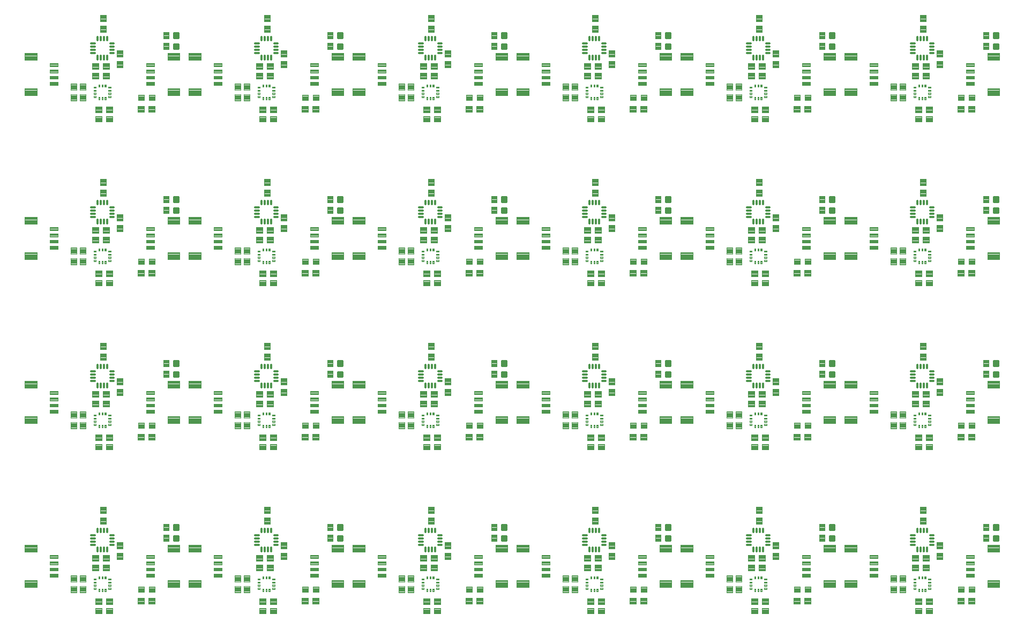
<source format=gtp>
G04 EAGLE Gerber RS-274X export*
G75*
%MOMM*%
%FSLAX34Y34*%
%LPD*%
%INSolderpaste Top*%
%IPPOS*%
%AMOC8*
5,1,8,0,0,1.08239X$1,22.5*%
G01*
%ADD10C,0.100000*%
%ADD11C,0.096000*%
%ADD12C,0.102000*%
%ADD13C,0.300000*%
%ADD14C,0.225000*%


D10*
X92020Y102497D02*
X92020Y112497D01*
X101020Y112497D01*
X101020Y102497D01*
X92020Y102497D01*
X92020Y103447D02*
X101020Y103447D01*
X101020Y104397D02*
X92020Y104397D01*
X92020Y105347D02*
X101020Y105347D01*
X101020Y106297D02*
X92020Y106297D01*
X92020Y107247D02*
X101020Y107247D01*
X101020Y108197D02*
X92020Y108197D01*
X92020Y109147D02*
X101020Y109147D01*
X101020Y110097D02*
X92020Y110097D01*
X92020Y111047D02*
X101020Y111047D01*
X101020Y111997D02*
X92020Y111997D01*
X92020Y95497D02*
X92020Y85497D01*
X92020Y95497D02*
X101020Y95497D01*
X101020Y85497D01*
X92020Y85497D01*
X92020Y86447D02*
X101020Y86447D01*
X101020Y87397D02*
X92020Y87397D01*
X92020Y88347D02*
X101020Y88347D01*
X101020Y89297D02*
X92020Y89297D01*
X92020Y90247D02*
X101020Y90247D01*
X101020Y91197D02*
X92020Y91197D01*
X92020Y92147D02*
X101020Y92147D01*
X101020Y93097D02*
X92020Y93097D01*
X92020Y94047D02*
X101020Y94047D01*
X101020Y94997D02*
X92020Y94997D01*
X127960Y128960D02*
X137960Y128960D01*
X137960Y119960D01*
X127960Y119960D01*
X127960Y128960D01*
X127960Y120910D02*
X137960Y120910D01*
X137960Y121860D02*
X127960Y121860D01*
X127960Y122810D02*
X137960Y122810D01*
X137960Y123760D02*
X127960Y123760D01*
X127960Y124710D02*
X137960Y124710D01*
X137960Y125660D02*
X127960Y125660D01*
X127960Y126610D02*
X137960Y126610D01*
X137960Y127560D02*
X127960Y127560D01*
X127960Y128510D02*
X137960Y128510D01*
X120960Y128960D02*
X110960Y128960D01*
X120960Y128960D02*
X120960Y119960D01*
X110960Y119960D01*
X110960Y128960D01*
X110960Y120910D02*
X120960Y120910D01*
X120960Y121860D02*
X110960Y121860D01*
X110960Y122810D02*
X120960Y122810D01*
X120960Y123760D02*
X110960Y123760D01*
X110960Y124710D02*
X120960Y124710D01*
X120960Y125660D02*
X110960Y125660D01*
X110960Y126610D02*
X120960Y126610D01*
X120960Y127560D02*
X110960Y127560D01*
X110960Y128510D02*
X120960Y128510D01*
X116040Y51825D02*
X126040Y51825D01*
X116040Y51825D02*
X116040Y60825D01*
X126040Y60825D01*
X126040Y51825D01*
X126040Y52775D02*
X116040Y52775D01*
X116040Y53725D02*
X126040Y53725D01*
X126040Y54675D02*
X116040Y54675D01*
X116040Y55625D02*
X126040Y55625D01*
X126040Y56575D02*
X116040Y56575D01*
X116040Y57525D02*
X126040Y57525D01*
X126040Y58475D02*
X116040Y58475D01*
X116040Y59425D02*
X126040Y59425D01*
X126040Y60375D02*
X116040Y60375D01*
X133040Y51825D02*
X143040Y51825D01*
X133040Y51825D02*
X133040Y60825D01*
X143040Y60825D01*
X143040Y51825D01*
X143040Y52775D02*
X133040Y52775D01*
X133040Y53725D02*
X143040Y53725D01*
X143040Y54675D02*
X133040Y54675D01*
X133040Y55625D02*
X143040Y55625D01*
X143040Y56575D02*
X133040Y56575D01*
X133040Y57525D02*
X143040Y57525D01*
X143040Y58475D02*
X133040Y58475D01*
X133040Y59425D02*
X143040Y59425D01*
X143040Y60375D02*
X133040Y60375D01*
X133040Y75557D02*
X143040Y75557D01*
X143040Y66557D01*
X133040Y66557D01*
X133040Y75557D01*
X133040Y67507D02*
X143040Y67507D01*
X143040Y68457D02*
X133040Y68457D01*
X133040Y69407D02*
X143040Y69407D01*
X143040Y70357D02*
X133040Y70357D01*
X133040Y71307D02*
X143040Y71307D01*
X143040Y72257D02*
X133040Y72257D01*
X133040Y73207D02*
X143040Y73207D01*
X143040Y74157D02*
X133040Y74157D01*
X133040Y75107D02*
X143040Y75107D01*
X126040Y75557D02*
X116040Y75557D01*
X126040Y75557D02*
X126040Y66557D01*
X116040Y66557D01*
X116040Y75557D01*
X116040Y67507D02*
X126040Y67507D01*
X126040Y68457D02*
X116040Y68457D01*
X116040Y69407D02*
X126040Y69407D01*
X126040Y70357D02*
X116040Y70357D01*
X116040Y71307D02*
X126040Y71307D01*
X126040Y72257D02*
X116040Y72257D01*
X116040Y73207D02*
X126040Y73207D01*
X126040Y74157D02*
X116040Y74157D01*
X116040Y75107D02*
X126040Y75107D01*
X86288Y85497D02*
X86288Y95497D01*
X86288Y85497D02*
X77288Y85497D01*
X77288Y95497D01*
X86288Y95497D01*
X86288Y86447D02*
X77288Y86447D01*
X77288Y87397D02*
X86288Y87397D01*
X86288Y88347D02*
X77288Y88347D01*
X77288Y89297D02*
X86288Y89297D01*
X86288Y90247D02*
X77288Y90247D01*
X77288Y91197D02*
X86288Y91197D01*
X86288Y92147D02*
X77288Y92147D01*
X77288Y93097D02*
X86288Y93097D01*
X86288Y94047D02*
X77288Y94047D01*
X77288Y94997D02*
X86288Y94997D01*
X86288Y102497D02*
X86288Y112497D01*
X86288Y102497D02*
X77288Y102497D01*
X77288Y112497D01*
X86288Y112497D01*
X86288Y103447D02*
X77288Y103447D01*
X77288Y104397D02*
X86288Y104397D01*
X86288Y105347D02*
X77288Y105347D01*
X77288Y106297D02*
X86288Y106297D01*
X86288Y107247D02*
X77288Y107247D01*
X77288Y108197D02*
X86288Y108197D01*
X86288Y109147D02*
X77288Y109147D01*
X77288Y110097D02*
X86288Y110097D01*
X86288Y111047D02*
X77288Y111047D01*
X77288Y111997D02*
X86288Y111997D01*
D11*
X249216Y104520D02*
X249216Y93480D01*
X230176Y93480D01*
X230176Y104520D01*
X249216Y104520D01*
X249216Y94392D02*
X230176Y94392D01*
X230176Y95304D02*
X249216Y95304D01*
X249216Y96216D02*
X230176Y96216D01*
X230176Y97128D02*
X249216Y97128D01*
X249216Y98040D02*
X230176Y98040D01*
X230176Y98952D02*
X249216Y98952D01*
X249216Y99864D02*
X230176Y99864D01*
X230176Y100776D02*
X249216Y100776D01*
X249216Y101688D02*
X230176Y101688D01*
X230176Y102600D02*
X249216Y102600D01*
X249216Y103512D02*
X230176Y103512D01*
X230176Y104424D02*
X249216Y104424D01*
X249216Y149480D02*
X249216Y160520D01*
X249216Y149480D02*
X230176Y149480D01*
X230176Y160520D01*
X249216Y160520D01*
X249216Y150392D02*
X230176Y150392D01*
X230176Y151304D02*
X249216Y151304D01*
X249216Y152216D02*
X230176Y152216D01*
X230176Y153128D02*
X249216Y153128D01*
X249216Y154040D02*
X230176Y154040D01*
X230176Y154952D02*
X249216Y154952D01*
X249216Y155864D02*
X230176Y155864D01*
X230176Y156776D02*
X249216Y156776D01*
X249216Y157688D02*
X230176Y157688D01*
X230176Y158600D02*
X249216Y158600D01*
X249216Y159512D02*
X230176Y159512D01*
X230176Y160424D02*
X249216Y160424D01*
D12*
X209186Y114490D02*
X209186Y109510D01*
X196706Y109510D01*
X196706Y114490D01*
X209186Y114490D01*
X209186Y110479D02*
X196706Y110479D01*
X196706Y111448D02*
X209186Y111448D01*
X209186Y112417D02*
X196706Y112417D01*
X196706Y113386D02*
X209186Y113386D01*
X209186Y114355D02*
X196706Y114355D01*
X209186Y119510D02*
X209186Y124490D01*
X209186Y119510D02*
X196706Y119510D01*
X196706Y124490D01*
X209186Y124490D01*
X209186Y120479D02*
X196706Y120479D01*
X196706Y121448D02*
X209186Y121448D01*
X209186Y122417D02*
X196706Y122417D01*
X196706Y123386D02*
X209186Y123386D01*
X209186Y124355D02*
X196706Y124355D01*
X209186Y129510D02*
X209186Y134490D01*
X209186Y129510D02*
X196706Y129510D01*
X196706Y134490D01*
X209186Y134490D01*
X209186Y130479D02*
X196706Y130479D01*
X196706Y131448D02*
X209186Y131448D01*
X209186Y132417D02*
X196706Y132417D01*
X196706Y133386D02*
X209186Y133386D01*
X209186Y134355D02*
X196706Y134355D01*
X209186Y139510D02*
X209186Y144490D01*
X209186Y139510D02*
X196706Y139510D01*
X196706Y144490D01*
X209186Y144490D01*
X209186Y140479D02*
X196706Y140479D01*
X196706Y141448D02*
X209186Y141448D01*
X209186Y142417D02*
X196706Y142417D01*
X196706Y143386D02*
X209186Y143386D01*
X209186Y144355D02*
X196706Y144355D01*
D11*
X4530Y149480D02*
X4530Y160520D01*
X23570Y160520D01*
X23570Y149480D01*
X4530Y149480D01*
X4530Y150392D02*
X23570Y150392D01*
X23570Y151304D02*
X4530Y151304D01*
X4530Y152216D02*
X23570Y152216D01*
X23570Y153128D02*
X4530Y153128D01*
X4530Y154040D02*
X23570Y154040D01*
X23570Y154952D02*
X4530Y154952D01*
X4530Y155864D02*
X23570Y155864D01*
X23570Y156776D02*
X4530Y156776D01*
X4530Y157688D02*
X23570Y157688D01*
X23570Y158600D02*
X4530Y158600D01*
X4530Y159512D02*
X23570Y159512D01*
X23570Y160424D02*
X4530Y160424D01*
X4530Y104520D02*
X4530Y93480D01*
X4530Y104520D02*
X23570Y104520D01*
X23570Y93480D01*
X4530Y93480D01*
X4530Y94392D02*
X23570Y94392D01*
X23570Y95304D02*
X4530Y95304D01*
X4530Y96216D02*
X23570Y96216D01*
X23570Y97128D02*
X4530Y97128D01*
X4530Y98040D02*
X23570Y98040D01*
X23570Y98952D02*
X4530Y98952D01*
X4530Y99864D02*
X23570Y99864D01*
X23570Y100776D02*
X4530Y100776D01*
X4530Y101688D02*
X23570Y101688D01*
X23570Y102600D02*
X4530Y102600D01*
X4530Y103512D02*
X23570Y103512D01*
X23570Y104424D02*
X4530Y104424D01*
D12*
X44560Y139510D02*
X44560Y144490D01*
X57040Y144490D01*
X57040Y139510D01*
X44560Y139510D01*
X44560Y140479D02*
X57040Y140479D01*
X57040Y141448D02*
X44560Y141448D01*
X44560Y142417D02*
X57040Y142417D01*
X57040Y143386D02*
X44560Y143386D01*
X44560Y144355D02*
X57040Y144355D01*
X44560Y134490D02*
X44560Y129510D01*
X44560Y134490D02*
X57040Y134490D01*
X57040Y129510D01*
X44560Y129510D01*
X44560Y130479D02*
X57040Y130479D01*
X57040Y131448D02*
X44560Y131448D01*
X44560Y132417D02*
X57040Y132417D01*
X57040Y133386D02*
X44560Y133386D01*
X44560Y134355D02*
X57040Y134355D01*
X44560Y124490D02*
X44560Y119510D01*
X44560Y124490D02*
X57040Y124490D01*
X57040Y119510D01*
X44560Y119510D01*
X44560Y120479D02*
X57040Y120479D01*
X57040Y121448D02*
X44560Y121448D01*
X44560Y122417D02*
X57040Y122417D01*
X57040Y123386D02*
X44560Y123386D01*
X44560Y124355D02*
X57040Y124355D01*
X44560Y114490D02*
X44560Y109510D01*
X44560Y114490D02*
X57040Y114490D01*
X57040Y109510D01*
X44560Y109510D01*
X44560Y110479D02*
X57040Y110479D01*
X57040Y111448D02*
X44560Y111448D01*
X44560Y112417D02*
X57040Y112417D01*
X57040Y113386D02*
X44560Y113386D01*
X44560Y114355D02*
X57040Y114355D01*
D13*
X240594Y184594D02*
X247594Y184594D01*
X240594Y184594D02*
X240594Y191594D01*
X247594Y191594D01*
X247594Y184594D01*
X247594Y187444D02*
X240594Y187444D01*
X240594Y190294D02*
X247594Y190294D01*
X247594Y167054D02*
X240594Y167054D01*
X240594Y174054D01*
X247594Y174054D01*
X247594Y167054D01*
X247594Y169904D02*
X240594Y169904D01*
X240594Y172754D02*
X247594Y172754D01*
D10*
X232592Y176332D02*
X232592Y166332D01*
X223592Y166332D01*
X223592Y176332D01*
X232592Y176332D01*
X232592Y167282D02*
X223592Y167282D01*
X223592Y168232D02*
X232592Y168232D01*
X232592Y169182D02*
X223592Y169182D01*
X223592Y170132D02*
X232592Y170132D01*
X232592Y171082D02*
X223592Y171082D01*
X223592Y172032D02*
X232592Y172032D01*
X232592Y172982D02*
X223592Y172982D01*
X223592Y173932D02*
X232592Y173932D01*
X232592Y174882D02*
X223592Y174882D01*
X223592Y175832D02*
X232592Y175832D01*
X232592Y183332D02*
X232592Y193332D01*
X232592Y183332D02*
X223592Y183332D01*
X223592Y193332D01*
X232592Y193332D01*
X232592Y184282D02*
X223592Y184282D01*
X223592Y185232D02*
X232592Y185232D01*
X232592Y186182D02*
X223592Y186182D01*
X223592Y187132D02*
X232592Y187132D01*
X232592Y188082D02*
X223592Y188082D01*
X223592Y189032D02*
X232592Y189032D01*
X232592Y189982D02*
X223592Y189982D01*
X223592Y190932D02*
X232592Y190932D01*
X232592Y191882D02*
X223592Y191882D01*
X223592Y192832D02*
X232592Y192832D01*
X193604Y85670D02*
X183604Y85670D01*
X183604Y94670D01*
X193604Y94670D01*
X193604Y85670D01*
X193604Y86620D02*
X183604Y86620D01*
X183604Y87570D02*
X193604Y87570D01*
X193604Y88520D02*
X183604Y88520D01*
X183604Y89470D02*
X193604Y89470D01*
X193604Y90420D02*
X183604Y90420D01*
X183604Y91370D02*
X193604Y91370D01*
X193604Y92320D02*
X183604Y92320D01*
X183604Y93270D02*
X193604Y93270D01*
X193604Y94220D02*
X183604Y94220D01*
X200604Y85670D02*
X210604Y85670D01*
X200604Y85670D02*
X200604Y94670D01*
X210604Y94670D01*
X210604Y85670D01*
X210604Y86620D02*
X200604Y86620D01*
X200604Y87570D02*
X210604Y87570D01*
X210604Y88520D02*
X200604Y88520D01*
X200604Y89470D02*
X210604Y89470D01*
X210604Y90420D02*
X200604Y90420D01*
X200604Y91370D02*
X210604Y91370D01*
X210604Y92320D02*
X200604Y92320D01*
X200604Y93270D02*
X210604Y93270D01*
X210604Y94220D02*
X200604Y94220D01*
D12*
X140515Y92550D02*
X136735Y92550D01*
X140515Y92550D02*
X140515Y90570D01*
X136735Y90570D01*
X136735Y92550D01*
X136735Y91539D02*
X140515Y91539D01*
X140515Y92508D02*
X136735Y92508D01*
X136735Y97550D02*
X140515Y97550D01*
X140515Y95570D01*
X136735Y95570D01*
X136735Y97550D01*
X136735Y96539D02*
X140515Y96539D01*
X140515Y97508D02*
X136735Y97508D01*
X136735Y102550D02*
X140515Y102550D01*
X140515Y100570D01*
X136735Y100570D01*
X136735Y102550D01*
X136735Y101539D02*
X140515Y101539D01*
X140515Y102508D02*
X136735Y102508D01*
X136735Y107550D02*
X140515Y107550D01*
X140515Y105570D01*
X136735Y105570D01*
X136735Y107550D01*
X136735Y106539D02*
X140515Y106539D01*
X140515Y107508D02*
X136735Y107508D01*
X117265Y105570D02*
X113485Y105570D01*
X113485Y107550D01*
X117265Y107550D01*
X117265Y105570D01*
X117265Y106539D02*
X113485Y106539D01*
X113485Y107508D02*
X117265Y107508D01*
X117265Y100570D02*
X113485Y100570D01*
X113485Y102550D01*
X117265Y102550D01*
X117265Y100570D01*
X117265Y101539D02*
X113485Y101539D01*
X113485Y102508D02*
X117265Y102508D01*
X117265Y95570D02*
X113485Y95570D01*
X113485Y97550D01*
X117265Y97550D01*
X117265Y95570D01*
X117265Y96539D02*
X113485Y96539D01*
X113485Y97508D02*
X117265Y97508D01*
X117265Y90570D02*
X113485Y90570D01*
X113485Y92550D01*
X117265Y92550D01*
X117265Y90570D01*
X117265Y91539D02*
X113485Y91539D01*
X113485Y92508D02*
X117265Y92508D01*
X131010Y110950D02*
X132990Y110950D01*
X132990Y107170D01*
X131010Y107170D01*
X131010Y110950D01*
X131010Y108139D02*
X132990Y108139D01*
X132990Y109108D02*
X131010Y109108D01*
X131010Y110077D02*
X132990Y110077D01*
X127990Y110950D02*
X126010Y110950D01*
X127990Y110950D02*
X127990Y107170D01*
X126010Y107170D01*
X126010Y110950D01*
X126010Y108139D02*
X127990Y108139D01*
X127990Y109108D02*
X126010Y109108D01*
X126010Y110077D02*
X127990Y110077D01*
X122990Y110950D02*
X121010Y110950D01*
X122990Y110950D02*
X122990Y107170D01*
X121010Y107170D01*
X121010Y110950D01*
X121010Y108139D02*
X122990Y108139D01*
X122990Y109108D02*
X121010Y109108D01*
X121010Y110077D02*
X122990Y110077D01*
X122990Y87170D02*
X121010Y87170D01*
X121010Y90950D01*
X122990Y90950D01*
X122990Y87170D01*
X122990Y88139D02*
X121010Y88139D01*
X121010Y89108D02*
X122990Y89108D01*
X122990Y90077D02*
X121010Y90077D01*
X126010Y87170D02*
X127990Y87170D01*
X126010Y87170D02*
X126010Y90950D01*
X127990Y90950D01*
X127990Y87170D01*
X127990Y88139D02*
X126010Y88139D01*
X126010Y89108D02*
X127990Y89108D01*
X127990Y90077D02*
X126010Y90077D01*
X131010Y87170D02*
X132990Y87170D01*
X131010Y87170D02*
X131010Y90950D01*
X132990Y90950D01*
X132990Y87170D01*
X132990Y88139D02*
X131010Y88139D01*
X131010Y89108D02*
X132990Y89108D01*
X132990Y90077D02*
X131010Y90077D01*
D10*
X200350Y76382D02*
X210350Y76382D01*
X210350Y67382D01*
X200350Y67382D01*
X200350Y76382D01*
X200350Y68332D02*
X210350Y68332D01*
X210350Y69282D02*
X200350Y69282D01*
X200350Y70232D02*
X210350Y70232D01*
X210350Y71182D02*
X200350Y71182D01*
X200350Y72132D02*
X210350Y72132D01*
X210350Y73082D02*
X200350Y73082D01*
X200350Y74032D02*
X210350Y74032D01*
X210350Y74982D02*
X200350Y74982D01*
X200350Y75932D02*
X210350Y75932D01*
X193350Y76382D02*
X183350Y76382D01*
X193350Y76382D02*
X193350Y67382D01*
X183350Y67382D01*
X183350Y76382D01*
X183350Y68332D02*
X193350Y68332D01*
X193350Y69282D02*
X183350Y69282D01*
X183350Y70232D02*
X193350Y70232D01*
X193350Y71182D02*
X183350Y71182D01*
X183350Y72132D02*
X193350Y72132D01*
X193350Y73082D02*
X183350Y73082D01*
X183350Y74032D02*
X193350Y74032D01*
X193350Y74982D02*
X183350Y74982D01*
X183350Y75932D02*
X193350Y75932D01*
D14*
X134915Y180765D02*
X134915Y187015D01*
X134915Y180765D02*
X134165Y180765D01*
X134165Y187015D01*
X134915Y187015D01*
X134915Y182902D02*
X134165Y182902D01*
X134165Y185039D02*
X134915Y185039D01*
X129915Y187015D02*
X129915Y180765D01*
X129165Y180765D01*
X129165Y187015D01*
X129915Y187015D01*
X129915Y182902D02*
X129165Y182902D01*
X129165Y185039D02*
X129915Y185039D01*
X124915Y187015D02*
X124915Y180765D01*
X124165Y180765D01*
X124165Y187015D01*
X124915Y187015D01*
X124915Y182902D02*
X124165Y182902D01*
X124165Y185039D02*
X124915Y185039D01*
X119915Y187015D02*
X119915Y180765D01*
X119165Y180765D01*
X119165Y187015D01*
X119915Y187015D01*
X119915Y182902D02*
X119165Y182902D01*
X119165Y185039D02*
X119915Y185039D01*
X115045Y175995D02*
X108795Y175995D01*
X108795Y176745D01*
X115045Y176745D01*
X115045Y175995D01*
X115045Y170995D02*
X108795Y170995D01*
X108795Y171745D01*
X115045Y171745D01*
X115045Y170995D01*
X115045Y165995D02*
X108795Y165995D01*
X108795Y166745D01*
X115045Y166745D01*
X115045Y165995D01*
X115045Y160995D02*
X108795Y160995D01*
X108795Y161745D01*
X115045Y161745D01*
X115045Y160995D01*
X119165Y156975D02*
X119165Y150725D01*
X119165Y156975D02*
X119915Y156975D01*
X119915Y150725D01*
X119165Y150725D01*
X119165Y152862D02*
X119915Y152862D01*
X119915Y154999D02*
X119165Y154999D01*
X124165Y156975D02*
X124165Y150725D01*
X124165Y156975D02*
X124915Y156975D01*
X124915Y150725D01*
X124165Y150725D01*
X124165Y152862D02*
X124915Y152862D01*
X124915Y154999D02*
X124165Y154999D01*
X129165Y156975D02*
X129165Y150725D01*
X129165Y156975D02*
X129915Y156975D01*
X129915Y150725D01*
X129165Y150725D01*
X129165Y152862D02*
X129915Y152862D01*
X129915Y154999D02*
X129165Y154999D01*
X134165Y156975D02*
X134165Y150725D01*
X134165Y156975D02*
X134915Y156975D01*
X134915Y150725D01*
X134165Y150725D01*
X134165Y152862D02*
X134915Y152862D01*
X134915Y154999D02*
X134165Y154999D01*
X138835Y161645D02*
X145085Y161645D01*
X145085Y160895D01*
X138835Y160895D01*
X138835Y161645D01*
X138835Y166645D02*
X145085Y166645D01*
X145085Y165895D01*
X138835Y165895D01*
X138835Y166645D01*
X138835Y171645D02*
X145085Y171645D01*
X145085Y170895D01*
X138835Y170895D01*
X138835Y171645D01*
X138835Y176645D02*
X145085Y176645D01*
X145085Y175895D01*
X138835Y175895D01*
X138835Y176645D01*
D10*
X150440Y164630D02*
X150440Y154630D01*
X150440Y164630D02*
X159440Y164630D01*
X159440Y154630D01*
X150440Y154630D01*
X150440Y155580D02*
X159440Y155580D01*
X159440Y156530D02*
X150440Y156530D01*
X150440Y157480D02*
X159440Y157480D01*
X159440Y158430D02*
X150440Y158430D01*
X150440Y159380D02*
X159440Y159380D01*
X159440Y160330D02*
X150440Y160330D01*
X150440Y161280D02*
X159440Y161280D01*
X159440Y162230D02*
X150440Y162230D01*
X150440Y163180D02*
X159440Y163180D01*
X159440Y164130D02*
X150440Y164130D01*
X150440Y147630D02*
X150440Y137630D01*
X150440Y147630D02*
X159440Y147630D01*
X159440Y137630D01*
X150440Y137630D01*
X150440Y138580D02*
X159440Y138580D01*
X159440Y139530D02*
X150440Y139530D01*
X150440Y140480D02*
X159440Y140480D01*
X159440Y141430D02*
X150440Y141430D01*
X150440Y142380D02*
X159440Y142380D01*
X159440Y143330D02*
X150440Y143330D01*
X150440Y144280D02*
X159440Y144280D01*
X159440Y145230D02*
X150440Y145230D01*
X150440Y146180D02*
X159440Y146180D01*
X159440Y147130D02*
X150440Y147130D01*
X137960Y144200D02*
X127960Y144200D01*
X137960Y144200D02*
X137960Y135200D01*
X127960Y135200D01*
X127960Y144200D01*
X127960Y136150D02*
X137960Y136150D01*
X137960Y137100D02*
X127960Y137100D01*
X127960Y138050D02*
X137960Y138050D01*
X137960Y139000D02*
X127960Y139000D01*
X127960Y139950D02*
X137960Y139950D01*
X137960Y140900D02*
X127960Y140900D01*
X127960Y141850D02*
X137960Y141850D01*
X137960Y142800D02*
X127960Y142800D01*
X127960Y143750D02*
X137960Y143750D01*
X120960Y144200D02*
X110960Y144200D01*
X120960Y144200D02*
X120960Y135200D01*
X110960Y135200D01*
X110960Y144200D01*
X110960Y136150D02*
X120960Y136150D01*
X120960Y137100D02*
X110960Y137100D01*
X110960Y138050D02*
X120960Y138050D01*
X120960Y139000D02*
X110960Y139000D01*
X110960Y139950D02*
X120960Y139950D01*
X120960Y140900D02*
X110960Y140900D01*
X110960Y141850D02*
X120960Y141850D01*
X120960Y142800D02*
X110960Y142800D01*
X110960Y143750D02*
X120960Y143750D01*
X123770Y210510D02*
X123770Y220510D01*
X132770Y220510D01*
X132770Y210510D01*
X123770Y210510D01*
X123770Y211460D02*
X132770Y211460D01*
X132770Y212410D02*
X123770Y212410D01*
X123770Y213360D02*
X132770Y213360D01*
X132770Y214310D02*
X123770Y214310D01*
X123770Y215260D02*
X132770Y215260D01*
X132770Y216210D02*
X123770Y216210D01*
X123770Y217160D02*
X132770Y217160D01*
X132770Y218110D02*
X123770Y218110D01*
X123770Y219060D02*
X132770Y219060D01*
X132770Y220010D02*
X123770Y220010D01*
X123770Y203510D02*
X123770Y193510D01*
X123770Y203510D02*
X132770Y203510D01*
X132770Y193510D01*
X123770Y193510D01*
X123770Y194460D02*
X132770Y194460D01*
X132770Y195410D02*
X123770Y195410D01*
X123770Y196360D02*
X132770Y196360D01*
X132770Y197310D02*
X123770Y197310D01*
X123770Y198260D02*
X132770Y198260D01*
X132770Y199210D02*
X123770Y199210D01*
X123770Y200160D02*
X132770Y200160D01*
X132770Y201110D02*
X123770Y201110D01*
X123770Y202060D02*
X132770Y202060D01*
X132770Y203010D02*
X123770Y203010D01*
X351100Y112497D02*
X351100Y102497D01*
X351100Y112497D02*
X360100Y112497D01*
X360100Y102497D01*
X351100Y102497D01*
X351100Y103447D02*
X360100Y103447D01*
X360100Y104397D02*
X351100Y104397D01*
X351100Y105347D02*
X360100Y105347D01*
X360100Y106297D02*
X351100Y106297D01*
X351100Y107247D02*
X360100Y107247D01*
X360100Y108197D02*
X351100Y108197D01*
X351100Y109147D02*
X360100Y109147D01*
X360100Y110097D02*
X351100Y110097D01*
X351100Y111047D02*
X360100Y111047D01*
X360100Y111997D02*
X351100Y111997D01*
X351100Y95497D02*
X351100Y85497D01*
X351100Y95497D02*
X360100Y95497D01*
X360100Y85497D01*
X351100Y85497D01*
X351100Y86447D02*
X360100Y86447D01*
X360100Y87397D02*
X351100Y87397D01*
X351100Y88347D02*
X360100Y88347D01*
X360100Y89297D02*
X351100Y89297D01*
X351100Y90247D02*
X360100Y90247D01*
X360100Y91197D02*
X351100Y91197D01*
X351100Y92147D02*
X360100Y92147D01*
X360100Y93097D02*
X351100Y93097D01*
X351100Y94047D02*
X360100Y94047D01*
X360100Y94997D02*
X351100Y94997D01*
X387040Y128960D02*
X397040Y128960D01*
X397040Y119960D01*
X387040Y119960D01*
X387040Y128960D01*
X387040Y120910D02*
X397040Y120910D01*
X397040Y121860D02*
X387040Y121860D01*
X387040Y122810D02*
X397040Y122810D01*
X397040Y123760D02*
X387040Y123760D01*
X387040Y124710D02*
X397040Y124710D01*
X397040Y125660D02*
X387040Y125660D01*
X387040Y126610D02*
X397040Y126610D01*
X397040Y127560D02*
X387040Y127560D01*
X387040Y128510D02*
X397040Y128510D01*
X380040Y128960D02*
X370040Y128960D01*
X380040Y128960D02*
X380040Y119960D01*
X370040Y119960D01*
X370040Y128960D01*
X370040Y120910D02*
X380040Y120910D01*
X380040Y121860D02*
X370040Y121860D01*
X370040Y122810D02*
X380040Y122810D01*
X380040Y123760D02*
X370040Y123760D01*
X370040Y124710D02*
X380040Y124710D01*
X380040Y125660D02*
X370040Y125660D01*
X370040Y126610D02*
X380040Y126610D01*
X380040Y127560D02*
X370040Y127560D01*
X370040Y128510D02*
X380040Y128510D01*
X375120Y51825D02*
X385120Y51825D01*
X375120Y51825D02*
X375120Y60825D01*
X385120Y60825D01*
X385120Y51825D01*
X385120Y52775D02*
X375120Y52775D01*
X375120Y53725D02*
X385120Y53725D01*
X385120Y54675D02*
X375120Y54675D01*
X375120Y55625D02*
X385120Y55625D01*
X385120Y56575D02*
X375120Y56575D01*
X375120Y57525D02*
X385120Y57525D01*
X385120Y58475D02*
X375120Y58475D01*
X375120Y59425D02*
X385120Y59425D01*
X385120Y60375D02*
X375120Y60375D01*
X392120Y51825D02*
X402120Y51825D01*
X392120Y51825D02*
X392120Y60825D01*
X402120Y60825D01*
X402120Y51825D01*
X402120Y52775D02*
X392120Y52775D01*
X392120Y53725D02*
X402120Y53725D01*
X402120Y54675D02*
X392120Y54675D01*
X392120Y55625D02*
X402120Y55625D01*
X402120Y56575D02*
X392120Y56575D01*
X392120Y57525D02*
X402120Y57525D01*
X402120Y58475D02*
X392120Y58475D01*
X392120Y59425D02*
X402120Y59425D01*
X402120Y60375D02*
X392120Y60375D01*
X392120Y75557D02*
X402120Y75557D01*
X402120Y66557D01*
X392120Y66557D01*
X392120Y75557D01*
X392120Y67507D02*
X402120Y67507D01*
X402120Y68457D02*
X392120Y68457D01*
X392120Y69407D02*
X402120Y69407D01*
X402120Y70357D02*
X392120Y70357D01*
X392120Y71307D02*
X402120Y71307D01*
X402120Y72257D02*
X392120Y72257D01*
X392120Y73207D02*
X402120Y73207D01*
X402120Y74157D02*
X392120Y74157D01*
X392120Y75107D02*
X402120Y75107D01*
X385120Y75557D02*
X375120Y75557D01*
X385120Y75557D02*
X385120Y66557D01*
X375120Y66557D01*
X375120Y75557D01*
X375120Y67507D02*
X385120Y67507D01*
X385120Y68457D02*
X375120Y68457D01*
X375120Y69407D02*
X385120Y69407D01*
X385120Y70357D02*
X375120Y70357D01*
X375120Y71307D02*
X385120Y71307D01*
X385120Y72257D02*
X375120Y72257D01*
X375120Y73207D02*
X385120Y73207D01*
X385120Y74157D02*
X375120Y74157D01*
X375120Y75107D02*
X385120Y75107D01*
X345368Y85497D02*
X345368Y95497D01*
X345368Y85497D02*
X336368Y85497D01*
X336368Y95497D01*
X345368Y95497D01*
X345368Y86447D02*
X336368Y86447D01*
X336368Y87397D02*
X345368Y87397D01*
X345368Y88347D02*
X336368Y88347D01*
X336368Y89297D02*
X345368Y89297D01*
X345368Y90247D02*
X336368Y90247D01*
X336368Y91197D02*
X345368Y91197D01*
X345368Y92147D02*
X336368Y92147D01*
X336368Y93097D02*
X345368Y93097D01*
X345368Y94047D02*
X336368Y94047D01*
X336368Y94997D02*
X345368Y94997D01*
X345368Y102497D02*
X345368Y112497D01*
X345368Y102497D02*
X336368Y102497D01*
X336368Y112497D01*
X345368Y112497D01*
X345368Y103447D02*
X336368Y103447D01*
X336368Y104397D02*
X345368Y104397D01*
X345368Y105347D02*
X336368Y105347D01*
X336368Y106297D02*
X345368Y106297D01*
X345368Y107247D02*
X336368Y107247D01*
X336368Y108197D02*
X345368Y108197D01*
X345368Y109147D02*
X336368Y109147D01*
X336368Y110097D02*
X345368Y110097D01*
X345368Y111047D02*
X336368Y111047D01*
X336368Y111997D02*
X345368Y111997D01*
D11*
X508296Y104520D02*
X508296Y93480D01*
X489256Y93480D01*
X489256Y104520D01*
X508296Y104520D01*
X508296Y94392D02*
X489256Y94392D01*
X489256Y95304D02*
X508296Y95304D01*
X508296Y96216D02*
X489256Y96216D01*
X489256Y97128D02*
X508296Y97128D01*
X508296Y98040D02*
X489256Y98040D01*
X489256Y98952D02*
X508296Y98952D01*
X508296Y99864D02*
X489256Y99864D01*
X489256Y100776D02*
X508296Y100776D01*
X508296Y101688D02*
X489256Y101688D01*
X489256Y102600D02*
X508296Y102600D01*
X508296Y103512D02*
X489256Y103512D01*
X489256Y104424D02*
X508296Y104424D01*
X508296Y149480D02*
X508296Y160520D01*
X508296Y149480D02*
X489256Y149480D01*
X489256Y160520D01*
X508296Y160520D01*
X508296Y150392D02*
X489256Y150392D01*
X489256Y151304D02*
X508296Y151304D01*
X508296Y152216D02*
X489256Y152216D01*
X489256Y153128D02*
X508296Y153128D01*
X508296Y154040D02*
X489256Y154040D01*
X489256Y154952D02*
X508296Y154952D01*
X508296Y155864D02*
X489256Y155864D01*
X489256Y156776D02*
X508296Y156776D01*
X508296Y157688D02*
X489256Y157688D01*
X489256Y158600D02*
X508296Y158600D01*
X508296Y159512D02*
X489256Y159512D01*
X489256Y160424D02*
X508296Y160424D01*
D12*
X468266Y114490D02*
X468266Y109510D01*
X455786Y109510D01*
X455786Y114490D01*
X468266Y114490D01*
X468266Y110479D02*
X455786Y110479D01*
X455786Y111448D02*
X468266Y111448D01*
X468266Y112417D02*
X455786Y112417D01*
X455786Y113386D02*
X468266Y113386D01*
X468266Y114355D02*
X455786Y114355D01*
X468266Y119510D02*
X468266Y124490D01*
X468266Y119510D02*
X455786Y119510D01*
X455786Y124490D01*
X468266Y124490D01*
X468266Y120479D02*
X455786Y120479D01*
X455786Y121448D02*
X468266Y121448D01*
X468266Y122417D02*
X455786Y122417D01*
X455786Y123386D02*
X468266Y123386D01*
X468266Y124355D02*
X455786Y124355D01*
X468266Y129510D02*
X468266Y134490D01*
X468266Y129510D02*
X455786Y129510D01*
X455786Y134490D01*
X468266Y134490D01*
X468266Y130479D02*
X455786Y130479D01*
X455786Y131448D02*
X468266Y131448D01*
X468266Y132417D02*
X455786Y132417D01*
X455786Y133386D02*
X468266Y133386D01*
X468266Y134355D02*
X455786Y134355D01*
X468266Y139510D02*
X468266Y144490D01*
X468266Y139510D02*
X455786Y139510D01*
X455786Y144490D01*
X468266Y144490D01*
X468266Y140479D02*
X455786Y140479D01*
X455786Y141448D02*
X468266Y141448D01*
X468266Y142417D02*
X455786Y142417D01*
X455786Y143386D02*
X468266Y143386D01*
X468266Y144355D02*
X455786Y144355D01*
D11*
X263610Y149480D02*
X263610Y160520D01*
X282650Y160520D01*
X282650Y149480D01*
X263610Y149480D01*
X263610Y150392D02*
X282650Y150392D01*
X282650Y151304D02*
X263610Y151304D01*
X263610Y152216D02*
X282650Y152216D01*
X282650Y153128D02*
X263610Y153128D01*
X263610Y154040D02*
X282650Y154040D01*
X282650Y154952D02*
X263610Y154952D01*
X263610Y155864D02*
X282650Y155864D01*
X282650Y156776D02*
X263610Y156776D01*
X263610Y157688D02*
X282650Y157688D01*
X282650Y158600D02*
X263610Y158600D01*
X263610Y159512D02*
X282650Y159512D01*
X282650Y160424D02*
X263610Y160424D01*
X263610Y104520D02*
X263610Y93480D01*
X263610Y104520D02*
X282650Y104520D01*
X282650Y93480D01*
X263610Y93480D01*
X263610Y94392D02*
X282650Y94392D01*
X282650Y95304D02*
X263610Y95304D01*
X263610Y96216D02*
X282650Y96216D01*
X282650Y97128D02*
X263610Y97128D01*
X263610Y98040D02*
X282650Y98040D01*
X282650Y98952D02*
X263610Y98952D01*
X263610Y99864D02*
X282650Y99864D01*
X282650Y100776D02*
X263610Y100776D01*
X263610Y101688D02*
X282650Y101688D01*
X282650Y102600D02*
X263610Y102600D01*
X263610Y103512D02*
X282650Y103512D01*
X282650Y104424D02*
X263610Y104424D01*
D12*
X303640Y139510D02*
X303640Y144490D01*
X316120Y144490D01*
X316120Y139510D01*
X303640Y139510D01*
X303640Y140479D02*
X316120Y140479D01*
X316120Y141448D02*
X303640Y141448D01*
X303640Y142417D02*
X316120Y142417D01*
X316120Y143386D02*
X303640Y143386D01*
X303640Y144355D02*
X316120Y144355D01*
X303640Y134490D02*
X303640Y129510D01*
X303640Y134490D02*
X316120Y134490D01*
X316120Y129510D01*
X303640Y129510D01*
X303640Y130479D02*
X316120Y130479D01*
X316120Y131448D02*
X303640Y131448D01*
X303640Y132417D02*
X316120Y132417D01*
X316120Y133386D02*
X303640Y133386D01*
X303640Y134355D02*
X316120Y134355D01*
X303640Y124490D02*
X303640Y119510D01*
X303640Y124490D02*
X316120Y124490D01*
X316120Y119510D01*
X303640Y119510D01*
X303640Y120479D02*
X316120Y120479D01*
X316120Y121448D02*
X303640Y121448D01*
X303640Y122417D02*
X316120Y122417D01*
X316120Y123386D02*
X303640Y123386D01*
X303640Y124355D02*
X316120Y124355D01*
X303640Y114490D02*
X303640Y109510D01*
X303640Y114490D02*
X316120Y114490D01*
X316120Y109510D01*
X303640Y109510D01*
X303640Y110479D02*
X316120Y110479D01*
X316120Y111448D02*
X303640Y111448D01*
X303640Y112417D02*
X316120Y112417D01*
X316120Y113386D02*
X303640Y113386D01*
X303640Y114355D02*
X316120Y114355D01*
D13*
X499674Y184594D02*
X506674Y184594D01*
X499674Y184594D02*
X499674Y191594D01*
X506674Y191594D01*
X506674Y184594D01*
X506674Y187444D02*
X499674Y187444D01*
X499674Y190294D02*
X506674Y190294D01*
X506674Y167054D02*
X499674Y167054D01*
X499674Y174054D01*
X506674Y174054D01*
X506674Y167054D01*
X506674Y169904D02*
X499674Y169904D01*
X499674Y172754D02*
X506674Y172754D01*
D10*
X491672Y176332D02*
X491672Y166332D01*
X482672Y166332D01*
X482672Y176332D01*
X491672Y176332D01*
X491672Y167282D02*
X482672Y167282D01*
X482672Y168232D02*
X491672Y168232D01*
X491672Y169182D02*
X482672Y169182D01*
X482672Y170132D02*
X491672Y170132D01*
X491672Y171082D02*
X482672Y171082D01*
X482672Y172032D02*
X491672Y172032D01*
X491672Y172982D02*
X482672Y172982D01*
X482672Y173932D02*
X491672Y173932D01*
X491672Y174882D02*
X482672Y174882D01*
X482672Y175832D02*
X491672Y175832D01*
X491672Y183332D02*
X491672Y193332D01*
X491672Y183332D02*
X482672Y183332D01*
X482672Y193332D01*
X491672Y193332D01*
X491672Y184282D02*
X482672Y184282D01*
X482672Y185232D02*
X491672Y185232D01*
X491672Y186182D02*
X482672Y186182D01*
X482672Y187132D02*
X491672Y187132D01*
X491672Y188082D02*
X482672Y188082D01*
X482672Y189032D02*
X491672Y189032D01*
X491672Y189982D02*
X482672Y189982D01*
X482672Y190932D02*
X491672Y190932D01*
X491672Y191882D02*
X482672Y191882D01*
X482672Y192832D02*
X491672Y192832D01*
X452684Y85670D02*
X442684Y85670D01*
X442684Y94670D01*
X452684Y94670D01*
X452684Y85670D01*
X452684Y86620D02*
X442684Y86620D01*
X442684Y87570D02*
X452684Y87570D01*
X452684Y88520D02*
X442684Y88520D01*
X442684Y89470D02*
X452684Y89470D01*
X452684Y90420D02*
X442684Y90420D01*
X442684Y91370D02*
X452684Y91370D01*
X452684Y92320D02*
X442684Y92320D01*
X442684Y93270D02*
X452684Y93270D01*
X452684Y94220D02*
X442684Y94220D01*
X459684Y85670D02*
X469684Y85670D01*
X459684Y85670D02*
X459684Y94670D01*
X469684Y94670D01*
X469684Y85670D01*
X469684Y86620D02*
X459684Y86620D01*
X459684Y87570D02*
X469684Y87570D01*
X469684Y88520D02*
X459684Y88520D01*
X459684Y89470D02*
X469684Y89470D01*
X469684Y90420D02*
X459684Y90420D01*
X459684Y91370D02*
X469684Y91370D01*
X469684Y92320D02*
X459684Y92320D01*
X459684Y93270D02*
X469684Y93270D01*
X469684Y94220D02*
X459684Y94220D01*
D12*
X399595Y92550D02*
X395815Y92550D01*
X399595Y92550D02*
X399595Y90570D01*
X395815Y90570D01*
X395815Y92550D01*
X395815Y91539D02*
X399595Y91539D01*
X399595Y92508D02*
X395815Y92508D01*
X395815Y97550D02*
X399595Y97550D01*
X399595Y95570D01*
X395815Y95570D01*
X395815Y97550D01*
X395815Y96539D02*
X399595Y96539D01*
X399595Y97508D02*
X395815Y97508D01*
X395815Y102550D02*
X399595Y102550D01*
X399595Y100570D01*
X395815Y100570D01*
X395815Y102550D01*
X395815Y101539D02*
X399595Y101539D01*
X399595Y102508D02*
X395815Y102508D01*
X395815Y107550D02*
X399595Y107550D01*
X399595Y105570D01*
X395815Y105570D01*
X395815Y107550D01*
X395815Y106539D02*
X399595Y106539D01*
X399595Y107508D02*
X395815Y107508D01*
X376345Y105570D02*
X372565Y105570D01*
X372565Y107550D01*
X376345Y107550D01*
X376345Y105570D01*
X376345Y106539D02*
X372565Y106539D01*
X372565Y107508D02*
X376345Y107508D01*
X376345Y100570D02*
X372565Y100570D01*
X372565Y102550D01*
X376345Y102550D01*
X376345Y100570D01*
X376345Y101539D02*
X372565Y101539D01*
X372565Y102508D02*
X376345Y102508D01*
X376345Y95570D02*
X372565Y95570D01*
X372565Y97550D01*
X376345Y97550D01*
X376345Y95570D01*
X376345Y96539D02*
X372565Y96539D01*
X372565Y97508D02*
X376345Y97508D01*
X376345Y90570D02*
X372565Y90570D01*
X372565Y92550D01*
X376345Y92550D01*
X376345Y90570D01*
X376345Y91539D02*
X372565Y91539D01*
X372565Y92508D02*
X376345Y92508D01*
X390090Y110950D02*
X392070Y110950D01*
X392070Y107170D01*
X390090Y107170D01*
X390090Y110950D01*
X390090Y108139D02*
X392070Y108139D01*
X392070Y109108D02*
X390090Y109108D01*
X390090Y110077D02*
X392070Y110077D01*
X387070Y110950D02*
X385090Y110950D01*
X387070Y110950D02*
X387070Y107170D01*
X385090Y107170D01*
X385090Y110950D01*
X385090Y108139D02*
X387070Y108139D01*
X387070Y109108D02*
X385090Y109108D01*
X385090Y110077D02*
X387070Y110077D01*
X382070Y110950D02*
X380090Y110950D01*
X382070Y110950D02*
X382070Y107170D01*
X380090Y107170D01*
X380090Y110950D01*
X380090Y108139D02*
X382070Y108139D01*
X382070Y109108D02*
X380090Y109108D01*
X380090Y110077D02*
X382070Y110077D01*
X382070Y87170D02*
X380090Y87170D01*
X380090Y90950D01*
X382070Y90950D01*
X382070Y87170D01*
X382070Y88139D02*
X380090Y88139D01*
X380090Y89108D02*
X382070Y89108D01*
X382070Y90077D02*
X380090Y90077D01*
X385090Y87170D02*
X387070Y87170D01*
X385090Y87170D02*
X385090Y90950D01*
X387070Y90950D01*
X387070Y87170D01*
X387070Y88139D02*
X385090Y88139D01*
X385090Y89108D02*
X387070Y89108D01*
X387070Y90077D02*
X385090Y90077D01*
X390090Y87170D02*
X392070Y87170D01*
X390090Y87170D02*
X390090Y90950D01*
X392070Y90950D01*
X392070Y87170D01*
X392070Y88139D02*
X390090Y88139D01*
X390090Y89108D02*
X392070Y89108D01*
X392070Y90077D02*
X390090Y90077D01*
D10*
X459430Y76382D02*
X469430Y76382D01*
X469430Y67382D01*
X459430Y67382D01*
X459430Y76382D01*
X459430Y68332D02*
X469430Y68332D01*
X469430Y69282D02*
X459430Y69282D01*
X459430Y70232D02*
X469430Y70232D01*
X469430Y71182D02*
X459430Y71182D01*
X459430Y72132D02*
X469430Y72132D01*
X469430Y73082D02*
X459430Y73082D01*
X459430Y74032D02*
X469430Y74032D01*
X469430Y74982D02*
X459430Y74982D01*
X459430Y75932D02*
X469430Y75932D01*
X452430Y76382D02*
X442430Y76382D01*
X452430Y76382D02*
X452430Y67382D01*
X442430Y67382D01*
X442430Y76382D01*
X442430Y68332D02*
X452430Y68332D01*
X452430Y69282D02*
X442430Y69282D01*
X442430Y70232D02*
X452430Y70232D01*
X452430Y71182D02*
X442430Y71182D01*
X442430Y72132D02*
X452430Y72132D01*
X452430Y73082D02*
X442430Y73082D01*
X442430Y74032D02*
X452430Y74032D01*
X452430Y74982D02*
X442430Y74982D01*
X442430Y75932D02*
X452430Y75932D01*
D14*
X393995Y180765D02*
X393995Y187015D01*
X393995Y180765D02*
X393245Y180765D01*
X393245Y187015D01*
X393995Y187015D01*
X393995Y182902D02*
X393245Y182902D01*
X393245Y185039D02*
X393995Y185039D01*
X388995Y187015D02*
X388995Y180765D01*
X388245Y180765D01*
X388245Y187015D01*
X388995Y187015D01*
X388995Y182902D02*
X388245Y182902D01*
X388245Y185039D02*
X388995Y185039D01*
X383995Y187015D02*
X383995Y180765D01*
X383245Y180765D01*
X383245Y187015D01*
X383995Y187015D01*
X383995Y182902D02*
X383245Y182902D01*
X383245Y185039D02*
X383995Y185039D01*
X378995Y187015D02*
X378995Y180765D01*
X378245Y180765D01*
X378245Y187015D01*
X378995Y187015D01*
X378995Y182902D02*
X378245Y182902D01*
X378245Y185039D02*
X378995Y185039D01*
X374125Y175995D02*
X367875Y175995D01*
X367875Y176745D01*
X374125Y176745D01*
X374125Y175995D01*
X374125Y170995D02*
X367875Y170995D01*
X367875Y171745D01*
X374125Y171745D01*
X374125Y170995D01*
X374125Y165995D02*
X367875Y165995D01*
X367875Y166745D01*
X374125Y166745D01*
X374125Y165995D01*
X374125Y160995D02*
X367875Y160995D01*
X367875Y161745D01*
X374125Y161745D01*
X374125Y160995D01*
X378245Y156975D02*
X378245Y150725D01*
X378245Y156975D02*
X378995Y156975D01*
X378995Y150725D01*
X378245Y150725D01*
X378245Y152862D02*
X378995Y152862D01*
X378995Y154999D02*
X378245Y154999D01*
X383245Y156975D02*
X383245Y150725D01*
X383245Y156975D02*
X383995Y156975D01*
X383995Y150725D01*
X383245Y150725D01*
X383245Y152862D02*
X383995Y152862D01*
X383995Y154999D02*
X383245Y154999D01*
X388245Y156975D02*
X388245Y150725D01*
X388245Y156975D02*
X388995Y156975D01*
X388995Y150725D01*
X388245Y150725D01*
X388245Y152862D02*
X388995Y152862D01*
X388995Y154999D02*
X388245Y154999D01*
X393245Y156975D02*
X393245Y150725D01*
X393245Y156975D02*
X393995Y156975D01*
X393995Y150725D01*
X393245Y150725D01*
X393245Y152862D02*
X393995Y152862D01*
X393995Y154999D02*
X393245Y154999D01*
X397915Y161645D02*
X404165Y161645D01*
X404165Y160895D01*
X397915Y160895D01*
X397915Y161645D01*
X397915Y166645D02*
X404165Y166645D01*
X404165Y165895D01*
X397915Y165895D01*
X397915Y166645D01*
X397915Y171645D02*
X404165Y171645D01*
X404165Y170895D01*
X397915Y170895D01*
X397915Y171645D01*
X397915Y176645D02*
X404165Y176645D01*
X404165Y175895D01*
X397915Y175895D01*
X397915Y176645D01*
D10*
X409520Y164630D02*
X409520Y154630D01*
X409520Y164630D02*
X418520Y164630D01*
X418520Y154630D01*
X409520Y154630D01*
X409520Y155580D02*
X418520Y155580D01*
X418520Y156530D02*
X409520Y156530D01*
X409520Y157480D02*
X418520Y157480D01*
X418520Y158430D02*
X409520Y158430D01*
X409520Y159380D02*
X418520Y159380D01*
X418520Y160330D02*
X409520Y160330D01*
X409520Y161280D02*
X418520Y161280D01*
X418520Y162230D02*
X409520Y162230D01*
X409520Y163180D02*
X418520Y163180D01*
X418520Y164130D02*
X409520Y164130D01*
X409520Y147630D02*
X409520Y137630D01*
X409520Y147630D02*
X418520Y147630D01*
X418520Y137630D01*
X409520Y137630D01*
X409520Y138580D02*
X418520Y138580D01*
X418520Y139530D02*
X409520Y139530D01*
X409520Y140480D02*
X418520Y140480D01*
X418520Y141430D02*
X409520Y141430D01*
X409520Y142380D02*
X418520Y142380D01*
X418520Y143330D02*
X409520Y143330D01*
X409520Y144280D02*
X418520Y144280D01*
X418520Y145230D02*
X409520Y145230D01*
X409520Y146180D02*
X418520Y146180D01*
X418520Y147130D02*
X409520Y147130D01*
X397040Y144200D02*
X387040Y144200D01*
X397040Y144200D02*
X397040Y135200D01*
X387040Y135200D01*
X387040Y144200D01*
X387040Y136150D02*
X397040Y136150D01*
X397040Y137100D02*
X387040Y137100D01*
X387040Y138050D02*
X397040Y138050D01*
X397040Y139000D02*
X387040Y139000D01*
X387040Y139950D02*
X397040Y139950D01*
X397040Y140900D02*
X387040Y140900D01*
X387040Y141850D02*
X397040Y141850D01*
X397040Y142800D02*
X387040Y142800D01*
X387040Y143750D02*
X397040Y143750D01*
X380040Y144200D02*
X370040Y144200D01*
X380040Y144200D02*
X380040Y135200D01*
X370040Y135200D01*
X370040Y144200D01*
X370040Y136150D02*
X380040Y136150D01*
X380040Y137100D02*
X370040Y137100D01*
X370040Y138050D02*
X380040Y138050D01*
X380040Y139000D02*
X370040Y139000D01*
X370040Y139950D02*
X380040Y139950D01*
X380040Y140900D02*
X370040Y140900D01*
X370040Y141850D02*
X380040Y141850D01*
X380040Y142800D02*
X370040Y142800D01*
X370040Y143750D02*
X380040Y143750D01*
X382850Y210510D02*
X382850Y220510D01*
X391850Y220510D01*
X391850Y210510D01*
X382850Y210510D01*
X382850Y211460D02*
X391850Y211460D01*
X391850Y212410D02*
X382850Y212410D01*
X382850Y213360D02*
X391850Y213360D01*
X391850Y214310D02*
X382850Y214310D01*
X382850Y215260D02*
X391850Y215260D01*
X391850Y216210D02*
X382850Y216210D01*
X382850Y217160D02*
X391850Y217160D01*
X391850Y218110D02*
X382850Y218110D01*
X382850Y219060D02*
X391850Y219060D01*
X391850Y220010D02*
X382850Y220010D01*
X382850Y203510D02*
X382850Y193510D01*
X382850Y203510D02*
X391850Y203510D01*
X391850Y193510D01*
X382850Y193510D01*
X382850Y194460D02*
X391850Y194460D01*
X391850Y195410D02*
X382850Y195410D01*
X382850Y196360D02*
X391850Y196360D01*
X391850Y197310D02*
X382850Y197310D01*
X382850Y198260D02*
X391850Y198260D01*
X391850Y199210D02*
X382850Y199210D01*
X382850Y200160D02*
X391850Y200160D01*
X391850Y201110D02*
X382850Y201110D01*
X382850Y202060D02*
X391850Y202060D01*
X391850Y203010D02*
X382850Y203010D01*
X610180Y112497D02*
X610180Y102497D01*
X610180Y112497D02*
X619180Y112497D01*
X619180Y102497D01*
X610180Y102497D01*
X610180Y103447D02*
X619180Y103447D01*
X619180Y104397D02*
X610180Y104397D01*
X610180Y105347D02*
X619180Y105347D01*
X619180Y106297D02*
X610180Y106297D01*
X610180Y107247D02*
X619180Y107247D01*
X619180Y108197D02*
X610180Y108197D01*
X610180Y109147D02*
X619180Y109147D01*
X619180Y110097D02*
X610180Y110097D01*
X610180Y111047D02*
X619180Y111047D01*
X619180Y111997D02*
X610180Y111997D01*
X610180Y95497D02*
X610180Y85497D01*
X610180Y95497D02*
X619180Y95497D01*
X619180Y85497D01*
X610180Y85497D01*
X610180Y86447D02*
X619180Y86447D01*
X619180Y87397D02*
X610180Y87397D01*
X610180Y88347D02*
X619180Y88347D01*
X619180Y89297D02*
X610180Y89297D01*
X610180Y90247D02*
X619180Y90247D01*
X619180Y91197D02*
X610180Y91197D01*
X610180Y92147D02*
X619180Y92147D01*
X619180Y93097D02*
X610180Y93097D01*
X610180Y94047D02*
X619180Y94047D01*
X619180Y94997D02*
X610180Y94997D01*
X646120Y128960D02*
X656120Y128960D01*
X656120Y119960D01*
X646120Y119960D01*
X646120Y128960D01*
X646120Y120910D02*
X656120Y120910D01*
X656120Y121860D02*
X646120Y121860D01*
X646120Y122810D02*
X656120Y122810D01*
X656120Y123760D02*
X646120Y123760D01*
X646120Y124710D02*
X656120Y124710D01*
X656120Y125660D02*
X646120Y125660D01*
X646120Y126610D02*
X656120Y126610D01*
X656120Y127560D02*
X646120Y127560D01*
X646120Y128510D02*
X656120Y128510D01*
X639120Y128960D02*
X629120Y128960D01*
X639120Y128960D02*
X639120Y119960D01*
X629120Y119960D01*
X629120Y128960D01*
X629120Y120910D02*
X639120Y120910D01*
X639120Y121860D02*
X629120Y121860D01*
X629120Y122810D02*
X639120Y122810D01*
X639120Y123760D02*
X629120Y123760D01*
X629120Y124710D02*
X639120Y124710D01*
X639120Y125660D02*
X629120Y125660D01*
X629120Y126610D02*
X639120Y126610D01*
X639120Y127560D02*
X629120Y127560D01*
X629120Y128510D02*
X639120Y128510D01*
X634200Y51825D02*
X644200Y51825D01*
X634200Y51825D02*
X634200Y60825D01*
X644200Y60825D01*
X644200Y51825D01*
X644200Y52775D02*
X634200Y52775D01*
X634200Y53725D02*
X644200Y53725D01*
X644200Y54675D02*
X634200Y54675D01*
X634200Y55625D02*
X644200Y55625D01*
X644200Y56575D02*
X634200Y56575D01*
X634200Y57525D02*
X644200Y57525D01*
X644200Y58475D02*
X634200Y58475D01*
X634200Y59425D02*
X644200Y59425D01*
X644200Y60375D02*
X634200Y60375D01*
X651200Y51825D02*
X661200Y51825D01*
X651200Y51825D02*
X651200Y60825D01*
X661200Y60825D01*
X661200Y51825D01*
X661200Y52775D02*
X651200Y52775D01*
X651200Y53725D02*
X661200Y53725D01*
X661200Y54675D02*
X651200Y54675D01*
X651200Y55625D02*
X661200Y55625D01*
X661200Y56575D02*
X651200Y56575D01*
X651200Y57525D02*
X661200Y57525D01*
X661200Y58475D02*
X651200Y58475D01*
X651200Y59425D02*
X661200Y59425D01*
X661200Y60375D02*
X651200Y60375D01*
X651200Y75557D02*
X661200Y75557D01*
X661200Y66557D01*
X651200Y66557D01*
X651200Y75557D01*
X651200Y67507D02*
X661200Y67507D01*
X661200Y68457D02*
X651200Y68457D01*
X651200Y69407D02*
X661200Y69407D01*
X661200Y70357D02*
X651200Y70357D01*
X651200Y71307D02*
X661200Y71307D01*
X661200Y72257D02*
X651200Y72257D01*
X651200Y73207D02*
X661200Y73207D01*
X661200Y74157D02*
X651200Y74157D01*
X651200Y75107D02*
X661200Y75107D01*
X644200Y75557D02*
X634200Y75557D01*
X644200Y75557D02*
X644200Y66557D01*
X634200Y66557D01*
X634200Y75557D01*
X634200Y67507D02*
X644200Y67507D01*
X644200Y68457D02*
X634200Y68457D01*
X634200Y69407D02*
X644200Y69407D01*
X644200Y70357D02*
X634200Y70357D01*
X634200Y71307D02*
X644200Y71307D01*
X644200Y72257D02*
X634200Y72257D01*
X634200Y73207D02*
X644200Y73207D01*
X644200Y74157D02*
X634200Y74157D01*
X634200Y75107D02*
X644200Y75107D01*
X604448Y85497D02*
X604448Y95497D01*
X604448Y85497D02*
X595448Y85497D01*
X595448Y95497D01*
X604448Y95497D01*
X604448Y86447D02*
X595448Y86447D01*
X595448Y87397D02*
X604448Y87397D01*
X604448Y88347D02*
X595448Y88347D01*
X595448Y89297D02*
X604448Y89297D01*
X604448Y90247D02*
X595448Y90247D01*
X595448Y91197D02*
X604448Y91197D01*
X604448Y92147D02*
X595448Y92147D01*
X595448Y93097D02*
X604448Y93097D01*
X604448Y94047D02*
X595448Y94047D01*
X595448Y94997D02*
X604448Y94997D01*
X604448Y102497D02*
X604448Y112497D01*
X604448Y102497D02*
X595448Y102497D01*
X595448Y112497D01*
X604448Y112497D01*
X604448Y103447D02*
X595448Y103447D01*
X595448Y104397D02*
X604448Y104397D01*
X604448Y105347D02*
X595448Y105347D01*
X595448Y106297D02*
X604448Y106297D01*
X604448Y107247D02*
X595448Y107247D01*
X595448Y108197D02*
X604448Y108197D01*
X604448Y109147D02*
X595448Y109147D01*
X595448Y110097D02*
X604448Y110097D01*
X604448Y111047D02*
X595448Y111047D01*
X595448Y111997D02*
X604448Y111997D01*
D11*
X767376Y104520D02*
X767376Y93480D01*
X748336Y93480D01*
X748336Y104520D01*
X767376Y104520D01*
X767376Y94392D02*
X748336Y94392D01*
X748336Y95304D02*
X767376Y95304D01*
X767376Y96216D02*
X748336Y96216D01*
X748336Y97128D02*
X767376Y97128D01*
X767376Y98040D02*
X748336Y98040D01*
X748336Y98952D02*
X767376Y98952D01*
X767376Y99864D02*
X748336Y99864D01*
X748336Y100776D02*
X767376Y100776D01*
X767376Y101688D02*
X748336Y101688D01*
X748336Y102600D02*
X767376Y102600D01*
X767376Y103512D02*
X748336Y103512D01*
X748336Y104424D02*
X767376Y104424D01*
X767376Y149480D02*
X767376Y160520D01*
X767376Y149480D02*
X748336Y149480D01*
X748336Y160520D01*
X767376Y160520D01*
X767376Y150392D02*
X748336Y150392D01*
X748336Y151304D02*
X767376Y151304D01*
X767376Y152216D02*
X748336Y152216D01*
X748336Y153128D02*
X767376Y153128D01*
X767376Y154040D02*
X748336Y154040D01*
X748336Y154952D02*
X767376Y154952D01*
X767376Y155864D02*
X748336Y155864D01*
X748336Y156776D02*
X767376Y156776D01*
X767376Y157688D02*
X748336Y157688D01*
X748336Y158600D02*
X767376Y158600D01*
X767376Y159512D02*
X748336Y159512D01*
X748336Y160424D02*
X767376Y160424D01*
D12*
X727346Y114490D02*
X727346Y109510D01*
X714866Y109510D01*
X714866Y114490D01*
X727346Y114490D01*
X727346Y110479D02*
X714866Y110479D01*
X714866Y111448D02*
X727346Y111448D01*
X727346Y112417D02*
X714866Y112417D01*
X714866Y113386D02*
X727346Y113386D01*
X727346Y114355D02*
X714866Y114355D01*
X727346Y119510D02*
X727346Y124490D01*
X727346Y119510D02*
X714866Y119510D01*
X714866Y124490D01*
X727346Y124490D01*
X727346Y120479D02*
X714866Y120479D01*
X714866Y121448D02*
X727346Y121448D01*
X727346Y122417D02*
X714866Y122417D01*
X714866Y123386D02*
X727346Y123386D01*
X727346Y124355D02*
X714866Y124355D01*
X727346Y129510D02*
X727346Y134490D01*
X727346Y129510D02*
X714866Y129510D01*
X714866Y134490D01*
X727346Y134490D01*
X727346Y130479D02*
X714866Y130479D01*
X714866Y131448D02*
X727346Y131448D01*
X727346Y132417D02*
X714866Y132417D01*
X714866Y133386D02*
X727346Y133386D01*
X727346Y134355D02*
X714866Y134355D01*
X727346Y139510D02*
X727346Y144490D01*
X727346Y139510D02*
X714866Y139510D01*
X714866Y144490D01*
X727346Y144490D01*
X727346Y140479D02*
X714866Y140479D01*
X714866Y141448D02*
X727346Y141448D01*
X727346Y142417D02*
X714866Y142417D01*
X714866Y143386D02*
X727346Y143386D01*
X727346Y144355D02*
X714866Y144355D01*
D11*
X522690Y149480D02*
X522690Y160520D01*
X541730Y160520D01*
X541730Y149480D01*
X522690Y149480D01*
X522690Y150392D02*
X541730Y150392D01*
X541730Y151304D02*
X522690Y151304D01*
X522690Y152216D02*
X541730Y152216D01*
X541730Y153128D02*
X522690Y153128D01*
X522690Y154040D02*
X541730Y154040D01*
X541730Y154952D02*
X522690Y154952D01*
X522690Y155864D02*
X541730Y155864D01*
X541730Y156776D02*
X522690Y156776D01*
X522690Y157688D02*
X541730Y157688D01*
X541730Y158600D02*
X522690Y158600D01*
X522690Y159512D02*
X541730Y159512D01*
X541730Y160424D02*
X522690Y160424D01*
X522690Y104520D02*
X522690Y93480D01*
X522690Y104520D02*
X541730Y104520D01*
X541730Y93480D01*
X522690Y93480D01*
X522690Y94392D02*
X541730Y94392D01*
X541730Y95304D02*
X522690Y95304D01*
X522690Y96216D02*
X541730Y96216D01*
X541730Y97128D02*
X522690Y97128D01*
X522690Y98040D02*
X541730Y98040D01*
X541730Y98952D02*
X522690Y98952D01*
X522690Y99864D02*
X541730Y99864D01*
X541730Y100776D02*
X522690Y100776D01*
X522690Y101688D02*
X541730Y101688D01*
X541730Y102600D02*
X522690Y102600D01*
X522690Y103512D02*
X541730Y103512D01*
X541730Y104424D02*
X522690Y104424D01*
D12*
X562720Y139510D02*
X562720Y144490D01*
X575200Y144490D01*
X575200Y139510D01*
X562720Y139510D01*
X562720Y140479D02*
X575200Y140479D01*
X575200Y141448D02*
X562720Y141448D01*
X562720Y142417D02*
X575200Y142417D01*
X575200Y143386D02*
X562720Y143386D01*
X562720Y144355D02*
X575200Y144355D01*
X562720Y134490D02*
X562720Y129510D01*
X562720Y134490D02*
X575200Y134490D01*
X575200Y129510D01*
X562720Y129510D01*
X562720Y130479D02*
X575200Y130479D01*
X575200Y131448D02*
X562720Y131448D01*
X562720Y132417D02*
X575200Y132417D01*
X575200Y133386D02*
X562720Y133386D01*
X562720Y134355D02*
X575200Y134355D01*
X562720Y124490D02*
X562720Y119510D01*
X562720Y124490D02*
X575200Y124490D01*
X575200Y119510D01*
X562720Y119510D01*
X562720Y120479D02*
X575200Y120479D01*
X575200Y121448D02*
X562720Y121448D01*
X562720Y122417D02*
X575200Y122417D01*
X575200Y123386D02*
X562720Y123386D01*
X562720Y124355D02*
X575200Y124355D01*
X562720Y114490D02*
X562720Y109510D01*
X562720Y114490D02*
X575200Y114490D01*
X575200Y109510D01*
X562720Y109510D01*
X562720Y110479D02*
X575200Y110479D01*
X575200Y111448D02*
X562720Y111448D01*
X562720Y112417D02*
X575200Y112417D01*
X575200Y113386D02*
X562720Y113386D01*
X562720Y114355D02*
X575200Y114355D01*
D13*
X758754Y184594D02*
X765754Y184594D01*
X758754Y184594D02*
X758754Y191594D01*
X765754Y191594D01*
X765754Y184594D01*
X765754Y187444D02*
X758754Y187444D01*
X758754Y190294D02*
X765754Y190294D01*
X765754Y167054D02*
X758754Y167054D01*
X758754Y174054D01*
X765754Y174054D01*
X765754Y167054D01*
X765754Y169904D02*
X758754Y169904D01*
X758754Y172754D02*
X765754Y172754D01*
D10*
X750752Y176332D02*
X750752Y166332D01*
X741752Y166332D01*
X741752Y176332D01*
X750752Y176332D01*
X750752Y167282D02*
X741752Y167282D01*
X741752Y168232D02*
X750752Y168232D01*
X750752Y169182D02*
X741752Y169182D01*
X741752Y170132D02*
X750752Y170132D01*
X750752Y171082D02*
X741752Y171082D01*
X741752Y172032D02*
X750752Y172032D01*
X750752Y172982D02*
X741752Y172982D01*
X741752Y173932D02*
X750752Y173932D01*
X750752Y174882D02*
X741752Y174882D01*
X741752Y175832D02*
X750752Y175832D01*
X750752Y183332D02*
X750752Y193332D01*
X750752Y183332D02*
X741752Y183332D01*
X741752Y193332D01*
X750752Y193332D01*
X750752Y184282D02*
X741752Y184282D01*
X741752Y185232D02*
X750752Y185232D01*
X750752Y186182D02*
X741752Y186182D01*
X741752Y187132D02*
X750752Y187132D01*
X750752Y188082D02*
X741752Y188082D01*
X741752Y189032D02*
X750752Y189032D01*
X750752Y189982D02*
X741752Y189982D01*
X741752Y190932D02*
X750752Y190932D01*
X750752Y191882D02*
X741752Y191882D01*
X741752Y192832D02*
X750752Y192832D01*
X711764Y85670D02*
X701764Y85670D01*
X701764Y94670D01*
X711764Y94670D01*
X711764Y85670D01*
X711764Y86620D02*
X701764Y86620D01*
X701764Y87570D02*
X711764Y87570D01*
X711764Y88520D02*
X701764Y88520D01*
X701764Y89470D02*
X711764Y89470D01*
X711764Y90420D02*
X701764Y90420D01*
X701764Y91370D02*
X711764Y91370D01*
X711764Y92320D02*
X701764Y92320D01*
X701764Y93270D02*
X711764Y93270D01*
X711764Y94220D02*
X701764Y94220D01*
X718764Y85670D02*
X728764Y85670D01*
X718764Y85670D02*
X718764Y94670D01*
X728764Y94670D01*
X728764Y85670D01*
X728764Y86620D02*
X718764Y86620D01*
X718764Y87570D02*
X728764Y87570D01*
X728764Y88520D02*
X718764Y88520D01*
X718764Y89470D02*
X728764Y89470D01*
X728764Y90420D02*
X718764Y90420D01*
X718764Y91370D02*
X728764Y91370D01*
X728764Y92320D02*
X718764Y92320D01*
X718764Y93270D02*
X728764Y93270D01*
X728764Y94220D02*
X718764Y94220D01*
D12*
X658675Y92550D02*
X654895Y92550D01*
X658675Y92550D02*
X658675Y90570D01*
X654895Y90570D01*
X654895Y92550D01*
X654895Y91539D02*
X658675Y91539D01*
X658675Y92508D02*
X654895Y92508D01*
X654895Y97550D02*
X658675Y97550D01*
X658675Y95570D01*
X654895Y95570D01*
X654895Y97550D01*
X654895Y96539D02*
X658675Y96539D01*
X658675Y97508D02*
X654895Y97508D01*
X654895Y102550D02*
X658675Y102550D01*
X658675Y100570D01*
X654895Y100570D01*
X654895Y102550D01*
X654895Y101539D02*
X658675Y101539D01*
X658675Y102508D02*
X654895Y102508D01*
X654895Y107550D02*
X658675Y107550D01*
X658675Y105570D01*
X654895Y105570D01*
X654895Y107550D01*
X654895Y106539D02*
X658675Y106539D01*
X658675Y107508D02*
X654895Y107508D01*
X635425Y105570D02*
X631645Y105570D01*
X631645Y107550D01*
X635425Y107550D01*
X635425Y105570D01*
X635425Y106539D02*
X631645Y106539D01*
X631645Y107508D02*
X635425Y107508D01*
X635425Y100570D02*
X631645Y100570D01*
X631645Y102550D01*
X635425Y102550D01*
X635425Y100570D01*
X635425Y101539D02*
X631645Y101539D01*
X631645Y102508D02*
X635425Y102508D01*
X635425Y95570D02*
X631645Y95570D01*
X631645Y97550D01*
X635425Y97550D01*
X635425Y95570D01*
X635425Y96539D02*
X631645Y96539D01*
X631645Y97508D02*
X635425Y97508D01*
X635425Y90570D02*
X631645Y90570D01*
X631645Y92550D01*
X635425Y92550D01*
X635425Y90570D01*
X635425Y91539D02*
X631645Y91539D01*
X631645Y92508D02*
X635425Y92508D01*
X649170Y110950D02*
X651150Y110950D01*
X651150Y107170D01*
X649170Y107170D01*
X649170Y110950D01*
X649170Y108139D02*
X651150Y108139D01*
X651150Y109108D02*
X649170Y109108D01*
X649170Y110077D02*
X651150Y110077D01*
X646150Y110950D02*
X644170Y110950D01*
X646150Y110950D02*
X646150Y107170D01*
X644170Y107170D01*
X644170Y110950D01*
X644170Y108139D02*
X646150Y108139D01*
X646150Y109108D02*
X644170Y109108D01*
X644170Y110077D02*
X646150Y110077D01*
X641150Y110950D02*
X639170Y110950D01*
X641150Y110950D02*
X641150Y107170D01*
X639170Y107170D01*
X639170Y110950D01*
X639170Y108139D02*
X641150Y108139D01*
X641150Y109108D02*
X639170Y109108D01*
X639170Y110077D02*
X641150Y110077D01*
X641150Y87170D02*
X639170Y87170D01*
X639170Y90950D01*
X641150Y90950D01*
X641150Y87170D01*
X641150Y88139D02*
X639170Y88139D01*
X639170Y89108D02*
X641150Y89108D01*
X641150Y90077D02*
X639170Y90077D01*
X644170Y87170D02*
X646150Y87170D01*
X644170Y87170D02*
X644170Y90950D01*
X646150Y90950D01*
X646150Y87170D01*
X646150Y88139D02*
X644170Y88139D01*
X644170Y89108D02*
X646150Y89108D01*
X646150Y90077D02*
X644170Y90077D01*
X649170Y87170D02*
X651150Y87170D01*
X649170Y87170D02*
X649170Y90950D01*
X651150Y90950D01*
X651150Y87170D01*
X651150Y88139D02*
X649170Y88139D01*
X649170Y89108D02*
X651150Y89108D01*
X651150Y90077D02*
X649170Y90077D01*
D10*
X718510Y76382D02*
X728510Y76382D01*
X728510Y67382D01*
X718510Y67382D01*
X718510Y76382D01*
X718510Y68332D02*
X728510Y68332D01*
X728510Y69282D02*
X718510Y69282D01*
X718510Y70232D02*
X728510Y70232D01*
X728510Y71182D02*
X718510Y71182D01*
X718510Y72132D02*
X728510Y72132D01*
X728510Y73082D02*
X718510Y73082D01*
X718510Y74032D02*
X728510Y74032D01*
X728510Y74982D02*
X718510Y74982D01*
X718510Y75932D02*
X728510Y75932D01*
X711510Y76382D02*
X701510Y76382D01*
X711510Y76382D02*
X711510Y67382D01*
X701510Y67382D01*
X701510Y76382D01*
X701510Y68332D02*
X711510Y68332D01*
X711510Y69282D02*
X701510Y69282D01*
X701510Y70232D02*
X711510Y70232D01*
X711510Y71182D02*
X701510Y71182D01*
X701510Y72132D02*
X711510Y72132D01*
X711510Y73082D02*
X701510Y73082D01*
X701510Y74032D02*
X711510Y74032D01*
X711510Y74982D02*
X701510Y74982D01*
X701510Y75932D02*
X711510Y75932D01*
D14*
X653075Y180765D02*
X653075Y187015D01*
X653075Y180765D02*
X652325Y180765D01*
X652325Y187015D01*
X653075Y187015D01*
X653075Y182902D02*
X652325Y182902D01*
X652325Y185039D02*
X653075Y185039D01*
X648075Y187015D02*
X648075Y180765D01*
X647325Y180765D01*
X647325Y187015D01*
X648075Y187015D01*
X648075Y182902D02*
X647325Y182902D01*
X647325Y185039D02*
X648075Y185039D01*
X643075Y187015D02*
X643075Y180765D01*
X642325Y180765D01*
X642325Y187015D01*
X643075Y187015D01*
X643075Y182902D02*
X642325Y182902D01*
X642325Y185039D02*
X643075Y185039D01*
X638075Y187015D02*
X638075Y180765D01*
X637325Y180765D01*
X637325Y187015D01*
X638075Y187015D01*
X638075Y182902D02*
X637325Y182902D01*
X637325Y185039D02*
X638075Y185039D01*
X633205Y175995D02*
X626955Y175995D01*
X626955Y176745D01*
X633205Y176745D01*
X633205Y175995D01*
X633205Y170995D02*
X626955Y170995D01*
X626955Y171745D01*
X633205Y171745D01*
X633205Y170995D01*
X633205Y165995D02*
X626955Y165995D01*
X626955Y166745D01*
X633205Y166745D01*
X633205Y165995D01*
X633205Y160995D02*
X626955Y160995D01*
X626955Y161745D01*
X633205Y161745D01*
X633205Y160995D01*
X637325Y156975D02*
X637325Y150725D01*
X637325Y156975D02*
X638075Y156975D01*
X638075Y150725D01*
X637325Y150725D01*
X637325Y152862D02*
X638075Y152862D01*
X638075Y154999D02*
X637325Y154999D01*
X642325Y156975D02*
X642325Y150725D01*
X642325Y156975D02*
X643075Y156975D01*
X643075Y150725D01*
X642325Y150725D01*
X642325Y152862D02*
X643075Y152862D01*
X643075Y154999D02*
X642325Y154999D01*
X647325Y156975D02*
X647325Y150725D01*
X647325Y156975D02*
X648075Y156975D01*
X648075Y150725D01*
X647325Y150725D01*
X647325Y152862D02*
X648075Y152862D01*
X648075Y154999D02*
X647325Y154999D01*
X652325Y156975D02*
X652325Y150725D01*
X652325Y156975D02*
X653075Y156975D01*
X653075Y150725D01*
X652325Y150725D01*
X652325Y152862D02*
X653075Y152862D01*
X653075Y154999D02*
X652325Y154999D01*
X656995Y161645D02*
X663245Y161645D01*
X663245Y160895D01*
X656995Y160895D01*
X656995Y161645D01*
X656995Y166645D02*
X663245Y166645D01*
X663245Y165895D01*
X656995Y165895D01*
X656995Y166645D01*
X656995Y171645D02*
X663245Y171645D01*
X663245Y170895D01*
X656995Y170895D01*
X656995Y171645D01*
X656995Y176645D02*
X663245Y176645D01*
X663245Y175895D01*
X656995Y175895D01*
X656995Y176645D01*
D10*
X668600Y164630D02*
X668600Y154630D01*
X668600Y164630D02*
X677600Y164630D01*
X677600Y154630D01*
X668600Y154630D01*
X668600Y155580D02*
X677600Y155580D01*
X677600Y156530D02*
X668600Y156530D01*
X668600Y157480D02*
X677600Y157480D01*
X677600Y158430D02*
X668600Y158430D01*
X668600Y159380D02*
X677600Y159380D01*
X677600Y160330D02*
X668600Y160330D01*
X668600Y161280D02*
X677600Y161280D01*
X677600Y162230D02*
X668600Y162230D01*
X668600Y163180D02*
X677600Y163180D01*
X677600Y164130D02*
X668600Y164130D01*
X668600Y147630D02*
X668600Y137630D01*
X668600Y147630D02*
X677600Y147630D01*
X677600Y137630D01*
X668600Y137630D01*
X668600Y138580D02*
X677600Y138580D01*
X677600Y139530D02*
X668600Y139530D01*
X668600Y140480D02*
X677600Y140480D01*
X677600Y141430D02*
X668600Y141430D01*
X668600Y142380D02*
X677600Y142380D01*
X677600Y143330D02*
X668600Y143330D01*
X668600Y144280D02*
X677600Y144280D01*
X677600Y145230D02*
X668600Y145230D01*
X668600Y146180D02*
X677600Y146180D01*
X677600Y147130D02*
X668600Y147130D01*
X656120Y144200D02*
X646120Y144200D01*
X656120Y144200D02*
X656120Y135200D01*
X646120Y135200D01*
X646120Y144200D01*
X646120Y136150D02*
X656120Y136150D01*
X656120Y137100D02*
X646120Y137100D01*
X646120Y138050D02*
X656120Y138050D01*
X656120Y139000D02*
X646120Y139000D01*
X646120Y139950D02*
X656120Y139950D01*
X656120Y140900D02*
X646120Y140900D01*
X646120Y141850D02*
X656120Y141850D01*
X656120Y142800D02*
X646120Y142800D01*
X646120Y143750D02*
X656120Y143750D01*
X639120Y144200D02*
X629120Y144200D01*
X639120Y144200D02*
X639120Y135200D01*
X629120Y135200D01*
X629120Y144200D01*
X629120Y136150D02*
X639120Y136150D01*
X639120Y137100D02*
X629120Y137100D01*
X629120Y138050D02*
X639120Y138050D01*
X639120Y139000D02*
X629120Y139000D01*
X629120Y139950D02*
X639120Y139950D01*
X639120Y140900D02*
X629120Y140900D01*
X629120Y141850D02*
X639120Y141850D01*
X639120Y142800D02*
X629120Y142800D01*
X629120Y143750D02*
X639120Y143750D01*
X641930Y210510D02*
X641930Y220510D01*
X650930Y220510D01*
X650930Y210510D01*
X641930Y210510D01*
X641930Y211460D02*
X650930Y211460D01*
X650930Y212410D02*
X641930Y212410D01*
X641930Y213360D02*
X650930Y213360D01*
X650930Y214310D02*
X641930Y214310D01*
X641930Y215260D02*
X650930Y215260D01*
X650930Y216210D02*
X641930Y216210D01*
X641930Y217160D02*
X650930Y217160D01*
X650930Y218110D02*
X641930Y218110D01*
X641930Y219060D02*
X650930Y219060D01*
X650930Y220010D02*
X641930Y220010D01*
X641930Y203510D02*
X641930Y193510D01*
X641930Y203510D02*
X650930Y203510D01*
X650930Y193510D01*
X641930Y193510D01*
X641930Y194460D02*
X650930Y194460D01*
X650930Y195410D02*
X641930Y195410D01*
X641930Y196360D02*
X650930Y196360D01*
X650930Y197310D02*
X641930Y197310D01*
X641930Y198260D02*
X650930Y198260D01*
X650930Y199210D02*
X641930Y199210D01*
X641930Y200160D02*
X650930Y200160D01*
X650930Y201110D02*
X641930Y201110D01*
X641930Y202060D02*
X650930Y202060D01*
X650930Y203010D02*
X641930Y203010D01*
X869260Y112497D02*
X869260Y102497D01*
X869260Y112497D02*
X878260Y112497D01*
X878260Y102497D01*
X869260Y102497D01*
X869260Y103447D02*
X878260Y103447D01*
X878260Y104397D02*
X869260Y104397D01*
X869260Y105347D02*
X878260Y105347D01*
X878260Y106297D02*
X869260Y106297D01*
X869260Y107247D02*
X878260Y107247D01*
X878260Y108197D02*
X869260Y108197D01*
X869260Y109147D02*
X878260Y109147D01*
X878260Y110097D02*
X869260Y110097D01*
X869260Y111047D02*
X878260Y111047D01*
X878260Y111997D02*
X869260Y111997D01*
X869260Y95497D02*
X869260Y85497D01*
X869260Y95497D02*
X878260Y95497D01*
X878260Y85497D01*
X869260Y85497D01*
X869260Y86447D02*
X878260Y86447D01*
X878260Y87397D02*
X869260Y87397D01*
X869260Y88347D02*
X878260Y88347D01*
X878260Y89297D02*
X869260Y89297D01*
X869260Y90247D02*
X878260Y90247D01*
X878260Y91197D02*
X869260Y91197D01*
X869260Y92147D02*
X878260Y92147D01*
X878260Y93097D02*
X869260Y93097D01*
X869260Y94047D02*
X878260Y94047D01*
X878260Y94997D02*
X869260Y94997D01*
X905200Y128960D02*
X915200Y128960D01*
X915200Y119960D01*
X905200Y119960D01*
X905200Y128960D01*
X905200Y120910D02*
X915200Y120910D01*
X915200Y121860D02*
X905200Y121860D01*
X905200Y122810D02*
X915200Y122810D01*
X915200Y123760D02*
X905200Y123760D01*
X905200Y124710D02*
X915200Y124710D01*
X915200Y125660D02*
X905200Y125660D01*
X905200Y126610D02*
X915200Y126610D01*
X915200Y127560D02*
X905200Y127560D01*
X905200Y128510D02*
X915200Y128510D01*
X898200Y128960D02*
X888200Y128960D01*
X898200Y128960D02*
X898200Y119960D01*
X888200Y119960D01*
X888200Y128960D01*
X888200Y120910D02*
X898200Y120910D01*
X898200Y121860D02*
X888200Y121860D01*
X888200Y122810D02*
X898200Y122810D01*
X898200Y123760D02*
X888200Y123760D01*
X888200Y124710D02*
X898200Y124710D01*
X898200Y125660D02*
X888200Y125660D01*
X888200Y126610D02*
X898200Y126610D01*
X898200Y127560D02*
X888200Y127560D01*
X888200Y128510D02*
X898200Y128510D01*
X893280Y51825D02*
X903280Y51825D01*
X893280Y51825D02*
X893280Y60825D01*
X903280Y60825D01*
X903280Y51825D01*
X903280Y52775D02*
X893280Y52775D01*
X893280Y53725D02*
X903280Y53725D01*
X903280Y54675D02*
X893280Y54675D01*
X893280Y55625D02*
X903280Y55625D01*
X903280Y56575D02*
X893280Y56575D01*
X893280Y57525D02*
X903280Y57525D01*
X903280Y58475D02*
X893280Y58475D01*
X893280Y59425D02*
X903280Y59425D01*
X903280Y60375D02*
X893280Y60375D01*
X910280Y51825D02*
X920280Y51825D01*
X910280Y51825D02*
X910280Y60825D01*
X920280Y60825D01*
X920280Y51825D01*
X920280Y52775D02*
X910280Y52775D01*
X910280Y53725D02*
X920280Y53725D01*
X920280Y54675D02*
X910280Y54675D01*
X910280Y55625D02*
X920280Y55625D01*
X920280Y56575D02*
X910280Y56575D01*
X910280Y57525D02*
X920280Y57525D01*
X920280Y58475D02*
X910280Y58475D01*
X910280Y59425D02*
X920280Y59425D01*
X920280Y60375D02*
X910280Y60375D01*
X910280Y75557D02*
X920280Y75557D01*
X920280Y66557D01*
X910280Y66557D01*
X910280Y75557D01*
X910280Y67507D02*
X920280Y67507D01*
X920280Y68457D02*
X910280Y68457D01*
X910280Y69407D02*
X920280Y69407D01*
X920280Y70357D02*
X910280Y70357D01*
X910280Y71307D02*
X920280Y71307D01*
X920280Y72257D02*
X910280Y72257D01*
X910280Y73207D02*
X920280Y73207D01*
X920280Y74157D02*
X910280Y74157D01*
X910280Y75107D02*
X920280Y75107D01*
X903280Y75557D02*
X893280Y75557D01*
X903280Y75557D02*
X903280Y66557D01*
X893280Y66557D01*
X893280Y75557D01*
X893280Y67507D02*
X903280Y67507D01*
X903280Y68457D02*
X893280Y68457D01*
X893280Y69407D02*
X903280Y69407D01*
X903280Y70357D02*
X893280Y70357D01*
X893280Y71307D02*
X903280Y71307D01*
X903280Y72257D02*
X893280Y72257D01*
X893280Y73207D02*
X903280Y73207D01*
X903280Y74157D02*
X893280Y74157D01*
X893280Y75107D02*
X903280Y75107D01*
X863528Y85497D02*
X863528Y95497D01*
X863528Y85497D02*
X854528Y85497D01*
X854528Y95497D01*
X863528Y95497D01*
X863528Y86447D02*
X854528Y86447D01*
X854528Y87397D02*
X863528Y87397D01*
X863528Y88347D02*
X854528Y88347D01*
X854528Y89297D02*
X863528Y89297D01*
X863528Y90247D02*
X854528Y90247D01*
X854528Y91197D02*
X863528Y91197D01*
X863528Y92147D02*
X854528Y92147D01*
X854528Y93097D02*
X863528Y93097D01*
X863528Y94047D02*
X854528Y94047D01*
X854528Y94997D02*
X863528Y94997D01*
X863528Y102497D02*
X863528Y112497D01*
X863528Y102497D02*
X854528Y102497D01*
X854528Y112497D01*
X863528Y112497D01*
X863528Y103447D02*
X854528Y103447D01*
X854528Y104397D02*
X863528Y104397D01*
X863528Y105347D02*
X854528Y105347D01*
X854528Y106297D02*
X863528Y106297D01*
X863528Y107247D02*
X854528Y107247D01*
X854528Y108197D02*
X863528Y108197D01*
X863528Y109147D02*
X854528Y109147D01*
X854528Y110097D02*
X863528Y110097D01*
X863528Y111047D02*
X854528Y111047D01*
X854528Y111997D02*
X863528Y111997D01*
D11*
X1026456Y104520D02*
X1026456Y93480D01*
X1007416Y93480D01*
X1007416Y104520D01*
X1026456Y104520D01*
X1026456Y94392D02*
X1007416Y94392D01*
X1007416Y95304D02*
X1026456Y95304D01*
X1026456Y96216D02*
X1007416Y96216D01*
X1007416Y97128D02*
X1026456Y97128D01*
X1026456Y98040D02*
X1007416Y98040D01*
X1007416Y98952D02*
X1026456Y98952D01*
X1026456Y99864D02*
X1007416Y99864D01*
X1007416Y100776D02*
X1026456Y100776D01*
X1026456Y101688D02*
X1007416Y101688D01*
X1007416Y102600D02*
X1026456Y102600D01*
X1026456Y103512D02*
X1007416Y103512D01*
X1007416Y104424D02*
X1026456Y104424D01*
X1026456Y149480D02*
X1026456Y160520D01*
X1026456Y149480D02*
X1007416Y149480D01*
X1007416Y160520D01*
X1026456Y160520D01*
X1026456Y150392D02*
X1007416Y150392D01*
X1007416Y151304D02*
X1026456Y151304D01*
X1026456Y152216D02*
X1007416Y152216D01*
X1007416Y153128D02*
X1026456Y153128D01*
X1026456Y154040D02*
X1007416Y154040D01*
X1007416Y154952D02*
X1026456Y154952D01*
X1026456Y155864D02*
X1007416Y155864D01*
X1007416Y156776D02*
X1026456Y156776D01*
X1026456Y157688D02*
X1007416Y157688D01*
X1007416Y158600D02*
X1026456Y158600D01*
X1026456Y159512D02*
X1007416Y159512D01*
X1007416Y160424D02*
X1026456Y160424D01*
D12*
X986426Y114490D02*
X986426Y109510D01*
X973946Y109510D01*
X973946Y114490D01*
X986426Y114490D01*
X986426Y110479D02*
X973946Y110479D01*
X973946Y111448D02*
X986426Y111448D01*
X986426Y112417D02*
X973946Y112417D01*
X973946Y113386D02*
X986426Y113386D01*
X986426Y114355D02*
X973946Y114355D01*
X986426Y119510D02*
X986426Y124490D01*
X986426Y119510D02*
X973946Y119510D01*
X973946Y124490D01*
X986426Y124490D01*
X986426Y120479D02*
X973946Y120479D01*
X973946Y121448D02*
X986426Y121448D01*
X986426Y122417D02*
X973946Y122417D01*
X973946Y123386D02*
X986426Y123386D01*
X986426Y124355D02*
X973946Y124355D01*
X986426Y129510D02*
X986426Y134490D01*
X986426Y129510D02*
X973946Y129510D01*
X973946Y134490D01*
X986426Y134490D01*
X986426Y130479D02*
X973946Y130479D01*
X973946Y131448D02*
X986426Y131448D01*
X986426Y132417D02*
X973946Y132417D01*
X973946Y133386D02*
X986426Y133386D01*
X986426Y134355D02*
X973946Y134355D01*
X986426Y139510D02*
X986426Y144490D01*
X986426Y139510D02*
X973946Y139510D01*
X973946Y144490D01*
X986426Y144490D01*
X986426Y140479D02*
X973946Y140479D01*
X973946Y141448D02*
X986426Y141448D01*
X986426Y142417D02*
X973946Y142417D01*
X973946Y143386D02*
X986426Y143386D01*
X986426Y144355D02*
X973946Y144355D01*
D11*
X781770Y149480D02*
X781770Y160520D01*
X800810Y160520D01*
X800810Y149480D01*
X781770Y149480D01*
X781770Y150392D02*
X800810Y150392D01*
X800810Y151304D02*
X781770Y151304D01*
X781770Y152216D02*
X800810Y152216D01*
X800810Y153128D02*
X781770Y153128D01*
X781770Y154040D02*
X800810Y154040D01*
X800810Y154952D02*
X781770Y154952D01*
X781770Y155864D02*
X800810Y155864D01*
X800810Y156776D02*
X781770Y156776D01*
X781770Y157688D02*
X800810Y157688D01*
X800810Y158600D02*
X781770Y158600D01*
X781770Y159512D02*
X800810Y159512D01*
X800810Y160424D02*
X781770Y160424D01*
X781770Y104520D02*
X781770Y93480D01*
X781770Y104520D02*
X800810Y104520D01*
X800810Y93480D01*
X781770Y93480D01*
X781770Y94392D02*
X800810Y94392D01*
X800810Y95304D02*
X781770Y95304D01*
X781770Y96216D02*
X800810Y96216D01*
X800810Y97128D02*
X781770Y97128D01*
X781770Y98040D02*
X800810Y98040D01*
X800810Y98952D02*
X781770Y98952D01*
X781770Y99864D02*
X800810Y99864D01*
X800810Y100776D02*
X781770Y100776D01*
X781770Y101688D02*
X800810Y101688D01*
X800810Y102600D02*
X781770Y102600D01*
X781770Y103512D02*
X800810Y103512D01*
X800810Y104424D02*
X781770Y104424D01*
D12*
X821800Y139510D02*
X821800Y144490D01*
X834280Y144490D01*
X834280Y139510D01*
X821800Y139510D01*
X821800Y140479D02*
X834280Y140479D01*
X834280Y141448D02*
X821800Y141448D01*
X821800Y142417D02*
X834280Y142417D01*
X834280Y143386D02*
X821800Y143386D01*
X821800Y144355D02*
X834280Y144355D01*
X821800Y134490D02*
X821800Y129510D01*
X821800Y134490D02*
X834280Y134490D01*
X834280Y129510D01*
X821800Y129510D01*
X821800Y130479D02*
X834280Y130479D01*
X834280Y131448D02*
X821800Y131448D01*
X821800Y132417D02*
X834280Y132417D01*
X834280Y133386D02*
X821800Y133386D01*
X821800Y134355D02*
X834280Y134355D01*
X821800Y124490D02*
X821800Y119510D01*
X821800Y124490D02*
X834280Y124490D01*
X834280Y119510D01*
X821800Y119510D01*
X821800Y120479D02*
X834280Y120479D01*
X834280Y121448D02*
X821800Y121448D01*
X821800Y122417D02*
X834280Y122417D01*
X834280Y123386D02*
X821800Y123386D01*
X821800Y124355D02*
X834280Y124355D01*
X821800Y114490D02*
X821800Y109510D01*
X821800Y114490D02*
X834280Y114490D01*
X834280Y109510D01*
X821800Y109510D01*
X821800Y110479D02*
X834280Y110479D01*
X834280Y111448D02*
X821800Y111448D01*
X821800Y112417D02*
X834280Y112417D01*
X834280Y113386D02*
X821800Y113386D01*
X821800Y114355D02*
X834280Y114355D01*
D13*
X1017834Y184594D02*
X1024834Y184594D01*
X1017834Y184594D02*
X1017834Y191594D01*
X1024834Y191594D01*
X1024834Y184594D01*
X1024834Y187444D02*
X1017834Y187444D01*
X1017834Y190294D02*
X1024834Y190294D01*
X1024834Y167054D02*
X1017834Y167054D01*
X1017834Y174054D01*
X1024834Y174054D01*
X1024834Y167054D01*
X1024834Y169904D02*
X1017834Y169904D01*
X1017834Y172754D02*
X1024834Y172754D01*
D10*
X1009832Y176332D02*
X1009832Y166332D01*
X1000832Y166332D01*
X1000832Y176332D01*
X1009832Y176332D01*
X1009832Y167282D02*
X1000832Y167282D01*
X1000832Y168232D02*
X1009832Y168232D01*
X1009832Y169182D02*
X1000832Y169182D01*
X1000832Y170132D02*
X1009832Y170132D01*
X1009832Y171082D02*
X1000832Y171082D01*
X1000832Y172032D02*
X1009832Y172032D01*
X1009832Y172982D02*
X1000832Y172982D01*
X1000832Y173932D02*
X1009832Y173932D01*
X1009832Y174882D02*
X1000832Y174882D01*
X1000832Y175832D02*
X1009832Y175832D01*
X1009832Y183332D02*
X1009832Y193332D01*
X1009832Y183332D02*
X1000832Y183332D01*
X1000832Y193332D01*
X1009832Y193332D01*
X1009832Y184282D02*
X1000832Y184282D01*
X1000832Y185232D02*
X1009832Y185232D01*
X1009832Y186182D02*
X1000832Y186182D01*
X1000832Y187132D02*
X1009832Y187132D01*
X1009832Y188082D02*
X1000832Y188082D01*
X1000832Y189032D02*
X1009832Y189032D01*
X1009832Y189982D02*
X1000832Y189982D01*
X1000832Y190932D02*
X1009832Y190932D01*
X1009832Y191882D02*
X1000832Y191882D01*
X1000832Y192832D02*
X1009832Y192832D01*
X970844Y85670D02*
X960844Y85670D01*
X960844Y94670D01*
X970844Y94670D01*
X970844Y85670D01*
X970844Y86620D02*
X960844Y86620D01*
X960844Y87570D02*
X970844Y87570D01*
X970844Y88520D02*
X960844Y88520D01*
X960844Y89470D02*
X970844Y89470D01*
X970844Y90420D02*
X960844Y90420D01*
X960844Y91370D02*
X970844Y91370D01*
X970844Y92320D02*
X960844Y92320D01*
X960844Y93270D02*
X970844Y93270D01*
X970844Y94220D02*
X960844Y94220D01*
X977844Y85670D02*
X987844Y85670D01*
X977844Y85670D02*
X977844Y94670D01*
X987844Y94670D01*
X987844Y85670D01*
X987844Y86620D02*
X977844Y86620D01*
X977844Y87570D02*
X987844Y87570D01*
X987844Y88520D02*
X977844Y88520D01*
X977844Y89470D02*
X987844Y89470D01*
X987844Y90420D02*
X977844Y90420D01*
X977844Y91370D02*
X987844Y91370D01*
X987844Y92320D02*
X977844Y92320D01*
X977844Y93270D02*
X987844Y93270D01*
X987844Y94220D02*
X977844Y94220D01*
D12*
X917755Y92550D02*
X913975Y92550D01*
X917755Y92550D02*
X917755Y90570D01*
X913975Y90570D01*
X913975Y92550D01*
X913975Y91539D02*
X917755Y91539D01*
X917755Y92508D02*
X913975Y92508D01*
X913975Y97550D02*
X917755Y97550D01*
X917755Y95570D01*
X913975Y95570D01*
X913975Y97550D01*
X913975Y96539D02*
X917755Y96539D01*
X917755Y97508D02*
X913975Y97508D01*
X913975Y102550D02*
X917755Y102550D01*
X917755Y100570D01*
X913975Y100570D01*
X913975Y102550D01*
X913975Y101539D02*
X917755Y101539D01*
X917755Y102508D02*
X913975Y102508D01*
X913975Y107550D02*
X917755Y107550D01*
X917755Y105570D01*
X913975Y105570D01*
X913975Y107550D01*
X913975Y106539D02*
X917755Y106539D01*
X917755Y107508D02*
X913975Y107508D01*
X894505Y105570D02*
X890725Y105570D01*
X890725Y107550D01*
X894505Y107550D01*
X894505Y105570D01*
X894505Y106539D02*
X890725Y106539D01*
X890725Y107508D02*
X894505Y107508D01*
X894505Y100570D02*
X890725Y100570D01*
X890725Y102550D01*
X894505Y102550D01*
X894505Y100570D01*
X894505Y101539D02*
X890725Y101539D01*
X890725Y102508D02*
X894505Y102508D01*
X894505Y95570D02*
X890725Y95570D01*
X890725Y97550D01*
X894505Y97550D01*
X894505Y95570D01*
X894505Y96539D02*
X890725Y96539D01*
X890725Y97508D02*
X894505Y97508D01*
X894505Y90570D02*
X890725Y90570D01*
X890725Y92550D01*
X894505Y92550D01*
X894505Y90570D01*
X894505Y91539D02*
X890725Y91539D01*
X890725Y92508D02*
X894505Y92508D01*
X908250Y110950D02*
X910230Y110950D01*
X910230Y107170D01*
X908250Y107170D01*
X908250Y110950D01*
X908250Y108139D02*
X910230Y108139D01*
X910230Y109108D02*
X908250Y109108D01*
X908250Y110077D02*
X910230Y110077D01*
X905230Y110950D02*
X903250Y110950D01*
X905230Y110950D02*
X905230Y107170D01*
X903250Y107170D01*
X903250Y110950D01*
X903250Y108139D02*
X905230Y108139D01*
X905230Y109108D02*
X903250Y109108D01*
X903250Y110077D02*
X905230Y110077D01*
X900230Y110950D02*
X898250Y110950D01*
X900230Y110950D02*
X900230Y107170D01*
X898250Y107170D01*
X898250Y110950D01*
X898250Y108139D02*
X900230Y108139D01*
X900230Y109108D02*
X898250Y109108D01*
X898250Y110077D02*
X900230Y110077D01*
X900230Y87170D02*
X898250Y87170D01*
X898250Y90950D01*
X900230Y90950D01*
X900230Y87170D01*
X900230Y88139D02*
X898250Y88139D01*
X898250Y89108D02*
X900230Y89108D01*
X900230Y90077D02*
X898250Y90077D01*
X903250Y87170D02*
X905230Y87170D01*
X903250Y87170D02*
X903250Y90950D01*
X905230Y90950D01*
X905230Y87170D01*
X905230Y88139D02*
X903250Y88139D01*
X903250Y89108D02*
X905230Y89108D01*
X905230Y90077D02*
X903250Y90077D01*
X908250Y87170D02*
X910230Y87170D01*
X908250Y87170D02*
X908250Y90950D01*
X910230Y90950D01*
X910230Y87170D01*
X910230Y88139D02*
X908250Y88139D01*
X908250Y89108D02*
X910230Y89108D01*
X910230Y90077D02*
X908250Y90077D01*
D10*
X977590Y76382D02*
X987590Y76382D01*
X987590Y67382D01*
X977590Y67382D01*
X977590Y76382D01*
X977590Y68332D02*
X987590Y68332D01*
X987590Y69282D02*
X977590Y69282D01*
X977590Y70232D02*
X987590Y70232D01*
X987590Y71182D02*
X977590Y71182D01*
X977590Y72132D02*
X987590Y72132D01*
X987590Y73082D02*
X977590Y73082D01*
X977590Y74032D02*
X987590Y74032D01*
X987590Y74982D02*
X977590Y74982D01*
X977590Y75932D02*
X987590Y75932D01*
X970590Y76382D02*
X960590Y76382D01*
X970590Y76382D02*
X970590Y67382D01*
X960590Y67382D01*
X960590Y76382D01*
X960590Y68332D02*
X970590Y68332D01*
X970590Y69282D02*
X960590Y69282D01*
X960590Y70232D02*
X970590Y70232D01*
X970590Y71182D02*
X960590Y71182D01*
X960590Y72132D02*
X970590Y72132D01*
X970590Y73082D02*
X960590Y73082D01*
X960590Y74032D02*
X970590Y74032D01*
X970590Y74982D02*
X960590Y74982D01*
X960590Y75932D02*
X970590Y75932D01*
D14*
X912155Y180765D02*
X912155Y187015D01*
X912155Y180765D02*
X911405Y180765D01*
X911405Y187015D01*
X912155Y187015D01*
X912155Y182902D02*
X911405Y182902D01*
X911405Y185039D02*
X912155Y185039D01*
X907155Y187015D02*
X907155Y180765D01*
X906405Y180765D01*
X906405Y187015D01*
X907155Y187015D01*
X907155Y182902D02*
X906405Y182902D01*
X906405Y185039D02*
X907155Y185039D01*
X902155Y187015D02*
X902155Y180765D01*
X901405Y180765D01*
X901405Y187015D01*
X902155Y187015D01*
X902155Y182902D02*
X901405Y182902D01*
X901405Y185039D02*
X902155Y185039D01*
X897155Y187015D02*
X897155Y180765D01*
X896405Y180765D01*
X896405Y187015D01*
X897155Y187015D01*
X897155Y182902D02*
X896405Y182902D01*
X896405Y185039D02*
X897155Y185039D01*
X892285Y175995D02*
X886035Y175995D01*
X886035Y176745D01*
X892285Y176745D01*
X892285Y175995D01*
X892285Y170995D02*
X886035Y170995D01*
X886035Y171745D01*
X892285Y171745D01*
X892285Y170995D01*
X892285Y165995D02*
X886035Y165995D01*
X886035Y166745D01*
X892285Y166745D01*
X892285Y165995D01*
X892285Y160995D02*
X886035Y160995D01*
X886035Y161745D01*
X892285Y161745D01*
X892285Y160995D01*
X896405Y156975D02*
X896405Y150725D01*
X896405Y156975D02*
X897155Y156975D01*
X897155Y150725D01*
X896405Y150725D01*
X896405Y152862D02*
X897155Y152862D01*
X897155Y154999D02*
X896405Y154999D01*
X901405Y156975D02*
X901405Y150725D01*
X901405Y156975D02*
X902155Y156975D01*
X902155Y150725D01*
X901405Y150725D01*
X901405Y152862D02*
X902155Y152862D01*
X902155Y154999D02*
X901405Y154999D01*
X906405Y156975D02*
X906405Y150725D01*
X906405Y156975D02*
X907155Y156975D01*
X907155Y150725D01*
X906405Y150725D01*
X906405Y152862D02*
X907155Y152862D01*
X907155Y154999D02*
X906405Y154999D01*
X911405Y156975D02*
X911405Y150725D01*
X911405Y156975D02*
X912155Y156975D01*
X912155Y150725D01*
X911405Y150725D01*
X911405Y152862D02*
X912155Y152862D01*
X912155Y154999D02*
X911405Y154999D01*
X916075Y161645D02*
X922325Y161645D01*
X922325Y160895D01*
X916075Y160895D01*
X916075Y161645D01*
X916075Y166645D02*
X922325Y166645D01*
X922325Y165895D01*
X916075Y165895D01*
X916075Y166645D01*
X916075Y171645D02*
X922325Y171645D01*
X922325Y170895D01*
X916075Y170895D01*
X916075Y171645D01*
X916075Y176645D02*
X922325Y176645D01*
X922325Y175895D01*
X916075Y175895D01*
X916075Y176645D01*
D10*
X927680Y164630D02*
X927680Y154630D01*
X927680Y164630D02*
X936680Y164630D01*
X936680Y154630D01*
X927680Y154630D01*
X927680Y155580D02*
X936680Y155580D01*
X936680Y156530D02*
X927680Y156530D01*
X927680Y157480D02*
X936680Y157480D01*
X936680Y158430D02*
X927680Y158430D01*
X927680Y159380D02*
X936680Y159380D01*
X936680Y160330D02*
X927680Y160330D01*
X927680Y161280D02*
X936680Y161280D01*
X936680Y162230D02*
X927680Y162230D01*
X927680Y163180D02*
X936680Y163180D01*
X936680Y164130D02*
X927680Y164130D01*
X927680Y147630D02*
X927680Y137630D01*
X927680Y147630D02*
X936680Y147630D01*
X936680Y137630D01*
X927680Y137630D01*
X927680Y138580D02*
X936680Y138580D01*
X936680Y139530D02*
X927680Y139530D01*
X927680Y140480D02*
X936680Y140480D01*
X936680Y141430D02*
X927680Y141430D01*
X927680Y142380D02*
X936680Y142380D01*
X936680Y143330D02*
X927680Y143330D01*
X927680Y144280D02*
X936680Y144280D01*
X936680Y145230D02*
X927680Y145230D01*
X927680Y146180D02*
X936680Y146180D01*
X936680Y147130D02*
X927680Y147130D01*
X915200Y144200D02*
X905200Y144200D01*
X915200Y144200D02*
X915200Y135200D01*
X905200Y135200D01*
X905200Y144200D01*
X905200Y136150D02*
X915200Y136150D01*
X915200Y137100D02*
X905200Y137100D01*
X905200Y138050D02*
X915200Y138050D01*
X915200Y139000D02*
X905200Y139000D01*
X905200Y139950D02*
X915200Y139950D01*
X915200Y140900D02*
X905200Y140900D01*
X905200Y141850D02*
X915200Y141850D01*
X915200Y142800D02*
X905200Y142800D01*
X905200Y143750D02*
X915200Y143750D01*
X898200Y144200D02*
X888200Y144200D01*
X898200Y144200D02*
X898200Y135200D01*
X888200Y135200D01*
X888200Y144200D01*
X888200Y136150D02*
X898200Y136150D01*
X898200Y137100D02*
X888200Y137100D01*
X888200Y138050D02*
X898200Y138050D01*
X898200Y139000D02*
X888200Y139000D01*
X888200Y139950D02*
X898200Y139950D01*
X898200Y140900D02*
X888200Y140900D01*
X888200Y141850D02*
X898200Y141850D01*
X898200Y142800D02*
X888200Y142800D01*
X888200Y143750D02*
X898200Y143750D01*
X901010Y210510D02*
X901010Y220510D01*
X910010Y220510D01*
X910010Y210510D01*
X901010Y210510D01*
X901010Y211460D02*
X910010Y211460D01*
X910010Y212410D02*
X901010Y212410D01*
X901010Y213360D02*
X910010Y213360D01*
X910010Y214310D02*
X901010Y214310D01*
X901010Y215260D02*
X910010Y215260D01*
X910010Y216210D02*
X901010Y216210D01*
X901010Y217160D02*
X910010Y217160D01*
X910010Y218110D02*
X901010Y218110D01*
X901010Y219060D02*
X910010Y219060D01*
X910010Y220010D02*
X901010Y220010D01*
X901010Y203510D02*
X901010Y193510D01*
X901010Y203510D02*
X910010Y203510D01*
X910010Y193510D01*
X901010Y193510D01*
X901010Y194460D02*
X910010Y194460D01*
X910010Y195410D02*
X901010Y195410D01*
X901010Y196360D02*
X910010Y196360D01*
X910010Y197310D02*
X901010Y197310D01*
X901010Y198260D02*
X910010Y198260D01*
X910010Y199210D02*
X901010Y199210D01*
X901010Y200160D02*
X910010Y200160D01*
X910010Y201110D02*
X901010Y201110D01*
X901010Y202060D02*
X910010Y202060D01*
X910010Y203010D02*
X901010Y203010D01*
X1128340Y112497D02*
X1128340Y102497D01*
X1128340Y112497D02*
X1137340Y112497D01*
X1137340Y102497D01*
X1128340Y102497D01*
X1128340Y103447D02*
X1137340Y103447D01*
X1137340Y104397D02*
X1128340Y104397D01*
X1128340Y105347D02*
X1137340Y105347D01*
X1137340Y106297D02*
X1128340Y106297D01*
X1128340Y107247D02*
X1137340Y107247D01*
X1137340Y108197D02*
X1128340Y108197D01*
X1128340Y109147D02*
X1137340Y109147D01*
X1137340Y110097D02*
X1128340Y110097D01*
X1128340Y111047D02*
X1137340Y111047D01*
X1137340Y111997D02*
X1128340Y111997D01*
X1128340Y95497D02*
X1128340Y85497D01*
X1128340Y95497D02*
X1137340Y95497D01*
X1137340Y85497D01*
X1128340Y85497D01*
X1128340Y86447D02*
X1137340Y86447D01*
X1137340Y87397D02*
X1128340Y87397D01*
X1128340Y88347D02*
X1137340Y88347D01*
X1137340Y89297D02*
X1128340Y89297D01*
X1128340Y90247D02*
X1137340Y90247D01*
X1137340Y91197D02*
X1128340Y91197D01*
X1128340Y92147D02*
X1137340Y92147D01*
X1137340Y93097D02*
X1128340Y93097D01*
X1128340Y94047D02*
X1137340Y94047D01*
X1137340Y94997D02*
X1128340Y94997D01*
X1164280Y128960D02*
X1174280Y128960D01*
X1174280Y119960D01*
X1164280Y119960D01*
X1164280Y128960D01*
X1164280Y120910D02*
X1174280Y120910D01*
X1174280Y121860D02*
X1164280Y121860D01*
X1164280Y122810D02*
X1174280Y122810D01*
X1174280Y123760D02*
X1164280Y123760D01*
X1164280Y124710D02*
X1174280Y124710D01*
X1174280Y125660D02*
X1164280Y125660D01*
X1164280Y126610D02*
X1174280Y126610D01*
X1174280Y127560D02*
X1164280Y127560D01*
X1164280Y128510D02*
X1174280Y128510D01*
X1157280Y128960D02*
X1147280Y128960D01*
X1157280Y128960D02*
X1157280Y119960D01*
X1147280Y119960D01*
X1147280Y128960D01*
X1147280Y120910D02*
X1157280Y120910D01*
X1157280Y121860D02*
X1147280Y121860D01*
X1147280Y122810D02*
X1157280Y122810D01*
X1157280Y123760D02*
X1147280Y123760D01*
X1147280Y124710D02*
X1157280Y124710D01*
X1157280Y125660D02*
X1147280Y125660D01*
X1147280Y126610D02*
X1157280Y126610D01*
X1157280Y127560D02*
X1147280Y127560D01*
X1147280Y128510D02*
X1157280Y128510D01*
X1152360Y51825D02*
X1162360Y51825D01*
X1152360Y51825D02*
X1152360Y60825D01*
X1162360Y60825D01*
X1162360Y51825D01*
X1162360Y52775D02*
X1152360Y52775D01*
X1152360Y53725D02*
X1162360Y53725D01*
X1162360Y54675D02*
X1152360Y54675D01*
X1152360Y55625D02*
X1162360Y55625D01*
X1162360Y56575D02*
X1152360Y56575D01*
X1152360Y57525D02*
X1162360Y57525D01*
X1162360Y58475D02*
X1152360Y58475D01*
X1152360Y59425D02*
X1162360Y59425D01*
X1162360Y60375D02*
X1152360Y60375D01*
X1169360Y51825D02*
X1179360Y51825D01*
X1169360Y51825D02*
X1169360Y60825D01*
X1179360Y60825D01*
X1179360Y51825D01*
X1179360Y52775D02*
X1169360Y52775D01*
X1169360Y53725D02*
X1179360Y53725D01*
X1179360Y54675D02*
X1169360Y54675D01*
X1169360Y55625D02*
X1179360Y55625D01*
X1179360Y56575D02*
X1169360Y56575D01*
X1169360Y57525D02*
X1179360Y57525D01*
X1179360Y58475D02*
X1169360Y58475D01*
X1169360Y59425D02*
X1179360Y59425D01*
X1179360Y60375D02*
X1169360Y60375D01*
X1169360Y75557D02*
X1179360Y75557D01*
X1179360Y66557D01*
X1169360Y66557D01*
X1169360Y75557D01*
X1169360Y67507D02*
X1179360Y67507D01*
X1179360Y68457D02*
X1169360Y68457D01*
X1169360Y69407D02*
X1179360Y69407D01*
X1179360Y70357D02*
X1169360Y70357D01*
X1169360Y71307D02*
X1179360Y71307D01*
X1179360Y72257D02*
X1169360Y72257D01*
X1169360Y73207D02*
X1179360Y73207D01*
X1179360Y74157D02*
X1169360Y74157D01*
X1169360Y75107D02*
X1179360Y75107D01*
X1162360Y75557D02*
X1152360Y75557D01*
X1162360Y75557D02*
X1162360Y66557D01*
X1152360Y66557D01*
X1152360Y75557D01*
X1152360Y67507D02*
X1162360Y67507D01*
X1162360Y68457D02*
X1152360Y68457D01*
X1152360Y69407D02*
X1162360Y69407D01*
X1162360Y70357D02*
X1152360Y70357D01*
X1152360Y71307D02*
X1162360Y71307D01*
X1162360Y72257D02*
X1152360Y72257D01*
X1152360Y73207D02*
X1162360Y73207D01*
X1162360Y74157D02*
X1152360Y74157D01*
X1152360Y75107D02*
X1162360Y75107D01*
X1122608Y85497D02*
X1122608Y95497D01*
X1122608Y85497D02*
X1113608Y85497D01*
X1113608Y95497D01*
X1122608Y95497D01*
X1122608Y86447D02*
X1113608Y86447D01*
X1113608Y87397D02*
X1122608Y87397D01*
X1122608Y88347D02*
X1113608Y88347D01*
X1113608Y89297D02*
X1122608Y89297D01*
X1122608Y90247D02*
X1113608Y90247D01*
X1113608Y91197D02*
X1122608Y91197D01*
X1122608Y92147D02*
X1113608Y92147D01*
X1113608Y93097D02*
X1122608Y93097D01*
X1122608Y94047D02*
X1113608Y94047D01*
X1113608Y94997D02*
X1122608Y94997D01*
X1122608Y102497D02*
X1122608Y112497D01*
X1122608Y102497D02*
X1113608Y102497D01*
X1113608Y112497D01*
X1122608Y112497D01*
X1122608Y103447D02*
X1113608Y103447D01*
X1113608Y104397D02*
X1122608Y104397D01*
X1122608Y105347D02*
X1113608Y105347D01*
X1113608Y106297D02*
X1122608Y106297D01*
X1122608Y107247D02*
X1113608Y107247D01*
X1113608Y108197D02*
X1122608Y108197D01*
X1122608Y109147D02*
X1113608Y109147D01*
X1113608Y110097D02*
X1122608Y110097D01*
X1122608Y111047D02*
X1113608Y111047D01*
X1113608Y111997D02*
X1122608Y111997D01*
D11*
X1285536Y104520D02*
X1285536Y93480D01*
X1266496Y93480D01*
X1266496Y104520D01*
X1285536Y104520D01*
X1285536Y94392D02*
X1266496Y94392D01*
X1266496Y95304D02*
X1285536Y95304D01*
X1285536Y96216D02*
X1266496Y96216D01*
X1266496Y97128D02*
X1285536Y97128D01*
X1285536Y98040D02*
X1266496Y98040D01*
X1266496Y98952D02*
X1285536Y98952D01*
X1285536Y99864D02*
X1266496Y99864D01*
X1266496Y100776D02*
X1285536Y100776D01*
X1285536Y101688D02*
X1266496Y101688D01*
X1266496Y102600D02*
X1285536Y102600D01*
X1285536Y103512D02*
X1266496Y103512D01*
X1266496Y104424D02*
X1285536Y104424D01*
X1285536Y149480D02*
X1285536Y160520D01*
X1285536Y149480D02*
X1266496Y149480D01*
X1266496Y160520D01*
X1285536Y160520D01*
X1285536Y150392D02*
X1266496Y150392D01*
X1266496Y151304D02*
X1285536Y151304D01*
X1285536Y152216D02*
X1266496Y152216D01*
X1266496Y153128D02*
X1285536Y153128D01*
X1285536Y154040D02*
X1266496Y154040D01*
X1266496Y154952D02*
X1285536Y154952D01*
X1285536Y155864D02*
X1266496Y155864D01*
X1266496Y156776D02*
X1285536Y156776D01*
X1285536Y157688D02*
X1266496Y157688D01*
X1266496Y158600D02*
X1285536Y158600D01*
X1285536Y159512D02*
X1266496Y159512D01*
X1266496Y160424D02*
X1285536Y160424D01*
D12*
X1245506Y114490D02*
X1245506Y109510D01*
X1233026Y109510D01*
X1233026Y114490D01*
X1245506Y114490D01*
X1245506Y110479D02*
X1233026Y110479D01*
X1233026Y111448D02*
X1245506Y111448D01*
X1245506Y112417D02*
X1233026Y112417D01*
X1233026Y113386D02*
X1245506Y113386D01*
X1245506Y114355D02*
X1233026Y114355D01*
X1245506Y119510D02*
X1245506Y124490D01*
X1245506Y119510D02*
X1233026Y119510D01*
X1233026Y124490D01*
X1245506Y124490D01*
X1245506Y120479D02*
X1233026Y120479D01*
X1233026Y121448D02*
X1245506Y121448D01*
X1245506Y122417D02*
X1233026Y122417D01*
X1233026Y123386D02*
X1245506Y123386D01*
X1245506Y124355D02*
X1233026Y124355D01*
X1245506Y129510D02*
X1245506Y134490D01*
X1245506Y129510D02*
X1233026Y129510D01*
X1233026Y134490D01*
X1245506Y134490D01*
X1245506Y130479D02*
X1233026Y130479D01*
X1233026Y131448D02*
X1245506Y131448D01*
X1245506Y132417D02*
X1233026Y132417D01*
X1233026Y133386D02*
X1245506Y133386D01*
X1245506Y134355D02*
X1233026Y134355D01*
X1245506Y139510D02*
X1245506Y144490D01*
X1245506Y139510D02*
X1233026Y139510D01*
X1233026Y144490D01*
X1245506Y144490D01*
X1245506Y140479D02*
X1233026Y140479D01*
X1233026Y141448D02*
X1245506Y141448D01*
X1245506Y142417D02*
X1233026Y142417D01*
X1233026Y143386D02*
X1245506Y143386D01*
X1245506Y144355D02*
X1233026Y144355D01*
D11*
X1040850Y149480D02*
X1040850Y160520D01*
X1059890Y160520D01*
X1059890Y149480D01*
X1040850Y149480D01*
X1040850Y150392D02*
X1059890Y150392D01*
X1059890Y151304D02*
X1040850Y151304D01*
X1040850Y152216D02*
X1059890Y152216D01*
X1059890Y153128D02*
X1040850Y153128D01*
X1040850Y154040D02*
X1059890Y154040D01*
X1059890Y154952D02*
X1040850Y154952D01*
X1040850Y155864D02*
X1059890Y155864D01*
X1059890Y156776D02*
X1040850Y156776D01*
X1040850Y157688D02*
X1059890Y157688D01*
X1059890Y158600D02*
X1040850Y158600D01*
X1040850Y159512D02*
X1059890Y159512D01*
X1059890Y160424D02*
X1040850Y160424D01*
X1040850Y104520D02*
X1040850Y93480D01*
X1040850Y104520D02*
X1059890Y104520D01*
X1059890Y93480D01*
X1040850Y93480D01*
X1040850Y94392D02*
X1059890Y94392D01*
X1059890Y95304D02*
X1040850Y95304D01*
X1040850Y96216D02*
X1059890Y96216D01*
X1059890Y97128D02*
X1040850Y97128D01*
X1040850Y98040D02*
X1059890Y98040D01*
X1059890Y98952D02*
X1040850Y98952D01*
X1040850Y99864D02*
X1059890Y99864D01*
X1059890Y100776D02*
X1040850Y100776D01*
X1040850Y101688D02*
X1059890Y101688D01*
X1059890Y102600D02*
X1040850Y102600D01*
X1040850Y103512D02*
X1059890Y103512D01*
X1059890Y104424D02*
X1040850Y104424D01*
D12*
X1080880Y139510D02*
X1080880Y144490D01*
X1093360Y144490D01*
X1093360Y139510D01*
X1080880Y139510D01*
X1080880Y140479D02*
X1093360Y140479D01*
X1093360Y141448D02*
X1080880Y141448D01*
X1080880Y142417D02*
X1093360Y142417D01*
X1093360Y143386D02*
X1080880Y143386D01*
X1080880Y144355D02*
X1093360Y144355D01*
X1080880Y134490D02*
X1080880Y129510D01*
X1080880Y134490D02*
X1093360Y134490D01*
X1093360Y129510D01*
X1080880Y129510D01*
X1080880Y130479D02*
X1093360Y130479D01*
X1093360Y131448D02*
X1080880Y131448D01*
X1080880Y132417D02*
X1093360Y132417D01*
X1093360Y133386D02*
X1080880Y133386D01*
X1080880Y134355D02*
X1093360Y134355D01*
X1080880Y124490D02*
X1080880Y119510D01*
X1080880Y124490D02*
X1093360Y124490D01*
X1093360Y119510D01*
X1080880Y119510D01*
X1080880Y120479D02*
X1093360Y120479D01*
X1093360Y121448D02*
X1080880Y121448D01*
X1080880Y122417D02*
X1093360Y122417D01*
X1093360Y123386D02*
X1080880Y123386D01*
X1080880Y124355D02*
X1093360Y124355D01*
X1080880Y114490D02*
X1080880Y109510D01*
X1080880Y114490D02*
X1093360Y114490D01*
X1093360Y109510D01*
X1080880Y109510D01*
X1080880Y110479D02*
X1093360Y110479D01*
X1093360Y111448D02*
X1080880Y111448D01*
X1080880Y112417D02*
X1093360Y112417D01*
X1093360Y113386D02*
X1080880Y113386D01*
X1080880Y114355D02*
X1093360Y114355D01*
D13*
X1276914Y184594D02*
X1283914Y184594D01*
X1276914Y184594D02*
X1276914Y191594D01*
X1283914Y191594D01*
X1283914Y184594D01*
X1283914Y187444D02*
X1276914Y187444D01*
X1276914Y190294D02*
X1283914Y190294D01*
X1283914Y167054D02*
X1276914Y167054D01*
X1276914Y174054D01*
X1283914Y174054D01*
X1283914Y167054D01*
X1283914Y169904D02*
X1276914Y169904D01*
X1276914Y172754D02*
X1283914Y172754D01*
D10*
X1268912Y176332D02*
X1268912Y166332D01*
X1259912Y166332D01*
X1259912Y176332D01*
X1268912Y176332D01*
X1268912Y167282D02*
X1259912Y167282D01*
X1259912Y168232D02*
X1268912Y168232D01*
X1268912Y169182D02*
X1259912Y169182D01*
X1259912Y170132D02*
X1268912Y170132D01*
X1268912Y171082D02*
X1259912Y171082D01*
X1259912Y172032D02*
X1268912Y172032D01*
X1268912Y172982D02*
X1259912Y172982D01*
X1259912Y173932D02*
X1268912Y173932D01*
X1268912Y174882D02*
X1259912Y174882D01*
X1259912Y175832D02*
X1268912Y175832D01*
X1268912Y183332D02*
X1268912Y193332D01*
X1268912Y183332D02*
X1259912Y183332D01*
X1259912Y193332D01*
X1268912Y193332D01*
X1268912Y184282D02*
X1259912Y184282D01*
X1259912Y185232D02*
X1268912Y185232D01*
X1268912Y186182D02*
X1259912Y186182D01*
X1259912Y187132D02*
X1268912Y187132D01*
X1268912Y188082D02*
X1259912Y188082D01*
X1259912Y189032D02*
X1268912Y189032D01*
X1268912Y189982D02*
X1259912Y189982D01*
X1259912Y190932D02*
X1268912Y190932D01*
X1268912Y191882D02*
X1259912Y191882D01*
X1259912Y192832D02*
X1268912Y192832D01*
X1229924Y85670D02*
X1219924Y85670D01*
X1219924Y94670D01*
X1229924Y94670D01*
X1229924Y85670D01*
X1229924Y86620D02*
X1219924Y86620D01*
X1219924Y87570D02*
X1229924Y87570D01*
X1229924Y88520D02*
X1219924Y88520D01*
X1219924Y89470D02*
X1229924Y89470D01*
X1229924Y90420D02*
X1219924Y90420D01*
X1219924Y91370D02*
X1229924Y91370D01*
X1229924Y92320D02*
X1219924Y92320D01*
X1219924Y93270D02*
X1229924Y93270D01*
X1229924Y94220D02*
X1219924Y94220D01*
X1236924Y85670D02*
X1246924Y85670D01*
X1236924Y85670D02*
X1236924Y94670D01*
X1246924Y94670D01*
X1246924Y85670D01*
X1246924Y86620D02*
X1236924Y86620D01*
X1236924Y87570D02*
X1246924Y87570D01*
X1246924Y88520D02*
X1236924Y88520D01*
X1236924Y89470D02*
X1246924Y89470D01*
X1246924Y90420D02*
X1236924Y90420D01*
X1236924Y91370D02*
X1246924Y91370D01*
X1246924Y92320D02*
X1236924Y92320D01*
X1236924Y93270D02*
X1246924Y93270D01*
X1246924Y94220D02*
X1236924Y94220D01*
D12*
X1176835Y92550D02*
X1173055Y92550D01*
X1176835Y92550D02*
X1176835Y90570D01*
X1173055Y90570D01*
X1173055Y92550D01*
X1173055Y91539D02*
X1176835Y91539D01*
X1176835Y92508D02*
X1173055Y92508D01*
X1173055Y97550D02*
X1176835Y97550D01*
X1176835Y95570D01*
X1173055Y95570D01*
X1173055Y97550D01*
X1173055Y96539D02*
X1176835Y96539D01*
X1176835Y97508D02*
X1173055Y97508D01*
X1173055Y102550D02*
X1176835Y102550D01*
X1176835Y100570D01*
X1173055Y100570D01*
X1173055Y102550D01*
X1173055Y101539D02*
X1176835Y101539D01*
X1176835Y102508D02*
X1173055Y102508D01*
X1173055Y107550D02*
X1176835Y107550D01*
X1176835Y105570D01*
X1173055Y105570D01*
X1173055Y107550D01*
X1173055Y106539D02*
X1176835Y106539D01*
X1176835Y107508D02*
X1173055Y107508D01*
X1153585Y105570D02*
X1149805Y105570D01*
X1149805Y107550D01*
X1153585Y107550D01*
X1153585Y105570D01*
X1153585Y106539D02*
X1149805Y106539D01*
X1149805Y107508D02*
X1153585Y107508D01*
X1153585Y100570D02*
X1149805Y100570D01*
X1149805Y102550D01*
X1153585Y102550D01*
X1153585Y100570D01*
X1153585Y101539D02*
X1149805Y101539D01*
X1149805Y102508D02*
X1153585Y102508D01*
X1153585Y95570D02*
X1149805Y95570D01*
X1149805Y97550D01*
X1153585Y97550D01*
X1153585Y95570D01*
X1153585Y96539D02*
X1149805Y96539D01*
X1149805Y97508D02*
X1153585Y97508D01*
X1153585Y90570D02*
X1149805Y90570D01*
X1149805Y92550D01*
X1153585Y92550D01*
X1153585Y90570D01*
X1153585Y91539D02*
X1149805Y91539D01*
X1149805Y92508D02*
X1153585Y92508D01*
X1167330Y110950D02*
X1169310Y110950D01*
X1169310Y107170D01*
X1167330Y107170D01*
X1167330Y110950D01*
X1167330Y108139D02*
X1169310Y108139D01*
X1169310Y109108D02*
X1167330Y109108D01*
X1167330Y110077D02*
X1169310Y110077D01*
X1164310Y110950D02*
X1162330Y110950D01*
X1164310Y110950D02*
X1164310Y107170D01*
X1162330Y107170D01*
X1162330Y110950D01*
X1162330Y108139D02*
X1164310Y108139D01*
X1164310Y109108D02*
X1162330Y109108D01*
X1162330Y110077D02*
X1164310Y110077D01*
X1159310Y110950D02*
X1157330Y110950D01*
X1159310Y110950D02*
X1159310Y107170D01*
X1157330Y107170D01*
X1157330Y110950D01*
X1157330Y108139D02*
X1159310Y108139D01*
X1159310Y109108D02*
X1157330Y109108D01*
X1157330Y110077D02*
X1159310Y110077D01*
X1159310Y87170D02*
X1157330Y87170D01*
X1157330Y90950D01*
X1159310Y90950D01*
X1159310Y87170D01*
X1159310Y88139D02*
X1157330Y88139D01*
X1157330Y89108D02*
X1159310Y89108D01*
X1159310Y90077D02*
X1157330Y90077D01*
X1162330Y87170D02*
X1164310Y87170D01*
X1162330Y87170D02*
X1162330Y90950D01*
X1164310Y90950D01*
X1164310Y87170D01*
X1164310Y88139D02*
X1162330Y88139D01*
X1162330Y89108D02*
X1164310Y89108D01*
X1164310Y90077D02*
X1162330Y90077D01*
X1167330Y87170D02*
X1169310Y87170D01*
X1167330Y87170D02*
X1167330Y90950D01*
X1169310Y90950D01*
X1169310Y87170D01*
X1169310Y88139D02*
X1167330Y88139D01*
X1167330Y89108D02*
X1169310Y89108D01*
X1169310Y90077D02*
X1167330Y90077D01*
D10*
X1236670Y76382D02*
X1246670Y76382D01*
X1246670Y67382D01*
X1236670Y67382D01*
X1236670Y76382D01*
X1236670Y68332D02*
X1246670Y68332D01*
X1246670Y69282D02*
X1236670Y69282D01*
X1236670Y70232D02*
X1246670Y70232D01*
X1246670Y71182D02*
X1236670Y71182D01*
X1236670Y72132D02*
X1246670Y72132D01*
X1246670Y73082D02*
X1236670Y73082D01*
X1236670Y74032D02*
X1246670Y74032D01*
X1246670Y74982D02*
X1236670Y74982D01*
X1236670Y75932D02*
X1246670Y75932D01*
X1229670Y76382D02*
X1219670Y76382D01*
X1229670Y76382D02*
X1229670Y67382D01*
X1219670Y67382D01*
X1219670Y76382D01*
X1219670Y68332D02*
X1229670Y68332D01*
X1229670Y69282D02*
X1219670Y69282D01*
X1219670Y70232D02*
X1229670Y70232D01*
X1229670Y71182D02*
X1219670Y71182D01*
X1219670Y72132D02*
X1229670Y72132D01*
X1229670Y73082D02*
X1219670Y73082D01*
X1219670Y74032D02*
X1229670Y74032D01*
X1229670Y74982D02*
X1219670Y74982D01*
X1219670Y75932D02*
X1229670Y75932D01*
D14*
X1171235Y180765D02*
X1171235Y187015D01*
X1171235Y180765D02*
X1170485Y180765D01*
X1170485Y187015D01*
X1171235Y187015D01*
X1171235Y182902D02*
X1170485Y182902D01*
X1170485Y185039D02*
X1171235Y185039D01*
X1166235Y187015D02*
X1166235Y180765D01*
X1165485Y180765D01*
X1165485Y187015D01*
X1166235Y187015D01*
X1166235Y182902D02*
X1165485Y182902D01*
X1165485Y185039D02*
X1166235Y185039D01*
X1161235Y187015D02*
X1161235Y180765D01*
X1160485Y180765D01*
X1160485Y187015D01*
X1161235Y187015D01*
X1161235Y182902D02*
X1160485Y182902D01*
X1160485Y185039D02*
X1161235Y185039D01*
X1156235Y187015D02*
X1156235Y180765D01*
X1155485Y180765D01*
X1155485Y187015D01*
X1156235Y187015D01*
X1156235Y182902D02*
X1155485Y182902D01*
X1155485Y185039D02*
X1156235Y185039D01*
X1151365Y175995D02*
X1145115Y175995D01*
X1145115Y176745D01*
X1151365Y176745D01*
X1151365Y175995D01*
X1151365Y170995D02*
X1145115Y170995D01*
X1145115Y171745D01*
X1151365Y171745D01*
X1151365Y170995D01*
X1151365Y165995D02*
X1145115Y165995D01*
X1145115Y166745D01*
X1151365Y166745D01*
X1151365Y165995D01*
X1151365Y160995D02*
X1145115Y160995D01*
X1145115Y161745D01*
X1151365Y161745D01*
X1151365Y160995D01*
X1155485Y156975D02*
X1155485Y150725D01*
X1155485Y156975D02*
X1156235Y156975D01*
X1156235Y150725D01*
X1155485Y150725D01*
X1155485Y152862D02*
X1156235Y152862D01*
X1156235Y154999D02*
X1155485Y154999D01*
X1160485Y156975D02*
X1160485Y150725D01*
X1160485Y156975D02*
X1161235Y156975D01*
X1161235Y150725D01*
X1160485Y150725D01*
X1160485Y152862D02*
X1161235Y152862D01*
X1161235Y154999D02*
X1160485Y154999D01*
X1165485Y156975D02*
X1165485Y150725D01*
X1165485Y156975D02*
X1166235Y156975D01*
X1166235Y150725D01*
X1165485Y150725D01*
X1165485Y152862D02*
X1166235Y152862D01*
X1166235Y154999D02*
X1165485Y154999D01*
X1170485Y156975D02*
X1170485Y150725D01*
X1170485Y156975D02*
X1171235Y156975D01*
X1171235Y150725D01*
X1170485Y150725D01*
X1170485Y152862D02*
X1171235Y152862D01*
X1171235Y154999D02*
X1170485Y154999D01*
X1175155Y161645D02*
X1181405Y161645D01*
X1181405Y160895D01*
X1175155Y160895D01*
X1175155Y161645D01*
X1175155Y166645D02*
X1181405Y166645D01*
X1181405Y165895D01*
X1175155Y165895D01*
X1175155Y166645D01*
X1175155Y171645D02*
X1181405Y171645D01*
X1181405Y170895D01*
X1175155Y170895D01*
X1175155Y171645D01*
X1175155Y176645D02*
X1181405Y176645D01*
X1181405Y175895D01*
X1175155Y175895D01*
X1175155Y176645D01*
D10*
X1186760Y164630D02*
X1186760Y154630D01*
X1186760Y164630D02*
X1195760Y164630D01*
X1195760Y154630D01*
X1186760Y154630D01*
X1186760Y155580D02*
X1195760Y155580D01*
X1195760Y156530D02*
X1186760Y156530D01*
X1186760Y157480D02*
X1195760Y157480D01*
X1195760Y158430D02*
X1186760Y158430D01*
X1186760Y159380D02*
X1195760Y159380D01*
X1195760Y160330D02*
X1186760Y160330D01*
X1186760Y161280D02*
X1195760Y161280D01*
X1195760Y162230D02*
X1186760Y162230D01*
X1186760Y163180D02*
X1195760Y163180D01*
X1195760Y164130D02*
X1186760Y164130D01*
X1186760Y147630D02*
X1186760Y137630D01*
X1186760Y147630D02*
X1195760Y147630D01*
X1195760Y137630D01*
X1186760Y137630D01*
X1186760Y138580D02*
X1195760Y138580D01*
X1195760Y139530D02*
X1186760Y139530D01*
X1186760Y140480D02*
X1195760Y140480D01*
X1195760Y141430D02*
X1186760Y141430D01*
X1186760Y142380D02*
X1195760Y142380D01*
X1195760Y143330D02*
X1186760Y143330D01*
X1186760Y144280D02*
X1195760Y144280D01*
X1195760Y145230D02*
X1186760Y145230D01*
X1186760Y146180D02*
X1195760Y146180D01*
X1195760Y147130D02*
X1186760Y147130D01*
X1174280Y144200D02*
X1164280Y144200D01*
X1174280Y144200D02*
X1174280Y135200D01*
X1164280Y135200D01*
X1164280Y144200D01*
X1164280Y136150D02*
X1174280Y136150D01*
X1174280Y137100D02*
X1164280Y137100D01*
X1164280Y138050D02*
X1174280Y138050D01*
X1174280Y139000D02*
X1164280Y139000D01*
X1164280Y139950D02*
X1174280Y139950D01*
X1174280Y140900D02*
X1164280Y140900D01*
X1164280Y141850D02*
X1174280Y141850D01*
X1174280Y142800D02*
X1164280Y142800D01*
X1164280Y143750D02*
X1174280Y143750D01*
X1157280Y144200D02*
X1147280Y144200D01*
X1157280Y144200D02*
X1157280Y135200D01*
X1147280Y135200D01*
X1147280Y144200D01*
X1147280Y136150D02*
X1157280Y136150D01*
X1157280Y137100D02*
X1147280Y137100D01*
X1147280Y138050D02*
X1157280Y138050D01*
X1157280Y139000D02*
X1147280Y139000D01*
X1147280Y139950D02*
X1157280Y139950D01*
X1157280Y140900D02*
X1147280Y140900D01*
X1147280Y141850D02*
X1157280Y141850D01*
X1157280Y142800D02*
X1147280Y142800D01*
X1147280Y143750D02*
X1157280Y143750D01*
X1160090Y210510D02*
X1160090Y220510D01*
X1169090Y220510D01*
X1169090Y210510D01*
X1160090Y210510D01*
X1160090Y211460D02*
X1169090Y211460D01*
X1169090Y212410D02*
X1160090Y212410D01*
X1160090Y213360D02*
X1169090Y213360D01*
X1169090Y214310D02*
X1160090Y214310D01*
X1160090Y215260D02*
X1169090Y215260D01*
X1169090Y216210D02*
X1160090Y216210D01*
X1160090Y217160D02*
X1169090Y217160D01*
X1169090Y218110D02*
X1160090Y218110D01*
X1160090Y219060D02*
X1169090Y219060D01*
X1169090Y220010D02*
X1160090Y220010D01*
X1160090Y203510D02*
X1160090Y193510D01*
X1160090Y203510D02*
X1169090Y203510D01*
X1169090Y193510D01*
X1160090Y193510D01*
X1160090Y194460D02*
X1169090Y194460D01*
X1169090Y195410D02*
X1160090Y195410D01*
X1160090Y196360D02*
X1169090Y196360D01*
X1169090Y197310D02*
X1160090Y197310D01*
X1160090Y198260D02*
X1169090Y198260D01*
X1169090Y199210D02*
X1160090Y199210D01*
X1160090Y200160D02*
X1169090Y200160D01*
X1169090Y201110D02*
X1160090Y201110D01*
X1160090Y202060D02*
X1169090Y202060D01*
X1169090Y203010D02*
X1160090Y203010D01*
X1387420Y112497D02*
X1387420Y102497D01*
X1387420Y112497D02*
X1396420Y112497D01*
X1396420Y102497D01*
X1387420Y102497D01*
X1387420Y103447D02*
X1396420Y103447D01*
X1396420Y104397D02*
X1387420Y104397D01*
X1387420Y105347D02*
X1396420Y105347D01*
X1396420Y106297D02*
X1387420Y106297D01*
X1387420Y107247D02*
X1396420Y107247D01*
X1396420Y108197D02*
X1387420Y108197D01*
X1387420Y109147D02*
X1396420Y109147D01*
X1396420Y110097D02*
X1387420Y110097D01*
X1387420Y111047D02*
X1396420Y111047D01*
X1396420Y111997D02*
X1387420Y111997D01*
X1387420Y95497D02*
X1387420Y85497D01*
X1387420Y95497D02*
X1396420Y95497D01*
X1396420Y85497D01*
X1387420Y85497D01*
X1387420Y86447D02*
X1396420Y86447D01*
X1396420Y87397D02*
X1387420Y87397D01*
X1387420Y88347D02*
X1396420Y88347D01*
X1396420Y89297D02*
X1387420Y89297D01*
X1387420Y90247D02*
X1396420Y90247D01*
X1396420Y91197D02*
X1387420Y91197D01*
X1387420Y92147D02*
X1396420Y92147D01*
X1396420Y93097D02*
X1387420Y93097D01*
X1387420Y94047D02*
X1396420Y94047D01*
X1396420Y94997D02*
X1387420Y94997D01*
X1423360Y128960D02*
X1433360Y128960D01*
X1433360Y119960D01*
X1423360Y119960D01*
X1423360Y128960D01*
X1423360Y120910D02*
X1433360Y120910D01*
X1433360Y121860D02*
X1423360Y121860D01*
X1423360Y122810D02*
X1433360Y122810D01*
X1433360Y123760D02*
X1423360Y123760D01*
X1423360Y124710D02*
X1433360Y124710D01*
X1433360Y125660D02*
X1423360Y125660D01*
X1423360Y126610D02*
X1433360Y126610D01*
X1433360Y127560D02*
X1423360Y127560D01*
X1423360Y128510D02*
X1433360Y128510D01*
X1416360Y128960D02*
X1406360Y128960D01*
X1416360Y128960D02*
X1416360Y119960D01*
X1406360Y119960D01*
X1406360Y128960D01*
X1406360Y120910D02*
X1416360Y120910D01*
X1416360Y121860D02*
X1406360Y121860D01*
X1406360Y122810D02*
X1416360Y122810D01*
X1416360Y123760D02*
X1406360Y123760D01*
X1406360Y124710D02*
X1416360Y124710D01*
X1416360Y125660D02*
X1406360Y125660D01*
X1406360Y126610D02*
X1416360Y126610D01*
X1416360Y127560D02*
X1406360Y127560D01*
X1406360Y128510D02*
X1416360Y128510D01*
X1411440Y51825D02*
X1421440Y51825D01*
X1411440Y51825D02*
X1411440Y60825D01*
X1421440Y60825D01*
X1421440Y51825D01*
X1421440Y52775D02*
X1411440Y52775D01*
X1411440Y53725D02*
X1421440Y53725D01*
X1421440Y54675D02*
X1411440Y54675D01*
X1411440Y55625D02*
X1421440Y55625D01*
X1421440Y56575D02*
X1411440Y56575D01*
X1411440Y57525D02*
X1421440Y57525D01*
X1421440Y58475D02*
X1411440Y58475D01*
X1411440Y59425D02*
X1421440Y59425D01*
X1421440Y60375D02*
X1411440Y60375D01*
X1428440Y51825D02*
X1438440Y51825D01*
X1428440Y51825D02*
X1428440Y60825D01*
X1438440Y60825D01*
X1438440Y51825D01*
X1438440Y52775D02*
X1428440Y52775D01*
X1428440Y53725D02*
X1438440Y53725D01*
X1438440Y54675D02*
X1428440Y54675D01*
X1428440Y55625D02*
X1438440Y55625D01*
X1438440Y56575D02*
X1428440Y56575D01*
X1428440Y57525D02*
X1438440Y57525D01*
X1438440Y58475D02*
X1428440Y58475D01*
X1428440Y59425D02*
X1438440Y59425D01*
X1438440Y60375D02*
X1428440Y60375D01*
X1428440Y75557D02*
X1438440Y75557D01*
X1438440Y66557D01*
X1428440Y66557D01*
X1428440Y75557D01*
X1428440Y67507D02*
X1438440Y67507D01*
X1438440Y68457D02*
X1428440Y68457D01*
X1428440Y69407D02*
X1438440Y69407D01*
X1438440Y70357D02*
X1428440Y70357D01*
X1428440Y71307D02*
X1438440Y71307D01*
X1438440Y72257D02*
X1428440Y72257D01*
X1428440Y73207D02*
X1438440Y73207D01*
X1438440Y74157D02*
X1428440Y74157D01*
X1428440Y75107D02*
X1438440Y75107D01*
X1421440Y75557D02*
X1411440Y75557D01*
X1421440Y75557D02*
X1421440Y66557D01*
X1411440Y66557D01*
X1411440Y75557D01*
X1411440Y67507D02*
X1421440Y67507D01*
X1421440Y68457D02*
X1411440Y68457D01*
X1411440Y69407D02*
X1421440Y69407D01*
X1421440Y70357D02*
X1411440Y70357D01*
X1411440Y71307D02*
X1421440Y71307D01*
X1421440Y72257D02*
X1411440Y72257D01*
X1411440Y73207D02*
X1421440Y73207D01*
X1421440Y74157D02*
X1411440Y74157D01*
X1411440Y75107D02*
X1421440Y75107D01*
X1381688Y85497D02*
X1381688Y95497D01*
X1381688Y85497D02*
X1372688Y85497D01*
X1372688Y95497D01*
X1381688Y95497D01*
X1381688Y86447D02*
X1372688Y86447D01*
X1372688Y87397D02*
X1381688Y87397D01*
X1381688Y88347D02*
X1372688Y88347D01*
X1372688Y89297D02*
X1381688Y89297D01*
X1381688Y90247D02*
X1372688Y90247D01*
X1372688Y91197D02*
X1381688Y91197D01*
X1381688Y92147D02*
X1372688Y92147D01*
X1372688Y93097D02*
X1381688Y93097D01*
X1381688Y94047D02*
X1372688Y94047D01*
X1372688Y94997D02*
X1381688Y94997D01*
X1381688Y102497D02*
X1381688Y112497D01*
X1381688Y102497D02*
X1372688Y102497D01*
X1372688Y112497D01*
X1381688Y112497D01*
X1381688Y103447D02*
X1372688Y103447D01*
X1372688Y104397D02*
X1381688Y104397D01*
X1381688Y105347D02*
X1372688Y105347D01*
X1372688Y106297D02*
X1381688Y106297D01*
X1381688Y107247D02*
X1372688Y107247D01*
X1372688Y108197D02*
X1381688Y108197D01*
X1381688Y109147D02*
X1372688Y109147D01*
X1372688Y110097D02*
X1381688Y110097D01*
X1381688Y111047D02*
X1372688Y111047D01*
X1372688Y111997D02*
X1381688Y111997D01*
D11*
X1544616Y104520D02*
X1544616Y93480D01*
X1525576Y93480D01*
X1525576Y104520D01*
X1544616Y104520D01*
X1544616Y94392D02*
X1525576Y94392D01*
X1525576Y95304D02*
X1544616Y95304D01*
X1544616Y96216D02*
X1525576Y96216D01*
X1525576Y97128D02*
X1544616Y97128D01*
X1544616Y98040D02*
X1525576Y98040D01*
X1525576Y98952D02*
X1544616Y98952D01*
X1544616Y99864D02*
X1525576Y99864D01*
X1525576Y100776D02*
X1544616Y100776D01*
X1544616Y101688D02*
X1525576Y101688D01*
X1525576Y102600D02*
X1544616Y102600D01*
X1544616Y103512D02*
X1525576Y103512D01*
X1525576Y104424D02*
X1544616Y104424D01*
X1544616Y149480D02*
X1544616Y160520D01*
X1544616Y149480D02*
X1525576Y149480D01*
X1525576Y160520D01*
X1544616Y160520D01*
X1544616Y150392D02*
X1525576Y150392D01*
X1525576Y151304D02*
X1544616Y151304D01*
X1544616Y152216D02*
X1525576Y152216D01*
X1525576Y153128D02*
X1544616Y153128D01*
X1544616Y154040D02*
X1525576Y154040D01*
X1525576Y154952D02*
X1544616Y154952D01*
X1544616Y155864D02*
X1525576Y155864D01*
X1525576Y156776D02*
X1544616Y156776D01*
X1544616Y157688D02*
X1525576Y157688D01*
X1525576Y158600D02*
X1544616Y158600D01*
X1544616Y159512D02*
X1525576Y159512D01*
X1525576Y160424D02*
X1544616Y160424D01*
D12*
X1504586Y114490D02*
X1504586Y109510D01*
X1492106Y109510D01*
X1492106Y114490D01*
X1504586Y114490D01*
X1504586Y110479D02*
X1492106Y110479D01*
X1492106Y111448D02*
X1504586Y111448D01*
X1504586Y112417D02*
X1492106Y112417D01*
X1492106Y113386D02*
X1504586Y113386D01*
X1504586Y114355D02*
X1492106Y114355D01*
X1504586Y119510D02*
X1504586Y124490D01*
X1504586Y119510D02*
X1492106Y119510D01*
X1492106Y124490D01*
X1504586Y124490D01*
X1504586Y120479D02*
X1492106Y120479D01*
X1492106Y121448D02*
X1504586Y121448D01*
X1504586Y122417D02*
X1492106Y122417D01*
X1492106Y123386D02*
X1504586Y123386D01*
X1504586Y124355D02*
X1492106Y124355D01*
X1504586Y129510D02*
X1504586Y134490D01*
X1504586Y129510D02*
X1492106Y129510D01*
X1492106Y134490D01*
X1504586Y134490D01*
X1504586Y130479D02*
X1492106Y130479D01*
X1492106Y131448D02*
X1504586Y131448D01*
X1504586Y132417D02*
X1492106Y132417D01*
X1492106Y133386D02*
X1504586Y133386D01*
X1504586Y134355D02*
X1492106Y134355D01*
X1504586Y139510D02*
X1504586Y144490D01*
X1504586Y139510D02*
X1492106Y139510D01*
X1492106Y144490D01*
X1504586Y144490D01*
X1504586Y140479D02*
X1492106Y140479D01*
X1492106Y141448D02*
X1504586Y141448D01*
X1504586Y142417D02*
X1492106Y142417D01*
X1492106Y143386D02*
X1504586Y143386D01*
X1504586Y144355D02*
X1492106Y144355D01*
D11*
X1299930Y149480D02*
X1299930Y160520D01*
X1318970Y160520D01*
X1318970Y149480D01*
X1299930Y149480D01*
X1299930Y150392D02*
X1318970Y150392D01*
X1318970Y151304D02*
X1299930Y151304D01*
X1299930Y152216D02*
X1318970Y152216D01*
X1318970Y153128D02*
X1299930Y153128D01*
X1299930Y154040D02*
X1318970Y154040D01*
X1318970Y154952D02*
X1299930Y154952D01*
X1299930Y155864D02*
X1318970Y155864D01*
X1318970Y156776D02*
X1299930Y156776D01*
X1299930Y157688D02*
X1318970Y157688D01*
X1318970Y158600D02*
X1299930Y158600D01*
X1299930Y159512D02*
X1318970Y159512D01*
X1318970Y160424D02*
X1299930Y160424D01*
X1299930Y104520D02*
X1299930Y93480D01*
X1299930Y104520D02*
X1318970Y104520D01*
X1318970Y93480D01*
X1299930Y93480D01*
X1299930Y94392D02*
X1318970Y94392D01*
X1318970Y95304D02*
X1299930Y95304D01*
X1299930Y96216D02*
X1318970Y96216D01*
X1318970Y97128D02*
X1299930Y97128D01*
X1299930Y98040D02*
X1318970Y98040D01*
X1318970Y98952D02*
X1299930Y98952D01*
X1299930Y99864D02*
X1318970Y99864D01*
X1318970Y100776D02*
X1299930Y100776D01*
X1299930Y101688D02*
X1318970Y101688D01*
X1318970Y102600D02*
X1299930Y102600D01*
X1299930Y103512D02*
X1318970Y103512D01*
X1318970Y104424D02*
X1299930Y104424D01*
D12*
X1339960Y139510D02*
X1339960Y144490D01*
X1352440Y144490D01*
X1352440Y139510D01*
X1339960Y139510D01*
X1339960Y140479D02*
X1352440Y140479D01*
X1352440Y141448D02*
X1339960Y141448D01*
X1339960Y142417D02*
X1352440Y142417D01*
X1352440Y143386D02*
X1339960Y143386D01*
X1339960Y144355D02*
X1352440Y144355D01*
X1339960Y134490D02*
X1339960Y129510D01*
X1339960Y134490D02*
X1352440Y134490D01*
X1352440Y129510D01*
X1339960Y129510D01*
X1339960Y130479D02*
X1352440Y130479D01*
X1352440Y131448D02*
X1339960Y131448D01*
X1339960Y132417D02*
X1352440Y132417D01*
X1352440Y133386D02*
X1339960Y133386D01*
X1339960Y134355D02*
X1352440Y134355D01*
X1339960Y124490D02*
X1339960Y119510D01*
X1339960Y124490D02*
X1352440Y124490D01*
X1352440Y119510D01*
X1339960Y119510D01*
X1339960Y120479D02*
X1352440Y120479D01*
X1352440Y121448D02*
X1339960Y121448D01*
X1339960Y122417D02*
X1352440Y122417D01*
X1352440Y123386D02*
X1339960Y123386D01*
X1339960Y124355D02*
X1352440Y124355D01*
X1339960Y114490D02*
X1339960Y109510D01*
X1339960Y114490D02*
X1352440Y114490D01*
X1352440Y109510D01*
X1339960Y109510D01*
X1339960Y110479D02*
X1352440Y110479D01*
X1352440Y111448D02*
X1339960Y111448D01*
X1339960Y112417D02*
X1352440Y112417D01*
X1352440Y113386D02*
X1339960Y113386D01*
X1339960Y114355D02*
X1352440Y114355D01*
D13*
X1535994Y184594D02*
X1542994Y184594D01*
X1535994Y184594D02*
X1535994Y191594D01*
X1542994Y191594D01*
X1542994Y184594D01*
X1542994Y187444D02*
X1535994Y187444D01*
X1535994Y190294D02*
X1542994Y190294D01*
X1542994Y167054D02*
X1535994Y167054D01*
X1535994Y174054D01*
X1542994Y174054D01*
X1542994Y167054D01*
X1542994Y169904D02*
X1535994Y169904D01*
X1535994Y172754D02*
X1542994Y172754D01*
D10*
X1527992Y176332D02*
X1527992Y166332D01*
X1518992Y166332D01*
X1518992Y176332D01*
X1527992Y176332D01*
X1527992Y167282D02*
X1518992Y167282D01*
X1518992Y168232D02*
X1527992Y168232D01*
X1527992Y169182D02*
X1518992Y169182D01*
X1518992Y170132D02*
X1527992Y170132D01*
X1527992Y171082D02*
X1518992Y171082D01*
X1518992Y172032D02*
X1527992Y172032D01*
X1527992Y172982D02*
X1518992Y172982D01*
X1518992Y173932D02*
X1527992Y173932D01*
X1527992Y174882D02*
X1518992Y174882D01*
X1518992Y175832D02*
X1527992Y175832D01*
X1527992Y183332D02*
X1527992Y193332D01*
X1527992Y183332D02*
X1518992Y183332D01*
X1518992Y193332D01*
X1527992Y193332D01*
X1527992Y184282D02*
X1518992Y184282D01*
X1518992Y185232D02*
X1527992Y185232D01*
X1527992Y186182D02*
X1518992Y186182D01*
X1518992Y187132D02*
X1527992Y187132D01*
X1527992Y188082D02*
X1518992Y188082D01*
X1518992Y189032D02*
X1527992Y189032D01*
X1527992Y189982D02*
X1518992Y189982D01*
X1518992Y190932D02*
X1527992Y190932D01*
X1527992Y191882D02*
X1518992Y191882D01*
X1518992Y192832D02*
X1527992Y192832D01*
X1489004Y85670D02*
X1479004Y85670D01*
X1479004Y94670D01*
X1489004Y94670D01*
X1489004Y85670D01*
X1489004Y86620D02*
X1479004Y86620D01*
X1479004Y87570D02*
X1489004Y87570D01*
X1489004Y88520D02*
X1479004Y88520D01*
X1479004Y89470D02*
X1489004Y89470D01*
X1489004Y90420D02*
X1479004Y90420D01*
X1479004Y91370D02*
X1489004Y91370D01*
X1489004Y92320D02*
X1479004Y92320D01*
X1479004Y93270D02*
X1489004Y93270D01*
X1489004Y94220D02*
X1479004Y94220D01*
X1496004Y85670D02*
X1506004Y85670D01*
X1496004Y85670D02*
X1496004Y94670D01*
X1506004Y94670D01*
X1506004Y85670D01*
X1506004Y86620D02*
X1496004Y86620D01*
X1496004Y87570D02*
X1506004Y87570D01*
X1506004Y88520D02*
X1496004Y88520D01*
X1496004Y89470D02*
X1506004Y89470D01*
X1506004Y90420D02*
X1496004Y90420D01*
X1496004Y91370D02*
X1506004Y91370D01*
X1506004Y92320D02*
X1496004Y92320D01*
X1496004Y93270D02*
X1506004Y93270D01*
X1506004Y94220D02*
X1496004Y94220D01*
D12*
X1435915Y92550D02*
X1432135Y92550D01*
X1435915Y92550D02*
X1435915Y90570D01*
X1432135Y90570D01*
X1432135Y92550D01*
X1432135Y91539D02*
X1435915Y91539D01*
X1435915Y92508D02*
X1432135Y92508D01*
X1432135Y97550D02*
X1435915Y97550D01*
X1435915Y95570D01*
X1432135Y95570D01*
X1432135Y97550D01*
X1432135Y96539D02*
X1435915Y96539D01*
X1435915Y97508D02*
X1432135Y97508D01*
X1432135Y102550D02*
X1435915Y102550D01*
X1435915Y100570D01*
X1432135Y100570D01*
X1432135Y102550D01*
X1432135Y101539D02*
X1435915Y101539D01*
X1435915Y102508D02*
X1432135Y102508D01*
X1432135Y107550D02*
X1435915Y107550D01*
X1435915Y105570D01*
X1432135Y105570D01*
X1432135Y107550D01*
X1432135Y106539D02*
X1435915Y106539D01*
X1435915Y107508D02*
X1432135Y107508D01*
X1412665Y105570D02*
X1408885Y105570D01*
X1408885Y107550D01*
X1412665Y107550D01*
X1412665Y105570D01*
X1412665Y106539D02*
X1408885Y106539D01*
X1408885Y107508D02*
X1412665Y107508D01*
X1412665Y100570D02*
X1408885Y100570D01*
X1408885Y102550D01*
X1412665Y102550D01*
X1412665Y100570D01*
X1412665Y101539D02*
X1408885Y101539D01*
X1408885Y102508D02*
X1412665Y102508D01*
X1412665Y95570D02*
X1408885Y95570D01*
X1408885Y97550D01*
X1412665Y97550D01*
X1412665Y95570D01*
X1412665Y96539D02*
X1408885Y96539D01*
X1408885Y97508D02*
X1412665Y97508D01*
X1412665Y90570D02*
X1408885Y90570D01*
X1408885Y92550D01*
X1412665Y92550D01*
X1412665Y90570D01*
X1412665Y91539D02*
X1408885Y91539D01*
X1408885Y92508D02*
X1412665Y92508D01*
X1426410Y110950D02*
X1428390Y110950D01*
X1428390Y107170D01*
X1426410Y107170D01*
X1426410Y110950D01*
X1426410Y108139D02*
X1428390Y108139D01*
X1428390Y109108D02*
X1426410Y109108D01*
X1426410Y110077D02*
X1428390Y110077D01*
X1423390Y110950D02*
X1421410Y110950D01*
X1423390Y110950D02*
X1423390Y107170D01*
X1421410Y107170D01*
X1421410Y110950D01*
X1421410Y108139D02*
X1423390Y108139D01*
X1423390Y109108D02*
X1421410Y109108D01*
X1421410Y110077D02*
X1423390Y110077D01*
X1418390Y110950D02*
X1416410Y110950D01*
X1418390Y110950D02*
X1418390Y107170D01*
X1416410Y107170D01*
X1416410Y110950D01*
X1416410Y108139D02*
X1418390Y108139D01*
X1418390Y109108D02*
X1416410Y109108D01*
X1416410Y110077D02*
X1418390Y110077D01*
X1418390Y87170D02*
X1416410Y87170D01*
X1416410Y90950D01*
X1418390Y90950D01*
X1418390Y87170D01*
X1418390Y88139D02*
X1416410Y88139D01*
X1416410Y89108D02*
X1418390Y89108D01*
X1418390Y90077D02*
X1416410Y90077D01*
X1421410Y87170D02*
X1423390Y87170D01*
X1421410Y87170D02*
X1421410Y90950D01*
X1423390Y90950D01*
X1423390Y87170D01*
X1423390Y88139D02*
X1421410Y88139D01*
X1421410Y89108D02*
X1423390Y89108D01*
X1423390Y90077D02*
X1421410Y90077D01*
X1426410Y87170D02*
X1428390Y87170D01*
X1426410Y87170D02*
X1426410Y90950D01*
X1428390Y90950D01*
X1428390Y87170D01*
X1428390Y88139D02*
X1426410Y88139D01*
X1426410Y89108D02*
X1428390Y89108D01*
X1428390Y90077D02*
X1426410Y90077D01*
D10*
X1495750Y76382D02*
X1505750Y76382D01*
X1505750Y67382D01*
X1495750Y67382D01*
X1495750Y76382D01*
X1495750Y68332D02*
X1505750Y68332D01*
X1505750Y69282D02*
X1495750Y69282D01*
X1495750Y70232D02*
X1505750Y70232D01*
X1505750Y71182D02*
X1495750Y71182D01*
X1495750Y72132D02*
X1505750Y72132D01*
X1505750Y73082D02*
X1495750Y73082D01*
X1495750Y74032D02*
X1505750Y74032D01*
X1505750Y74982D02*
X1495750Y74982D01*
X1495750Y75932D02*
X1505750Y75932D01*
X1488750Y76382D02*
X1478750Y76382D01*
X1488750Y76382D02*
X1488750Y67382D01*
X1478750Y67382D01*
X1478750Y76382D01*
X1478750Y68332D02*
X1488750Y68332D01*
X1488750Y69282D02*
X1478750Y69282D01*
X1478750Y70232D02*
X1488750Y70232D01*
X1488750Y71182D02*
X1478750Y71182D01*
X1478750Y72132D02*
X1488750Y72132D01*
X1488750Y73082D02*
X1478750Y73082D01*
X1478750Y74032D02*
X1488750Y74032D01*
X1488750Y74982D02*
X1478750Y74982D01*
X1478750Y75932D02*
X1488750Y75932D01*
D14*
X1430315Y180765D02*
X1430315Y187015D01*
X1430315Y180765D02*
X1429565Y180765D01*
X1429565Y187015D01*
X1430315Y187015D01*
X1430315Y182902D02*
X1429565Y182902D01*
X1429565Y185039D02*
X1430315Y185039D01*
X1425315Y187015D02*
X1425315Y180765D01*
X1424565Y180765D01*
X1424565Y187015D01*
X1425315Y187015D01*
X1425315Y182902D02*
X1424565Y182902D01*
X1424565Y185039D02*
X1425315Y185039D01*
X1420315Y187015D02*
X1420315Y180765D01*
X1419565Y180765D01*
X1419565Y187015D01*
X1420315Y187015D01*
X1420315Y182902D02*
X1419565Y182902D01*
X1419565Y185039D02*
X1420315Y185039D01*
X1415315Y187015D02*
X1415315Y180765D01*
X1414565Y180765D01*
X1414565Y187015D01*
X1415315Y187015D01*
X1415315Y182902D02*
X1414565Y182902D01*
X1414565Y185039D02*
X1415315Y185039D01*
X1410445Y175995D02*
X1404195Y175995D01*
X1404195Y176745D01*
X1410445Y176745D01*
X1410445Y175995D01*
X1410445Y170995D02*
X1404195Y170995D01*
X1404195Y171745D01*
X1410445Y171745D01*
X1410445Y170995D01*
X1410445Y165995D02*
X1404195Y165995D01*
X1404195Y166745D01*
X1410445Y166745D01*
X1410445Y165995D01*
X1410445Y160995D02*
X1404195Y160995D01*
X1404195Y161745D01*
X1410445Y161745D01*
X1410445Y160995D01*
X1414565Y156975D02*
X1414565Y150725D01*
X1414565Y156975D02*
X1415315Y156975D01*
X1415315Y150725D01*
X1414565Y150725D01*
X1414565Y152862D02*
X1415315Y152862D01*
X1415315Y154999D02*
X1414565Y154999D01*
X1419565Y156975D02*
X1419565Y150725D01*
X1419565Y156975D02*
X1420315Y156975D01*
X1420315Y150725D01*
X1419565Y150725D01*
X1419565Y152862D02*
X1420315Y152862D01*
X1420315Y154999D02*
X1419565Y154999D01*
X1424565Y156975D02*
X1424565Y150725D01*
X1424565Y156975D02*
X1425315Y156975D01*
X1425315Y150725D01*
X1424565Y150725D01*
X1424565Y152862D02*
X1425315Y152862D01*
X1425315Y154999D02*
X1424565Y154999D01*
X1429565Y156975D02*
X1429565Y150725D01*
X1429565Y156975D02*
X1430315Y156975D01*
X1430315Y150725D01*
X1429565Y150725D01*
X1429565Y152862D02*
X1430315Y152862D01*
X1430315Y154999D02*
X1429565Y154999D01*
X1434235Y161645D02*
X1440485Y161645D01*
X1440485Y160895D01*
X1434235Y160895D01*
X1434235Y161645D01*
X1434235Y166645D02*
X1440485Y166645D01*
X1440485Y165895D01*
X1434235Y165895D01*
X1434235Y166645D01*
X1434235Y171645D02*
X1440485Y171645D01*
X1440485Y170895D01*
X1434235Y170895D01*
X1434235Y171645D01*
X1434235Y176645D02*
X1440485Y176645D01*
X1440485Y175895D01*
X1434235Y175895D01*
X1434235Y176645D01*
D10*
X1445840Y164630D02*
X1445840Y154630D01*
X1445840Y164630D02*
X1454840Y164630D01*
X1454840Y154630D01*
X1445840Y154630D01*
X1445840Y155580D02*
X1454840Y155580D01*
X1454840Y156530D02*
X1445840Y156530D01*
X1445840Y157480D02*
X1454840Y157480D01*
X1454840Y158430D02*
X1445840Y158430D01*
X1445840Y159380D02*
X1454840Y159380D01*
X1454840Y160330D02*
X1445840Y160330D01*
X1445840Y161280D02*
X1454840Y161280D01*
X1454840Y162230D02*
X1445840Y162230D01*
X1445840Y163180D02*
X1454840Y163180D01*
X1454840Y164130D02*
X1445840Y164130D01*
X1445840Y147630D02*
X1445840Y137630D01*
X1445840Y147630D02*
X1454840Y147630D01*
X1454840Y137630D01*
X1445840Y137630D01*
X1445840Y138580D02*
X1454840Y138580D01*
X1454840Y139530D02*
X1445840Y139530D01*
X1445840Y140480D02*
X1454840Y140480D01*
X1454840Y141430D02*
X1445840Y141430D01*
X1445840Y142380D02*
X1454840Y142380D01*
X1454840Y143330D02*
X1445840Y143330D01*
X1445840Y144280D02*
X1454840Y144280D01*
X1454840Y145230D02*
X1445840Y145230D01*
X1445840Y146180D02*
X1454840Y146180D01*
X1454840Y147130D02*
X1445840Y147130D01*
X1433360Y144200D02*
X1423360Y144200D01*
X1433360Y144200D02*
X1433360Y135200D01*
X1423360Y135200D01*
X1423360Y144200D01*
X1423360Y136150D02*
X1433360Y136150D01*
X1433360Y137100D02*
X1423360Y137100D01*
X1423360Y138050D02*
X1433360Y138050D01*
X1433360Y139000D02*
X1423360Y139000D01*
X1423360Y139950D02*
X1433360Y139950D01*
X1433360Y140900D02*
X1423360Y140900D01*
X1423360Y141850D02*
X1433360Y141850D01*
X1433360Y142800D02*
X1423360Y142800D01*
X1423360Y143750D02*
X1433360Y143750D01*
X1416360Y144200D02*
X1406360Y144200D01*
X1416360Y144200D02*
X1416360Y135200D01*
X1406360Y135200D01*
X1406360Y144200D01*
X1406360Y136150D02*
X1416360Y136150D01*
X1416360Y137100D02*
X1406360Y137100D01*
X1406360Y138050D02*
X1416360Y138050D01*
X1416360Y139000D02*
X1406360Y139000D01*
X1406360Y139950D02*
X1416360Y139950D01*
X1416360Y140900D02*
X1406360Y140900D01*
X1406360Y141850D02*
X1416360Y141850D01*
X1416360Y142800D02*
X1406360Y142800D01*
X1406360Y143750D02*
X1416360Y143750D01*
X1419170Y210510D02*
X1419170Y220510D01*
X1428170Y220510D01*
X1428170Y210510D01*
X1419170Y210510D01*
X1419170Y211460D02*
X1428170Y211460D01*
X1428170Y212410D02*
X1419170Y212410D01*
X1419170Y213360D02*
X1428170Y213360D01*
X1428170Y214310D02*
X1419170Y214310D01*
X1419170Y215260D02*
X1428170Y215260D01*
X1428170Y216210D02*
X1419170Y216210D01*
X1419170Y217160D02*
X1428170Y217160D01*
X1428170Y218110D02*
X1419170Y218110D01*
X1419170Y219060D02*
X1428170Y219060D01*
X1428170Y220010D02*
X1419170Y220010D01*
X1419170Y203510D02*
X1419170Y193510D01*
X1419170Y203510D02*
X1428170Y203510D01*
X1428170Y193510D01*
X1419170Y193510D01*
X1419170Y194460D02*
X1428170Y194460D01*
X1428170Y195410D02*
X1419170Y195410D01*
X1419170Y196360D02*
X1428170Y196360D01*
X1428170Y197310D02*
X1419170Y197310D01*
X1419170Y198260D02*
X1428170Y198260D01*
X1428170Y199210D02*
X1419170Y199210D01*
X1419170Y200160D02*
X1428170Y200160D01*
X1428170Y201110D02*
X1419170Y201110D01*
X1419170Y202060D02*
X1428170Y202060D01*
X1428170Y203010D02*
X1419170Y203010D01*
X92020Y361577D02*
X92020Y371577D01*
X101020Y371577D01*
X101020Y361577D01*
X92020Y361577D01*
X92020Y362527D02*
X101020Y362527D01*
X101020Y363477D02*
X92020Y363477D01*
X92020Y364427D02*
X101020Y364427D01*
X101020Y365377D02*
X92020Y365377D01*
X92020Y366327D02*
X101020Y366327D01*
X101020Y367277D02*
X92020Y367277D01*
X92020Y368227D02*
X101020Y368227D01*
X101020Y369177D02*
X92020Y369177D01*
X92020Y370127D02*
X101020Y370127D01*
X101020Y371077D02*
X92020Y371077D01*
X92020Y354577D02*
X92020Y344577D01*
X92020Y354577D02*
X101020Y354577D01*
X101020Y344577D01*
X92020Y344577D01*
X92020Y345527D02*
X101020Y345527D01*
X101020Y346477D02*
X92020Y346477D01*
X92020Y347427D02*
X101020Y347427D01*
X101020Y348377D02*
X92020Y348377D01*
X92020Y349327D02*
X101020Y349327D01*
X101020Y350277D02*
X92020Y350277D01*
X92020Y351227D02*
X101020Y351227D01*
X101020Y352177D02*
X92020Y352177D01*
X92020Y353127D02*
X101020Y353127D01*
X101020Y354077D02*
X92020Y354077D01*
X127960Y388040D02*
X137960Y388040D01*
X137960Y379040D01*
X127960Y379040D01*
X127960Y388040D01*
X127960Y379990D02*
X137960Y379990D01*
X137960Y380940D02*
X127960Y380940D01*
X127960Y381890D02*
X137960Y381890D01*
X137960Y382840D02*
X127960Y382840D01*
X127960Y383790D02*
X137960Y383790D01*
X137960Y384740D02*
X127960Y384740D01*
X127960Y385690D02*
X137960Y385690D01*
X137960Y386640D02*
X127960Y386640D01*
X127960Y387590D02*
X137960Y387590D01*
X120960Y388040D02*
X110960Y388040D01*
X120960Y388040D02*
X120960Y379040D01*
X110960Y379040D01*
X110960Y388040D01*
X110960Y379990D02*
X120960Y379990D01*
X120960Y380940D02*
X110960Y380940D01*
X110960Y381890D02*
X120960Y381890D01*
X120960Y382840D02*
X110960Y382840D01*
X110960Y383790D02*
X120960Y383790D01*
X120960Y384740D02*
X110960Y384740D01*
X110960Y385690D02*
X120960Y385690D01*
X120960Y386640D02*
X110960Y386640D01*
X110960Y387590D02*
X120960Y387590D01*
X116040Y310905D02*
X126040Y310905D01*
X116040Y310905D02*
X116040Y319905D01*
X126040Y319905D01*
X126040Y310905D01*
X126040Y311855D02*
X116040Y311855D01*
X116040Y312805D02*
X126040Y312805D01*
X126040Y313755D02*
X116040Y313755D01*
X116040Y314705D02*
X126040Y314705D01*
X126040Y315655D02*
X116040Y315655D01*
X116040Y316605D02*
X126040Y316605D01*
X126040Y317555D02*
X116040Y317555D01*
X116040Y318505D02*
X126040Y318505D01*
X126040Y319455D02*
X116040Y319455D01*
X133040Y310905D02*
X143040Y310905D01*
X133040Y310905D02*
X133040Y319905D01*
X143040Y319905D01*
X143040Y310905D01*
X143040Y311855D02*
X133040Y311855D01*
X133040Y312805D02*
X143040Y312805D01*
X143040Y313755D02*
X133040Y313755D01*
X133040Y314705D02*
X143040Y314705D01*
X143040Y315655D02*
X133040Y315655D01*
X133040Y316605D02*
X143040Y316605D01*
X143040Y317555D02*
X133040Y317555D01*
X133040Y318505D02*
X143040Y318505D01*
X143040Y319455D02*
X133040Y319455D01*
X133040Y334637D02*
X143040Y334637D01*
X143040Y325637D01*
X133040Y325637D01*
X133040Y334637D01*
X133040Y326587D02*
X143040Y326587D01*
X143040Y327537D02*
X133040Y327537D01*
X133040Y328487D02*
X143040Y328487D01*
X143040Y329437D02*
X133040Y329437D01*
X133040Y330387D02*
X143040Y330387D01*
X143040Y331337D02*
X133040Y331337D01*
X133040Y332287D02*
X143040Y332287D01*
X143040Y333237D02*
X133040Y333237D01*
X133040Y334187D02*
X143040Y334187D01*
X126040Y334637D02*
X116040Y334637D01*
X126040Y334637D02*
X126040Y325637D01*
X116040Y325637D01*
X116040Y334637D01*
X116040Y326587D02*
X126040Y326587D01*
X126040Y327537D02*
X116040Y327537D01*
X116040Y328487D02*
X126040Y328487D01*
X126040Y329437D02*
X116040Y329437D01*
X116040Y330387D02*
X126040Y330387D01*
X126040Y331337D02*
X116040Y331337D01*
X116040Y332287D02*
X126040Y332287D01*
X126040Y333237D02*
X116040Y333237D01*
X116040Y334187D02*
X126040Y334187D01*
X86288Y344577D02*
X86288Y354577D01*
X86288Y344577D02*
X77288Y344577D01*
X77288Y354577D01*
X86288Y354577D01*
X86288Y345527D02*
X77288Y345527D01*
X77288Y346477D02*
X86288Y346477D01*
X86288Y347427D02*
X77288Y347427D01*
X77288Y348377D02*
X86288Y348377D01*
X86288Y349327D02*
X77288Y349327D01*
X77288Y350277D02*
X86288Y350277D01*
X86288Y351227D02*
X77288Y351227D01*
X77288Y352177D02*
X86288Y352177D01*
X86288Y353127D02*
X77288Y353127D01*
X77288Y354077D02*
X86288Y354077D01*
X86288Y361577D02*
X86288Y371577D01*
X86288Y361577D02*
X77288Y361577D01*
X77288Y371577D01*
X86288Y371577D01*
X86288Y362527D02*
X77288Y362527D01*
X77288Y363477D02*
X86288Y363477D01*
X86288Y364427D02*
X77288Y364427D01*
X77288Y365377D02*
X86288Y365377D01*
X86288Y366327D02*
X77288Y366327D01*
X77288Y367277D02*
X86288Y367277D01*
X86288Y368227D02*
X77288Y368227D01*
X77288Y369177D02*
X86288Y369177D01*
X86288Y370127D02*
X77288Y370127D01*
X77288Y371077D02*
X86288Y371077D01*
D11*
X249216Y363600D02*
X249216Y352560D01*
X230176Y352560D01*
X230176Y363600D01*
X249216Y363600D01*
X249216Y353472D02*
X230176Y353472D01*
X230176Y354384D02*
X249216Y354384D01*
X249216Y355296D02*
X230176Y355296D01*
X230176Y356208D02*
X249216Y356208D01*
X249216Y357120D02*
X230176Y357120D01*
X230176Y358032D02*
X249216Y358032D01*
X249216Y358944D02*
X230176Y358944D01*
X230176Y359856D02*
X249216Y359856D01*
X249216Y360768D02*
X230176Y360768D01*
X230176Y361680D02*
X249216Y361680D01*
X249216Y362592D02*
X230176Y362592D01*
X230176Y363504D02*
X249216Y363504D01*
X249216Y408560D02*
X249216Y419600D01*
X249216Y408560D02*
X230176Y408560D01*
X230176Y419600D01*
X249216Y419600D01*
X249216Y409472D02*
X230176Y409472D01*
X230176Y410384D02*
X249216Y410384D01*
X249216Y411296D02*
X230176Y411296D01*
X230176Y412208D02*
X249216Y412208D01*
X249216Y413120D02*
X230176Y413120D01*
X230176Y414032D02*
X249216Y414032D01*
X249216Y414944D02*
X230176Y414944D01*
X230176Y415856D02*
X249216Y415856D01*
X249216Y416768D02*
X230176Y416768D01*
X230176Y417680D02*
X249216Y417680D01*
X249216Y418592D02*
X230176Y418592D01*
X230176Y419504D02*
X249216Y419504D01*
D12*
X209186Y373570D02*
X209186Y368590D01*
X196706Y368590D01*
X196706Y373570D01*
X209186Y373570D01*
X209186Y369559D02*
X196706Y369559D01*
X196706Y370528D02*
X209186Y370528D01*
X209186Y371497D02*
X196706Y371497D01*
X196706Y372466D02*
X209186Y372466D01*
X209186Y373435D02*
X196706Y373435D01*
X209186Y378590D02*
X209186Y383570D01*
X209186Y378590D02*
X196706Y378590D01*
X196706Y383570D01*
X209186Y383570D01*
X209186Y379559D02*
X196706Y379559D01*
X196706Y380528D02*
X209186Y380528D01*
X209186Y381497D02*
X196706Y381497D01*
X196706Y382466D02*
X209186Y382466D01*
X209186Y383435D02*
X196706Y383435D01*
X209186Y388590D02*
X209186Y393570D01*
X209186Y388590D02*
X196706Y388590D01*
X196706Y393570D01*
X209186Y393570D01*
X209186Y389559D02*
X196706Y389559D01*
X196706Y390528D02*
X209186Y390528D01*
X209186Y391497D02*
X196706Y391497D01*
X196706Y392466D02*
X209186Y392466D01*
X209186Y393435D02*
X196706Y393435D01*
X209186Y398590D02*
X209186Y403570D01*
X209186Y398590D02*
X196706Y398590D01*
X196706Y403570D01*
X209186Y403570D01*
X209186Y399559D02*
X196706Y399559D01*
X196706Y400528D02*
X209186Y400528D01*
X209186Y401497D02*
X196706Y401497D01*
X196706Y402466D02*
X209186Y402466D01*
X209186Y403435D02*
X196706Y403435D01*
D11*
X4530Y408560D02*
X4530Y419600D01*
X23570Y419600D01*
X23570Y408560D01*
X4530Y408560D01*
X4530Y409472D02*
X23570Y409472D01*
X23570Y410384D02*
X4530Y410384D01*
X4530Y411296D02*
X23570Y411296D01*
X23570Y412208D02*
X4530Y412208D01*
X4530Y413120D02*
X23570Y413120D01*
X23570Y414032D02*
X4530Y414032D01*
X4530Y414944D02*
X23570Y414944D01*
X23570Y415856D02*
X4530Y415856D01*
X4530Y416768D02*
X23570Y416768D01*
X23570Y417680D02*
X4530Y417680D01*
X4530Y418592D02*
X23570Y418592D01*
X23570Y419504D02*
X4530Y419504D01*
X4530Y363600D02*
X4530Y352560D01*
X4530Y363600D02*
X23570Y363600D01*
X23570Y352560D01*
X4530Y352560D01*
X4530Y353472D02*
X23570Y353472D01*
X23570Y354384D02*
X4530Y354384D01*
X4530Y355296D02*
X23570Y355296D01*
X23570Y356208D02*
X4530Y356208D01*
X4530Y357120D02*
X23570Y357120D01*
X23570Y358032D02*
X4530Y358032D01*
X4530Y358944D02*
X23570Y358944D01*
X23570Y359856D02*
X4530Y359856D01*
X4530Y360768D02*
X23570Y360768D01*
X23570Y361680D02*
X4530Y361680D01*
X4530Y362592D02*
X23570Y362592D01*
X23570Y363504D02*
X4530Y363504D01*
D12*
X44560Y398590D02*
X44560Y403570D01*
X57040Y403570D01*
X57040Y398590D01*
X44560Y398590D01*
X44560Y399559D02*
X57040Y399559D01*
X57040Y400528D02*
X44560Y400528D01*
X44560Y401497D02*
X57040Y401497D01*
X57040Y402466D02*
X44560Y402466D01*
X44560Y403435D02*
X57040Y403435D01*
X44560Y393570D02*
X44560Y388590D01*
X44560Y393570D02*
X57040Y393570D01*
X57040Y388590D01*
X44560Y388590D01*
X44560Y389559D02*
X57040Y389559D01*
X57040Y390528D02*
X44560Y390528D01*
X44560Y391497D02*
X57040Y391497D01*
X57040Y392466D02*
X44560Y392466D01*
X44560Y393435D02*
X57040Y393435D01*
X44560Y383570D02*
X44560Y378590D01*
X44560Y383570D02*
X57040Y383570D01*
X57040Y378590D01*
X44560Y378590D01*
X44560Y379559D02*
X57040Y379559D01*
X57040Y380528D02*
X44560Y380528D01*
X44560Y381497D02*
X57040Y381497D01*
X57040Y382466D02*
X44560Y382466D01*
X44560Y383435D02*
X57040Y383435D01*
X44560Y373570D02*
X44560Y368590D01*
X44560Y373570D02*
X57040Y373570D01*
X57040Y368590D01*
X44560Y368590D01*
X44560Y369559D02*
X57040Y369559D01*
X57040Y370528D02*
X44560Y370528D01*
X44560Y371497D02*
X57040Y371497D01*
X57040Y372466D02*
X44560Y372466D01*
X44560Y373435D02*
X57040Y373435D01*
D13*
X240594Y443674D02*
X247594Y443674D01*
X240594Y443674D02*
X240594Y450674D01*
X247594Y450674D01*
X247594Y443674D01*
X247594Y446524D02*
X240594Y446524D01*
X240594Y449374D02*
X247594Y449374D01*
X247594Y426134D02*
X240594Y426134D01*
X240594Y433134D01*
X247594Y433134D01*
X247594Y426134D01*
X247594Y428984D02*
X240594Y428984D01*
X240594Y431834D02*
X247594Y431834D01*
D10*
X232592Y435412D02*
X232592Y425412D01*
X223592Y425412D01*
X223592Y435412D01*
X232592Y435412D01*
X232592Y426362D02*
X223592Y426362D01*
X223592Y427312D02*
X232592Y427312D01*
X232592Y428262D02*
X223592Y428262D01*
X223592Y429212D02*
X232592Y429212D01*
X232592Y430162D02*
X223592Y430162D01*
X223592Y431112D02*
X232592Y431112D01*
X232592Y432062D02*
X223592Y432062D01*
X223592Y433012D02*
X232592Y433012D01*
X232592Y433962D02*
X223592Y433962D01*
X223592Y434912D02*
X232592Y434912D01*
X232592Y442412D02*
X232592Y452412D01*
X232592Y442412D02*
X223592Y442412D01*
X223592Y452412D01*
X232592Y452412D01*
X232592Y443362D02*
X223592Y443362D01*
X223592Y444312D02*
X232592Y444312D01*
X232592Y445262D02*
X223592Y445262D01*
X223592Y446212D02*
X232592Y446212D01*
X232592Y447162D02*
X223592Y447162D01*
X223592Y448112D02*
X232592Y448112D01*
X232592Y449062D02*
X223592Y449062D01*
X223592Y450012D02*
X232592Y450012D01*
X232592Y450962D02*
X223592Y450962D01*
X223592Y451912D02*
X232592Y451912D01*
X193604Y344750D02*
X183604Y344750D01*
X183604Y353750D01*
X193604Y353750D01*
X193604Y344750D01*
X193604Y345700D02*
X183604Y345700D01*
X183604Y346650D02*
X193604Y346650D01*
X193604Y347600D02*
X183604Y347600D01*
X183604Y348550D02*
X193604Y348550D01*
X193604Y349500D02*
X183604Y349500D01*
X183604Y350450D02*
X193604Y350450D01*
X193604Y351400D02*
X183604Y351400D01*
X183604Y352350D02*
X193604Y352350D01*
X193604Y353300D02*
X183604Y353300D01*
X200604Y344750D02*
X210604Y344750D01*
X200604Y344750D02*
X200604Y353750D01*
X210604Y353750D01*
X210604Y344750D01*
X210604Y345700D02*
X200604Y345700D01*
X200604Y346650D02*
X210604Y346650D01*
X210604Y347600D02*
X200604Y347600D01*
X200604Y348550D02*
X210604Y348550D01*
X210604Y349500D02*
X200604Y349500D01*
X200604Y350450D02*
X210604Y350450D01*
X210604Y351400D02*
X200604Y351400D01*
X200604Y352350D02*
X210604Y352350D01*
X210604Y353300D02*
X200604Y353300D01*
D12*
X140515Y351630D02*
X136735Y351630D01*
X140515Y351630D02*
X140515Y349650D01*
X136735Y349650D01*
X136735Y351630D01*
X136735Y350619D02*
X140515Y350619D01*
X140515Y351588D02*
X136735Y351588D01*
X136735Y356630D02*
X140515Y356630D01*
X140515Y354650D01*
X136735Y354650D01*
X136735Y356630D01*
X136735Y355619D02*
X140515Y355619D01*
X140515Y356588D02*
X136735Y356588D01*
X136735Y361630D02*
X140515Y361630D01*
X140515Y359650D01*
X136735Y359650D01*
X136735Y361630D01*
X136735Y360619D02*
X140515Y360619D01*
X140515Y361588D02*
X136735Y361588D01*
X136735Y366630D02*
X140515Y366630D01*
X140515Y364650D01*
X136735Y364650D01*
X136735Y366630D01*
X136735Y365619D02*
X140515Y365619D01*
X140515Y366588D02*
X136735Y366588D01*
X117265Y364650D02*
X113485Y364650D01*
X113485Y366630D01*
X117265Y366630D01*
X117265Y364650D01*
X117265Y365619D02*
X113485Y365619D01*
X113485Y366588D02*
X117265Y366588D01*
X117265Y359650D02*
X113485Y359650D01*
X113485Y361630D01*
X117265Y361630D01*
X117265Y359650D01*
X117265Y360619D02*
X113485Y360619D01*
X113485Y361588D02*
X117265Y361588D01*
X117265Y354650D02*
X113485Y354650D01*
X113485Y356630D01*
X117265Y356630D01*
X117265Y354650D01*
X117265Y355619D02*
X113485Y355619D01*
X113485Y356588D02*
X117265Y356588D01*
X117265Y349650D02*
X113485Y349650D01*
X113485Y351630D01*
X117265Y351630D01*
X117265Y349650D01*
X117265Y350619D02*
X113485Y350619D01*
X113485Y351588D02*
X117265Y351588D01*
X131010Y370030D02*
X132990Y370030D01*
X132990Y366250D01*
X131010Y366250D01*
X131010Y370030D01*
X131010Y367219D02*
X132990Y367219D01*
X132990Y368188D02*
X131010Y368188D01*
X131010Y369157D02*
X132990Y369157D01*
X127990Y370030D02*
X126010Y370030D01*
X127990Y370030D02*
X127990Y366250D01*
X126010Y366250D01*
X126010Y370030D01*
X126010Y367219D02*
X127990Y367219D01*
X127990Y368188D02*
X126010Y368188D01*
X126010Y369157D02*
X127990Y369157D01*
X122990Y370030D02*
X121010Y370030D01*
X122990Y370030D02*
X122990Y366250D01*
X121010Y366250D01*
X121010Y370030D01*
X121010Y367219D02*
X122990Y367219D01*
X122990Y368188D02*
X121010Y368188D01*
X121010Y369157D02*
X122990Y369157D01*
X122990Y346250D02*
X121010Y346250D01*
X121010Y350030D01*
X122990Y350030D01*
X122990Y346250D01*
X122990Y347219D02*
X121010Y347219D01*
X121010Y348188D02*
X122990Y348188D01*
X122990Y349157D02*
X121010Y349157D01*
X126010Y346250D02*
X127990Y346250D01*
X126010Y346250D02*
X126010Y350030D01*
X127990Y350030D01*
X127990Y346250D01*
X127990Y347219D02*
X126010Y347219D01*
X126010Y348188D02*
X127990Y348188D01*
X127990Y349157D02*
X126010Y349157D01*
X131010Y346250D02*
X132990Y346250D01*
X131010Y346250D02*
X131010Y350030D01*
X132990Y350030D01*
X132990Y346250D01*
X132990Y347219D02*
X131010Y347219D01*
X131010Y348188D02*
X132990Y348188D01*
X132990Y349157D02*
X131010Y349157D01*
D10*
X200350Y335462D02*
X210350Y335462D01*
X210350Y326462D01*
X200350Y326462D01*
X200350Y335462D01*
X200350Y327412D02*
X210350Y327412D01*
X210350Y328362D02*
X200350Y328362D01*
X200350Y329312D02*
X210350Y329312D01*
X210350Y330262D02*
X200350Y330262D01*
X200350Y331212D02*
X210350Y331212D01*
X210350Y332162D02*
X200350Y332162D01*
X200350Y333112D02*
X210350Y333112D01*
X210350Y334062D02*
X200350Y334062D01*
X200350Y335012D02*
X210350Y335012D01*
X193350Y335462D02*
X183350Y335462D01*
X193350Y335462D02*
X193350Y326462D01*
X183350Y326462D01*
X183350Y335462D01*
X183350Y327412D02*
X193350Y327412D01*
X193350Y328362D02*
X183350Y328362D01*
X183350Y329312D02*
X193350Y329312D01*
X193350Y330262D02*
X183350Y330262D01*
X183350Y331212D02*
X193350Y331212D01*
X193350Y332162D02*
X183350Y332162D01*
X183350Y333112D02*
X193350Y333112D01*
X193350Y334062D02*
X183350Y334062D01*
X183350Y335012D02*
X193350Y335012D01*
D14*
X134915Y439845D02*
X134915Y446095D01*
X134915Y439845D02*
X134165Y439845D01*
X134165Y446095D01*
X134915Y446095D01*
X134915Y441982D02*
X134165Y441982D01*
X134165Y444119D02*
X134915Y444119D01*
X129915Y446095D02*
X129915Y439845D01*
X129165Y439845D01*
X129165Y446095D01*
X129915Y446095D01*
X129915Y441982D02*
X129165Y441982D01*
X129165Y444119D02*
X129915Y444119D01*
X124915Y446095D02*
X124915Y439845D01*
X124165Y439845D01*
X124165Y446095D01*
X124915Y446095D01*
X124915Y441982D02*
X124165Y441982D01*
X124165Y444119D02*
X124915Y444119D01*
X119915Y446095D02*
X119915Y439845D01*
X119165Y439845D01*
X119165Y446095D01*
X119915Y446095D01*
X119915Y441982D02*
X119165Y441982D01*
X119165Y444119D02*
X119915Y444119D01*
X115045Y435075D02*
X108795Y435075D01*
X108795Y435825D01*
X115045Y435825D01*
X115045Y435075D01*
X115045Y430075D02*
X108795Y430075D01*
X108795Y430825D01*
X115045Y430825D01*
X115045Y430075D01*
X115045Y425075D02*
X108795Y425075D01*
X108795Y425825D01*
X115045Y425825D01*
X115045Y425075D01*
X115045Y420075D02*
X108795Y420075D01*
X108795Y420825D01*
X115045Y420825D01*
X115045Y420075D01*
X119165Y416055D02*
X119165Y409805D01*
X119165Y416055D02*
X119915Y416055D01*
X119915Y409805D01*
X119165Y409805D01*
X119165Y411942D02*
X119915Y411942D01*
X119915Y414079D02*
X119165Y414079D01*
X124165Y416055D02*
X124165Y409805D01*
X124165Y416055D02*
X124915Y416055D01*
X124915Y409805D01*
X124165Y409805D01*
X124165Y411942D02*
X124915Y411942D01*
X124915Y414079D02*
X124165Y414079D01*
X129165Y416055D02*
X129165Y409805D01*
X129165Y416055D02*
X129915Y416055D01*
X129915Y409805D01*
X129165Y409805D01*
X129165Y411942D02*
X129915Y411942D01*
X129915Y414079D02*
X129165Y414079D01*
X134165Y416055D02*
X134165Y409805D01*
X134165Y416055D02*
X134915Y416055D01*
X134915Y409805D01*
X134165Y409805D01*
X134165Y411942D02*
X134915Y411942D01*
X134915Y414079D02*
X134165Y414079D01*
X138835Y420725D02*
X145085Y420725D01*
X145085Y419975D01*
X138835Y419975D01*
X138835Y420725D01*
X138835Y425725D02*
X145085Y425725D01*
X145085Y424975D01*
X138835Y424975D01*
X138835Y425725D01*
X138835Y430725D02*
X145085Y430725D01*
X145085Y429975D01*
X138835Y429975D01*
X138835Y430725D01*
X138835Y435725D02*
X145085Y435725D01*
X145085Y434975D01*
X138835Y434975D01*
X138835Y435725D01*
D10*
X150440Y423710D02*
X150440Y413710D01*
X150440Y423710D02*
X159440Y423710D01*
X159440Y413710D01*
X150440Y413710D01*
X150440Y414660D02*
X159440Y414660D01*
X159440Y415610D02*
X150440Y415610D01*
X150440Y416560D02*
X159440Y416560D01*
X159440Y417510D02*
X150440Y417510D01*
X150440Y418460D02*
X159440Y418460D01*
X159440Y419410D02*
X150440Y419410D01*
X150440Y420360D02*
X159440Y420360D01*
X159440Y421310D02*
X150440Y421310D01*
X150440Y422260D02*
X159440Y422260D01*
X159440Y423210D02*
X150440Y423210D01*
X150440Y406710D02*
X150440Y396710D01*
X150440Y406710D02*
X159440Y406710D01*
X159440Y396710D01*
X150440Y396710D01*
X150440Y397660D02*
X159440Y397660D01*
X159440Y398610D02*
X150440Y398610D01*
X150440Y399560D02*
X159440Y399560D01*
X159440Y400510D02*
X150440Y400510D01*
X150440Y401460D02*
X159440Y401460D01*
X159440Y402410D02*
X150440Y402410D01*
X150440Y403360D02*
X159440Y403360D01*
X159440Y404310D02*
X150440Y404310D01*
X150440Y405260D02*
X159440Y405260D01*
X159440Y406210D02*
X150440Y406210D01*
X137960Y403280D02*
X127960Y403280D01*
X137960Y403280D02*
X137960Y394280D01*
X127960Y394280D01*
X127960Y403280D01*
X127960Y395230D02*
X137960Y395230D01*
X137960Y396180D02*
X127960Y396180D01*
X127960Y397130D02*
X137960Y397130D01*
X137960Y398080D02*
X127960Y398080D01*
X127960Y399030D02*
X137960Y399030D01*
X137960Y399980D02*
X127960Y399980D01*
X127960Y400930D02*
X137960Y400930D01*
X137960Y401880D02*
X127960Y401880D01*
X127960Y402830D02*
X137960Y402830D01*
X120960Y403280D02*
X110960Y403280D01*
X120960Y403280D02*
X120960Y394280D01*
X110960Y394280D01*
X110960Y403280D01*
X110960Y395230D02*
X120960Y395230D01*
X120960Y396180D02*
X110960Y396180D01*
X110960Y397130D02*
X120960Y397130D01*
X120960Y398080D02*
X110960Y398080D01*
X110960Y399030D02*
X120960Y399030D01*
X120960Y399980D02*
X110960Y399980D01*
X110960Y400930D02*
X120960Y400930D01*
X120960Y401880D02*
X110960Y401880D01*
X110960Y402830D02*
X120960Y402830D01*
X123770Y469590D02*
X123770Y479590D01*
X132770Y479590D01*
X132770Y469590D01*
X123770Y469590D01*
X123770Y470540D02*
X132770Y470540D01*
X132770Y471490D02*
X123770Y471490D01*
X123770Y472440D02*
X132770Y472440D01*
X132770Y473390D02*
X123770Y473390D01*
X123770Y474340D02*
X132770Y474340D01*
X132770Y475290D02*
X123770Y475290D01*
X123770Y476240D02*
X132770Y476240D01*
X132770Y477190D02*
X123770Y477190D01*
X123770Y478140D02*
X132770Y478140D01*
X132770Y479090D02*
X123770Y479090D01*
X123770Y462590D02*
X123770Y452590D01*
X123770Y462590D02*
X132770Y462590D01*
X132770Y452590D01*
X123770Y452590D01*
X123770Y453540D02*
X132770Y453540D01*
X132770Y454490D02*
X123770Y454490D01*
X123770Y455440D02*
X132770Y455440D01*
X132770Y456390D02*
X123770Y456390D01*
X123770Y457340D02*
X132770Y457340D01*
X132770Y458290D02*
X123770Y458290D01*
X123770Y459240D02*
X132770Y459240D01*
X132770Y460190D02*
X123770Y460190D01*
X123770Y461140D02*
X132770Y461140D01*
X132770Y462090D02*
X123770Y462090D01*
X351100Y371577D02*
X351100Y361577D01*
X351100Y371577D02*
X360100Y371577D01*
X360100Y361577D01*
X351100Y361577D01*
X351100Y362527D02*
X360100Y362527D01*
X360100Y363477D02*
X351100Y363477D01*
X351100Y364427D02*
X360100Y364427D01*
X360100Y365377D02*
X351100Y365377D01*
X351100Y366327D02*
X360100Y366327D01*
X360100Y367277D02*
X351100Y367277D01*
X351100Y368227D02*
X360100Y368227D01*
X360100Y369177D02*
X351100Y369177D01*
X351100Y370127D02*
X360100Y370127D01*
X360100Y371077D02*
X351100Y371077D01*
X351100Y354577D02*
X351100Y344577D01*
X351100Y354577D02*
X360100Y354577D01*
X360100Y344577D01*
X351100Y344577D01*
X351100Y345527D02*
X360100Y345527D01*
X360100Y346477D02*
X351100Y346477D01*
X351100Y347427D02*
X360100Y347427D01*
X360100Y348377D02*
X351100Y348377D01*
X351100Y349327D02*
X360100Y349327D01*
X360100Y350277D02*
X351100Y350277D01*
X351100Y351227D02*
X360100Y351227D01*
X360100Y352177D02*
X351100Y352177D01*
X351100Y353127D02*
X360100Y353127D01*
X360100Y354077D02*
X351100Y354077D01*
X387040Y388040D02*
X397040Y388040D01*
X397040Y379040D01*
X387040Y379040D01*
X387040Y388040D01*
X387040Y379990D02*
X397040Y379990D01*
X397040Y380940D02*
X387040Y380940D01*
X387040Y381890D02*
X397040Y381890D01*
X397040Y382840D02*
X387040Y382840D01*
X387040Y383790D02*
X397040Y383790D01*
X397040Y384740D02*
X387040Y384740D01*
X387040Y385690D02*
X397040Y385690D01*
X397040Y386640D02*
X387040Y386640D01*
X387040Y387590D02*
X397040Y387590D01*
X380040Y388040D02*
X370040Y388040D01*
X380040Y388040D02*
X380040Y379040D01*
X370040Y379040D01*
X370040Y388040D01*
X370040Y379990D02*
X380040Y379990D01*
X380040Y380940D02*
X370040Y380940D01*
X370040Y381890D02*
X380040Y381890D01*
X380040Y382840D02*
X370040Y382840D01*
X370040Y383790D02*
X380040Y383790D01*
X380040Y384740D02*
X370040Y384740D01*
X370040Y385690D02*
X380040Y385690D01*
X380040Y386640D02*
X370040Y386640D01*
X370040Y387590D02*
X380040Y387590D01*
X375120Y310905D02*
X385120Y310905D01*
X375120Y310905D02*
X375120Y319905D01*
X385120Y319905D01*
X385120Y310905D01*
X385120Y311855D02*
X375120Y311855D01*
X375120Y312805D02*
X385120Y312805D01*
X385120Y313755D02*
X375120Y313755D01*
X375120Y314705D02*
X385120Y314705D01*
X385120Y315655D02*
X375120Y315655D01*
X375120Y316605D02*
X385120Y316605D01*
X385120Y317555D02*
X375120Y317555D01*
X375120Y318505D02*
X385120Y318505D01*
X385120Y319455D02*
X375120Y319455D01*
X392120Y310905D02*
X402120Y310905D01*
X392120Y310905D02*
X392120Y319905D01*
X402120Y319905D01*
X402120Y310905D01*
X402120Y311855D02*
X392120Y311855D01*
X392120Y312805D02*
X402120Y312805D01*
X402120Y313755D02*
X392120Y313755D01*
X392120Y314705D02*
X402120Y314705D01*
X402120Y315655D02*
X392120Y315655D01*
X392120Y316605D02*
X402120Y316605D01*
X402120Y317555D02*
X392120Y317555D01*
X392120Y318505D02*
X402120Y318505D01*
X402120Y319455D02*
X392120Y319455D01*
X392120Y334637D02*
X402120Y334637D01*
X402120Y325637D01*
X392120Y325637D01*
X392120Y334637D01*
X392120Y326587D02*
X402120Y326587D01*
X402120Y327537D02*
X392120Y327537D01*
X392120Y328487D02*
X402120Y328487D01*
X402120Y329437D02*
X392120Y329437D01*
X392120Y330387D02*
X402120Y330387D01*
X402120Y331337D02*
X392120Y331337D01*
X392120Y332287D02*
X402120Y332287D01*
X402120Y333237D02*
X392120Y333237D01*
X392120Y334187D02*
X402120Y334187D01*
X385120Y334637D02*
X375120Y334637D01*
X385120Y334637D02*
X385120Y325637D01*
X375120Y325637D01*
X375120Y334637D01*
X375120Y326587D02*
X385120Y326587D01*
X385120Y327537D02*
X375120Y327537D01*
X375120Y328487D02*
X385120Y328487D01*
X385120Y329437D02*
X375120Y329437D01*
X375120Y330387D02*
X385120Y330387D01*
X385120Y331337D02*
X375120Y331337D01*
X375120Y332287D02*
X385120Y332287D01*
X385120Y333237D02*
X375120Y333237D01*
X375120Y334187D02*
X385120Y334187D01*
X345368Y344577D02*
X345368Y354577D01*
X345368Y344577D02*
X336368Y344577D01*
X336368Y354577D01*
X345368Y354577D01*
X345368Y345527D02*
X336368Y345527D01*
X336368Y346477D02*
X345368Y346477D01*
X345368Y347427D02*
X336368Y347427D01*
X336368Y348377D02*
X345368Y348377D01*
X345368Y349327D02*
X336368Y349327D01*
X336368Y350277D02*
X345368Y350277D01*
X345368Y351227D02*
X336368Y351227D01*
X336368Y352177D02*
X345368Y352177D01*
X345368Y353127D02*
X336368Y353127D01*
X336368Y354077D02*
X345368Y354077D01*
X345368Y361577D02*
X345368Y371577D01*
X345368Y361577D02*
X336368Y361577D01*
X336368Y371577D01*
X345368Y371577D01*
X345368Y362527D02*
X336368Y362527D01*
X336368Y363477D02*
X345368Y363477D01*
X345368Y364427D02*
X336368Y364427D01*
X336368Y365377D02*
X345368Y365377D01*
X345368Y366327D02*
X336368Y366327D01*
X336368Y367277D02*
X345368Y367277D01*
X345368Y368227D02*
X336368Y368227D01*
X336368Y369177D02*
X345368Y369177D01*
X345368Y370127D02*
X336368Y370127D01*
X336368Y371077D02*
X345368Y371077D01*
D11*
X508296Y363600D02*
X508296Y352560D01*
X489256Y352560D01*
X489256Y363600D01*
X508296Y363600D01*
X508296Y353472D02*
X489256Y353472D01*
X489256Y354384D02*
X508296Y354384D01*
X508296Y355296D02*
X489256Y355296D01*
X489256Y356208D02*
X508296Y356208D01*
X508296Y357120D02*
X489256Y357120D01*
X489256Y358032D02*
X508296Y358032D01*
X508296Y358944D02*
X489256Y358944D01*
X489256Y359856D02*
X508296Y359856D01*
X508296Y360768D02*
X489256Y360768D01*
X489256Y361680D02*
X508296Y361680D01*
X508296Y362592D02*
X489256Y362592D01*
X489256Y363504D02*
X508296Y363504D01*
X508296Y408560D02*
X508296Y419600D01*
X508296Y408560D02*
X489256Y408560D01*
X489256Y419600D01*
X508296Y419600D01*
X508296Y409472D02*
X489256Y409472D01*
X489256Y410384D02*
X508296Y410384D01*
X508296Y411296D02*
X489256Y411296D01*
X489256Y412208D02*
X508296Y412208D01*
X508296Y413120D02*
X489256Y413120D01*
X489256Y414032D02*
X508296Y414032D01*
X508296Y414944D02*
X489256Y414944D01*
X489256Y415856D02*
X508296Y415856D01*
X508296Y416768D02*
X489256Y416768D01*
X489256Y417680D02*
X508296Y417680D01*
X508296Y418592D02*
X489256Y418592D01*
X489256Y419504D02*
X508296Y419504D01*
D12*
X468266Y373570D02*
X468266Y368590D01*
X455786Y368590D01*
X455786Y373570D01*
X468266Y373570D01*
X468266Y369559D02*
X455786Y369559D01*
X455786Y370528D02*
X468266Y370528D01*
X468266Y371497D02*
X455786Y371497D01*
X455786Y372466D02*
X468266Y372466D01*
X468266Y373435D02*
X455786Y373435D01*
X468266Y378590D02*
X468266Y383570D01*
X468266Y378590D02*
X455786Y378590D01*
X455786Y383570D01*
X468266Y383570D01*
X468266Y379559D02*
X455786Y379559D01*
X455786Y380528D02*
X468266Y380528D01*
X468266Y381497D02*
X455786Y381497D01*
X455786Y382466D02*
X468266Y382466D01*
X468266Y383435D02*
X455786Y383435D01*
X468266Y388590D02*
X468266Y393570D01*
X468266Y388590D02*
X455786Y388590D01*
X455786Y393570D01*
X468266Y393570D01*
X468266Y389559D02*
X455786Y389559D01*
X455786Y390528D02*
X468266Y390528D01*
X468266Y391497D02*
X455786Y391497D01*
X455786Y392466D02*
X468266Y392466D01*
X468266Y393435D02*
X455786Y393435D01*
X468266Y398590D02*
X468266Y403570D01*
X468266Y398590D02*
X455786Y398590D01*
X455786Y403570D01*
X468266Y403570D01*
X468266Y399559D02*
X455786Y399559D01*
X455786Y400528D02*
X468266Y400528D01*
X468266Y401497D02*
X455786Y401497D01*
X455786Y402466D02*
X468266Y402466D01*
X468266Y403435D02*
X455786Y403435D01*
D11*
X263610Y408560D02*
X263610Y419600D01*
X282650Y419600D01*
X282650Y408560D01*
X263610Y408560D01*
X263610Y409472D02*
X282650Y409472D01*
X282650Y410384D02*
X263610Y410384D01*
X263610Y411296D02*
X282650Y411296D01*
X282650Y412208D02*
X263610Y412208D01*
X263610Y413120D02*
X282650Y413120D01*
X282650Y414032D02*
X263610Y414032D01*
X263610Y414944D02*
X282650Y414944D01*
X282650Y415856D02*
X263610Y415856D01*
X263610Y416768D02*
X282650Y416768D01*
X282650Y417680D02*
X263610Y417680D01*
X263610Y418592D02*
X282650Y418592D01*
X282650Y419504D02*
X263610Y419504D01*
X263610Y363600D02*
X263610Y352560D01*
X263610Y363600D02*
X282650Y363600D01*
X282650Y352560D01*
X263610Y352560D01*
X263610Y353472D02*
X282650Y353472D01*
X282650Y354384D02*
X263610Y354384D01*
X263610Y355296D02*
X282650Y355296D01*
X282650Y356208D02*
X263610Y356208D01*
X263610Y357120D02*
X282650Y357120D01*
X282650Y358032D02*
X263610Y358032D01*
X263610Y358944D02*
X282650Y358944D01*
X282650Y359856D02*
X263610Y359856D01*
X263610Y360768D02*
X282650Y360768D01*
X282650Y361680D02*
X263610Y361680D01*
X263610Y362592D02*
X282650Y362592D01*
X282650Y363504D02*
X263610Y363504D01*
D12*
X303640Y398590D02*
X303640Y403570D01*
X316120Y403570D01*
X316120Y398590D01*
X303640Y398590D01*
X303640Y399559D02*
X316120Y399559D01*
X316120Y400528D02*
X303640Y400528D01*
X303640Y401497D02*
X316120Y401497D01*
X316120Y402466D02*
X303640Y402466D01*
X303640Y403435D02*
X316120Y403435D01*
X303640Y393570D02*
X303640Y388590D01*
X303640Y393570D02*
X316120Y393570D01*
X316120Y388590D01*
X303640Y388590D01*
X303640Y389559D02*
X316120Y389559D01*
X316120Y390528D02*
X303640Y390528D01*
X303640Y391497D02*
X316120Y391497D01*
X316120Y392466D02*
X303640Y392466D01*
X303640Y393435D02*
X316120Y393435D01*
X303640Y383570D02*
X303640Y378590D01*
X303640Y383570D02*
X316120Y383570D01*
X316120Y378590D01*
X303640Y378590D01*
X303640Y379559D02*
X316120Y379559D01*
X316120Y380528D02*
X303640Y380528D01*
X303640Y381497D02*
X316120Y381497D01*
X316120Y382466D02*
X303640Y382466D01*
X303640Y383435D02*
X316120Y383435D01*
X303640Y373570D02*
X303640Y368590D01*
X303640Y373570D02*
X316120Y373570D01*
X316120Y368590D01*
X303640Y368590D01*
X303640Y369559D02*
X316120Y369559D01*
X316120Y370528D02*
X303640Y370528D01*
X303640Y371497D02*
X316120Y371497D01*
X316120Y372466D02*
X303640Y372466D01*
X303640Y373435D02*
X316120Y373435D01*
D13*
X499674Y443674D02*
X506674Y443674D01*
X499674Y443674D02*
X499674Y450674D01*
X506674Y450674D01*
X506674Y443674D01*
X506674Y446524D02*
X499674Y446524D01*
X499674Y449374D02*
X506674Y449374D01*
X506674Y426134D02*
X499674Y426134D01*
X499674Y433134D01*
X506674Y433134D01*
X506674Y426134D01*
X506674Y428984D02*
X499674Y428984D01*
X499674Y431834D02*
X506674Y431834D01*
D10*
X491672Y435412D02*
X491672Y425412D01*
X482672Y425412D01*
X482672Y435412D01*
X491672Y435412D01*
X491672Y426362D02*
X482672Y426362D01*
X482672Y427312D02*
X491672Y427312D01*
X491672Y428262D02*
X482672Y428262D01*
X482672Y429212D02*
X491672Y429212D01*
X491672Y430162D02*
X482672Y430162D01*
X482672Y431112D02*
X491672Y431112D01*
X491672Y432062D02*
X482672Y432062D01*
X482672Y433012D02*
X491672Y433012D01*
X491672Y433962D02*
X482672Y433962D01*
X482672Y434912D02*
X491672Y434912D01*
X491672Y442412D02*
X491672Y452412D01*
X491672Y442412D02*
X482672Y442412D01*
X482672Y452412D01*
X491672Y452412D01*
X491672Y443362D02*
X482672Y443362D01*
X482672Y444312D02*
X491672Y444312D01*
X491672Y445262D02*
X482672Y445262D01*
X482672Y446212D02*
X491672Y446212D01*
X491672Y447162D02*
X482672Y447162D01*
X482672Y448112D02*
X491672Y448112D01*
X491672Y449062D02*
X482672Y449062D01*
X482672Y450012D02*
X491672Y450012D01*
X491672Y450962D02*
X482672Y450962D01*
X482672Y451912D02*
X491672Y451912D01*
X452684Y344750D02*
X442684Y344750D01*
X442684Y353750D01*
X452684Y353750D01*
X452684Y344750D01*
X452684Y345700D02*
X442684Y345700D01*
X442684Y346650D02*
X452684Y346650D01*
X452684Y347600D02*
X442684Y347600D01*
X442684Y348550D02*
X452684Y348550D01*
X452684Y349500D02*
X442684Y349500D01*
X442684Y350450D02*
X452684Y350450D01*
X452684Y351400D02*
X442684Y351400D01*
X442684Y352350D02*
X452684Y352350D01*
X452684Y353300D02*
X442684Y353300D01*
X459684Y344750D02*
X469684Y344750D01*
X459684Y344750D02*
X459684Y353750D01*
X469684Y353750D01*
X469684Y344750D01*
X469684Y345700D02*
X459684Y345700D01*
X459684Y346650D02*
X469684Y346650D01*
X469684Y347600D02*
X459684Y347600D01*
X459684Y348550D02*
X469684Y348550D01*
X469684Y349500D02*
X459684Y349500D01*
X459684Y350450D02*
X469684Y350450D01*
X469684Y351400D02*
X459684Y351400D01*
X459684Y352350D02*
X469684Y352350D01*
X469684Y353300D02*
X459684Y353300D01*
D12*
X399595Y351630D02*
X395815Y351630D01*
X399595Y351630D02*
X399595Y349650D01*
X395815Y349650D01*
X395815Y351630D01*
X395815Y350619D02*
X399595Y350619D01*
X399595Y351588D02*
X395815Y351588D01*
X395815Y356630D02*
X399595Y356630D01*
X399595Y354650D01*
X395815Y354650D01*
X395815Y356630D01*
X395815Y355619D02*
X399595Y355619D01*
X399595Y356588D02*
X395815Y356588D01*
X395815Y361630D02*
X399595Y361630D01*
X399595Y359650D01*
X395815Y359650D01*
X395815Y361630D01*
X395815Y360619D02*
X399595Y360619D01*
X399595Y361588D02*
X395815Y361588D01*
X395815Y366630D02*
X399595Y366630D01*
X399595Y364650D01*
X395815Y364650D01*
X395815Y366630D01*
X395815Y365619D02*
X399595Y365619D01*
X399595Y366588D02*
X395815Y366588D01*
X376345Y364650D02*
X372565Y364650D01*
X372565Y366630D01*
X376345Y366630D01*
X376345Y364650D01*
X376345Y365619D02*
X372565Y365619D01*
X372565Y366588D02*
X376345Y366588D01*
X376345Y359650D02*
X372565Y359650D01*
X372565Y361630D01*
X376345Y361630D01*
X376345Y359650D01*
X376345Y360619D02*
X372565Y360619D01*
X372565Y361588D02*
X376345Y361588D01*
X376345Y354650D02*
X372565Y354650D01*
X372565Y356630D01*
X376345Y356630D01*
X376345Y354650D01*
X376345Y355619D02*
X372565Y355619D01*
X372565Y356588D02*
X376345Y356588D01*
X376345Y349650D02*
X372565Y349650D01*
X372565Y351630D01*
X376345Y351630D01*
X376345Y349650D01*
X376345Y350619D02*
X372565Y350619D01*
X372565Y351588D02*
X376345Y351588D01*
X390090Y370030D02*
X392070Y370030D01*
X392070Y366250D01*
X390090Y366250D01*
X390090Y370030D01*
X390090Y367219D02*
X392070Y367219D01*
X392070Y368188D02*
X390090Y368188D01*
X390090Y369157D02*
X392070Y369157D01*
X387070Y370030D02*
X385090Y370030D01*
X387070Y370030D02*
X387070Y366250D01*
X385090Y366250D01*
X385090Y370030D01*
X385090Y367219D02*
X387070Y367219D01*
X387070Y368188D02*
X385090Y368188D01*
X385090Y369157D02*
X387070Y369157D01*
X382070Y370030D02*
X380090Y370030D01*
X382070Y370030D02*
X382070Y366250D01*
X380090Y366250D01*
X380090Y370030D01*
X380090Y367219D02*
X382070Y367219D01*
X382070Y368188D02*
X380090Y368188D01*
X380090Y369157D02*
X382070Y369157D01*
X382070Y346250D02*
X380090Y346250D01*
X380090Y350030D01*
X382070Y350030D01*
X382070Y346250D01*
X382070Y347219D02*
X380090Y347219D01*
X380090Y348188D02*
X382070Y348188D01*
X382070Y349157D02*
X380090Y349157D01*
X385090Y346250D02*
X387070Y346250D01*
X385090Y346250D02*
X385090Y350030D01*
X387070Y350030D01*
X387070Y346250D01*
X387070Y347219D02*
X385090Y347219D01*
X385090Y348188D02*
X387070Y348188D01*
X387070Y349157D02*
X385090Y349157D01*
X390090Y346250D02*
X392070Y346250D01*
X390090Y346250D02*
X390090Y350030D01*
X392070Y350030D01*
X392070Y346250D01*
X392070Y347219D02*
X390090Y347219D01*
X390090Y348188D02*
X392070Y348188D01*
X392070Y349157D02*
X390090Y349157D01*
D10*
X459430Y335462D02*
X469430Y335462D01*
X469430Y326462D01*
X459430Y326462D01*
X459430Y335462D01*
X459430Y327412D02*
X469430Y327412D01*
X469430Y328362D02*
X459430Y328362D01*
X459430Y329312D02*
X469430Y329312D01*
X469430Y330262D02*
X459430Y330262D01*
X459430Y331212D02*
X469430Y331212D01*
X469430Y332162D02*
X459430Y332162D01*
X459430Y333112D02*
X469430Y333112D01*
X469430Y334062D02*
X459430Y334062D01*
X459430Y335012D02*
X469430Y335012D01*
X452430Y335462D02*
X442430Y335462D01*
X452430Y335462D02*
X452430Y326462D01*
X442430Y326462D01*
X442430Y335462D01*
X442430Y327412D02*
X452430Y327412D01*
X452430Y328362D02*
X442430Y328362D01*
X442430Y329312D02*
X452430Y329312D01*
X452430Y330262D02*
X442430Y330262D01*
X442430Y331212D02*
X452430Y331212D01*
X452430Y332162D02*
X442430Y332162D01*
X442430Y333112D02*
X452430Y333112D01*
X452430Y334062D02*
X442430Y334062D01*
X442430Y335012D02*
X452430Y335012D01*
D14*
X393995Y439845D02*
X393995Y446095D01*
X393995Y439845D02*
X393245Y439845D01*
X393245Y446095D01*
X393995Y446095D01*
X393995Y441982D02*
X393245Y441982D01*
X393245Y444119D02*
X393995Y444119D01*
X388995Y446095D02*
X388995Y439845D01*
X388245Y439845D01*
X388245Y446095D01*
X388995Y446095D01*
X388995Y441982D02*
X388245Y441982D01*
X388245Y444119D02*
X388995Y444119D01*
X383995Y446095D02*
X383995Y439845D01*
X383245Y439845D01*
X383245Y446095D01*
X383995Y446095D01*
X383995Y441982D02*
X383245Y441982D01*
X383245Y444119D02*
X383995Y444119D01*
X378995Y446095D02*
X378995Y439845D01*
X378245Y439845D01*
X378245Y446095D01*
X378995Y446095D01*
X378995Y441982D02*
X378245Y441982D01*
X378245Y444119D02*
X378995Y444119D01*
X374125Y435075D02*
X367875Y435075D01*
X367875Y435825D01*
X374125Y435825D01*
X374125Y435075D01*
X374125Y430075D02*
X367875Y430075D01*
X367875Y430825D01*
X374125Y430825D01*
X374125Y430075D01*
X374125Y425075D02*
X367875Y425075D01*
X367875Y425825D01*
X374125Y425825D01*
X374125Y425075D01*
X374125Y420075D02*
X367875Y420075D01*
X367875Y420825D01*
X374125Y420825D01*
X374125Y420075D01*
X378245Y416055D02*
X378245Y409805D01*
X378245Y416055D02*
X378995Y416055D01*
X378995Y409805D01*
X378245Y409805D01*
X378245Y411942D02*
X378995Y411942D01*
X378995Y414079D02*
X378245Y414079D01*
X383245Y416055D02*
X383245Y409805D01*
X383245Y416055D02*
X383995Y416055D01*
X383995Y409805D01*
X383245Y409805D01*
X383245Y411942D02*
X383995Y411942D01*
X383995Y414079D02*
X383245Y414079D01*
X388245Y416055D02*
X388245Y409805D01*
X388245Y416055D02*
X388995Y416055D01*
X388995Y409805D01*
X388245Y409805D01*
X388245Y411942D02*
X388995Y411942D01*
X388995Y414079D02*
X388245Y414079D01*
X393245Y416055D02*
X393245Y409805D01*
X393245Y416055D02*
X393995Y416055D01*
X393995Y409805D01*
X393245Y409805D01*
X393245Y411942D02*
X393995Y411942D01*
X393995Y414079D02*
X393245Y414079D01*
X397915Y420725D02*
X404165Y420725D01*
X404165Y419975D01*
X397915Y419975D01*
X397915Y420725D01*
X397915Y425725D02*
X404165Y425725D01*
X404165Y424975D01*
X397915Y424975D01*
X397915Y425725D01*
X397915Y430725D02*
X404165Y430725D01*
X404165Y429975D01*
X397915Y429975D01*
X397915Y430725D01*
X397915Y435725D02*
X404165Y435725D01*
X404165Y434975D01*
X397915Y434975D01*
X397915Y435725D01*
D10*
X409520Y423710D02*
X409520Y413710D01*
X409520Y423710D02*
X418520Y423710D01*
X418520Y413710D01*
X409520Y413710D01*
X409520Y414660D02*
X418520Y414660D01*
X418520Y415610D02*
X409520Y415610D01*
X409520Y416560D02*
X418520Y416560D01*
X418520Y417510D02*
X409520Y417510D01*
X409520Y418460D02*
X418520Y418460D01*
X418520Y419410D02*
X409520Y419410D01*
X409520Y420360D02*
X418520Y420360D01*
X418520Y421310D02*
X409520Y421310D01*
X409520Y422260D02*
X418520Y422260D01*
X418520Y423210D02*
X409520Y423210D01*
X409520Y406710D02*
X409520Y396710D01*
X409520Y406710D02*
X418520Y406710D01*
X418520Y396710D01*
X409520Y396710D01*
X409520Y397660D02*
X418520Y397660D01*
X418520Y398610D02*
X409520Y398610D01*
X409520Y399560D02*
X418520Y399560D01*
X418520Y400510D02*
X409520Y400510D01*
X409520Y401460D02*
X418520Y401460D01*
X418520Y402410D02*
X409520Y402410D01*
X409520Y403360D02*
X418520Y403360D01*
X418520Y404310D02*
X409520Y404310D01*
X409520Y405260D02*
X418520Y405260D01*
X418520Y406210D02*
X409520Y406210D01*
X397040Y403280D02*
X387040Y403280D01*
X397040Y403280D02*
X397040Y394280D01*
X387040Y394280D01*
X387040Y403280D01*
X387040Y395230D02*
X397040Y395230D01*
X397040Y396180D02*
X387040Y396180D01*
X387040Y397130D02*
X397040Y397130D01*
X397040Y398080D02*
X387040Y398080D01*
X387040Y399030D02*
X397040Y399030D01*
X397040Y399980D02*
X387040Y399980D01*
X387040Y400930D02*
X397040Y400930D01*
X397040Y401880D02*
X387040Y401880D01*
X387040Y402830D02*
X397040Y402830D01*
X380040Y403280D02*
X370040Y403280D01*
X380040Y403280D02*
X380040Y394280D01*
X370040Y394280D01*
X370040Y403280D01*
X370040Y395230D02*
X380040Y395230D01*
X380040Y396180D02*
X370040Y396180D01*
X370040Y397130D02*
X380040Y397130D01*
X380040Y398080D02*
X370040Y398080D01*
X370040Y399030D02*
X380040Y399030D01*
X380040Y399980D02*
X370040Y399980D01*
X370040Y400930D02*
X380040Y400930D01*
X380040Y401880D02*
X370040Y401880D01*
X370040Y402830D02*
X380040Y402830D01*
X382850Y469590D02*
X382850Y479590D01*
X391850Y479590D01*
X391850Y469590D01*
X382850Y469590D01*
X382850Y470540D02*
X391850Y470540D01*
X391850Y471490D02*
X382850Y471490D01*
X382850Y472440D02*
X391850Y472440D01*
X391850Y473390D02*
X382850Y473390D01*
X382850Y474340D02*
X391850Y474340D01*
X391850Y475290D02*
X382850Y475290D01*
X382850Y476240D02*
X391850Y476240D01*
X391850Y477190D02*
X382850Y477190D01*
X382850Y478140D02*
X391850Y478140D01*
X391850Y479090D02*
X382850Y479090D01*
X382850Y462590D02*
X382850Y452590D01*
X382850Y462590D02*
X391850Y462590D01*
X391850Y452590D01*
X382850Y452590D01*
X382850Y453540D02*
X391850Y453540D01*
X391850Y454490D02*
X382850Y454490D01*
X382850Y455440D02*
X391850Y455440D01*
X391850Y456390D02*
X382850Y456390D01*
X382850Y457340D02*
X391850Y457340D01*
X391850Y458290D02*
X382850Y458290D01*
X382850Y459240D02*
X391850Y459240D01*
X391850Y460190D02*
X382850Y460190D01*
X382850Y461140D02*
X391850Y461140D01*
X391850Y462090D02*
X382850Y462090D01*
X610180Y371577D02*
X610180Y361577D01*
X610180Y371577D02*
X619180Y371577D01*
X619180Y361577D01*
X610180Y361577D01*
X610180Y362527D02*
X619180Y362527D01*
X619180Y363477D02*
X610180Y363477D01*
X610180Y364427D02*
X619180Y364427D01*
X619180Y365377D02*
X610180Y365377D01*
X610180Y366327D02*
X619180Y366327D01*
X619180Y367277D02*
X610180Y367277D01*
X610180Y368227D02*
X619180Y368227D01*
X619180Y369177D02*
X610180Y369177D01*
X610180Y370127D02*
X619180Y370127D01*
X619180Y371077D02*
X610180Y371077D01*
X610180Y354577D02*
X610180Y344577D01*
X610180Y354577D02*
X619180Y354577D01*
X619180Y344577D01*
X610180Y344577D01*
X610180Y345527D02*
X619180Y345527D01*
X619180Y346477D02*
X610180Y346477D01*
X610180Y347427D02*
X619180Y347427D01*
X619180Y348377D02*
X610180Y348377D01*
X610180Y349327D02*
X619180Y349327D01*
X619180Y350277D02*
X610180Y350277D01*
X610180Y351227D02*
X619180Y351227D01*
X619180Y352177D02*
X610180Y352177D01*
X610180Y353127D02*
X619180Y353127D01*
X619180Y354077D02*
X610180Y354077D01*
X646120Y388040D02*
X656120Y388040D01*
X656120Y379040D01*
X646120Y379040D01*
X646120Y388040D01*
X646120Y379990D02*
X656120Y379990D01*
X656120Y380940D02*
X646120Y380940D01*
X646120Y381890D02*
X656120Y381890D01*
X656120Y382840D02*
X646120Y382840D01*
X646120Y383790D02*
X656120Y383790D01*
X656120Y384740D02*
X646120Y384740D01*
X646120Y385690D02*
X656120Y385690D01*
X656120Y386640D02*
X646120Y386640D01*
X646120Y387590D02*
X656120Y387590D01*
X639120Y388040D02*
X629120Y388040D01*
X639120Y388040D02*
X639120Y379040D01*
X629120Y379040D01*
X629120Y388040D01*
X629120Y379990D02*
X639120Y379990D01*
X639120Y380940D02*
X629120Y380940D01*
X629120Y381890D02*
X639120Y381890D01*
X639120Y382840D02*
X629120Y382840D01*
X629120Y383790D02*
X639120Y383790D01*
X639120Y384740D02*
X629120Y384740D01*
X629120Y385690D02*
X639120Y385690D01*
X639120Y386640D02*
X629120Y386640D01*
X629120Y387590D02*
X639120Y387590D01*
X634200Y310905D02*
X644200Y310905D01*
X634200Y310905D02*
X634200Y319905D01*
X644200Y319905D01*
X644200Y310905D01*
X644200Y311855D02*
X634200Y311855D01*
X634200Y312805D02*
X644200Y312805D01*
X644200Y313755D02*
X634200Y313755D01*
X634200Y314705D02*
X644200Y314705D01*
X644200Y315655D02*
X634200Y315655D01*
X634200Y316605D02*
X644200Y316605D01*
X644200Y317555D02*
X634200Y317555D01*
X634200Y318505D02*
X644200Y318505D01*
X644200Y319455D02*
X634200Y319455D01*
X651200Y310905D02*
X661200Y310905D01*
X651200Y310905D02*
X651200Y319905D01*
X661200Y319905D01*
X661200Y310905D01*
X661200Y311855D02*
X651200Y311855D01*
X651200Y312805D02*
X661200Y312805D01*
X661200Y313755D02*
X651200Y313755D01*
X651200Y314705D02*
X661200Y314705D01*
X661200Y315655D02*
X651200Y315655D01*
X651200Y316605D02*
X661200Y316605D01*
X661200Y317555D02*
X651200Y317555D01*
X651200Y318505D02*
X661200Y318505D01*
X661200Y319455D02*
X651200Y319455D01*
X651200Y334637D02*
X661200Y334637D01*
X661200Y325637D01*
X651200Y325637D01*
X651200Y334637D01*
X651200Y326587D02*
X661200Y326587D01*
X661200Y327537D02*
X651200Y327537D01*
X651200Y328487D02*
X661200Y328487D01*
X661200Y329437D02*
X651200Y329437D01*
X651200Y330387D02*
X661200Y330387D01*
X661200Y331337D02*
X651200Y331337D01*
X651200Y332287D02*
X661200Y332287D01*
X661200Y333237D02*
X651200Y333237D01*
X651200Y334187D02*
X661200Y334187D01*
X644200Y334637D02*
X634200Y334637D01*
X644200Y334637D02*
X644200Y325637D01*
X634200Y325637D01*
X634200Y334637D01*
X634200Y326587D02*
X644200Y326587D01*
X644200Y327537D02*
X634200Y327537D01*
X634200Y328487D02*
X644200Y328487D01*
X644200Y329437D02*
X634200Y329437D01*
X634200Y330387D02*
X644200Y330387D01*
X644200Y331337D02*
X634200Y331337D01*
X634200Y332287D02*
X644200Y332287D01*
X644200Y333237D02*
X634200Y333237D01*
X634200Y334187D02*
X644200Y334187D01*
X604448Y344577D02*
X604448Y354577D01*
X604448Y344577D02*
X595448Y344577D01*
X595448Y354577D01*
X604448Y354577D01*
X604448Y345527D02*
X595448Y345527D01*
X595448Y346477D02*
X604448Y346477D01*
X604448Y347427D02*
X595448Y347427D01*
X595448Y348377D02*
X604448Y348377D01*
X604448Y349327D02*
X595448Y349327D01*
X595448Y350277D02*
X604448Y350277D01*
X604448Y351227D02*
X595448Y351227D01*
X595448Y352177D02*
X604448Y352177D01*
X604448Y353127D02*
X595448Y353127D01*
X595448Y354077D02*
X604448Y354077D01*
X604448Y361577D02*
X604448Y371577D01*
X604448Y361577D02*
X595448Y361577D01*
X595448Y371577D01*
X604448Y371577D01*
X604448Y362527D02*
X595448Y362527D01*
X595448Y363477D02*
X604448Y363477D01*
X604448Y364427D02*
X595448Y364427D01*
X595448Y365377D02*
X604448Y365377D01*
X604448Y366327D02*
X595448Y366327D01*
X595448Y367277D02*
X604448Y367277D01*
X604448Y368227D02*
X595448Y368227D01*
X595448Y369177D02*
X604448Y369177D01*
X604448Y370127D02*
X595448Y370127D01*
X595448Y371077D02*
X604448Y371077D01*
D11*
X767376Y363600D02*
X767376Y352560D01*
X748336Y352560D01*
X748336Y363600D01*
X767376Y363600D01*
X767376Y353472D02*
X748336Y353472D01*
X748336Y354384D02*
X767376Y354384D01*
X767376Y355296D02*
X748336Y355296D01*
X748336Y356208D02*
X767376Y356208D01*
X767376Y357120D02*
X748336Y357120D01*
X748336Y358032D02*
X767376Y358032D01*
X767376Y358944D02*
X748336Y358944D01*
X748336Y359856D02*
X767376Y359856D01*
X767376Y360768D02*
X748336Y360768D01*
X748336Y361680D02*
X767376Y361680D01*
X767376Y362592D02*
X748336Y362592D01*
X748336Y363504D02*
X767376Y363504D01*
X767376Y408560D02*
X767376Y419600D01*
X767376Y408560D02*
X748336Y408560D01*
X748336Y419600D01*
X767376Y419600D01*
X767376Y409472D02*
X748336Y409472D01*
X748336Y410384D02*
X767376Y410384D01*
X767376Y411296D02*
X748336Y411296D01*
X748336Y412208D02*
X767376Y412208D01*
X767376Y413120D02*
X748336Y413120D01*
X748336Y414032D02*
X767376Y414032D01*
X767376Y414944D02*
X748336Y414944D01*
X748336Y415856D02*
X767376Y415856D01*
X767376Y416768D02*
X748336Y416768D01*
X748336Y417680D02*
X767376Y417680D01*
X767376Y418592D02*
X748336Y418592D01*
X748336Y419504D02*
X767376Y419504D01*
D12*
X727346Y373570D02*
X727346Y368590D01*
X714866Y368590D01*
X714866Y373570D01*
X727346Y373570D01*
X727346Y369559D02*
X714866Y369559D01*
X714866Y370528D02*
X727346Y370528D01*
X727346Y371497D02*
X714866Y371497D01*
X714866Y372466D02*
X727346Y372466D01*
X727346Y373435D02*
X714866Y373435D01*
X727346Y378590D02*
X727346Y383570D01*
X727346Y378590D02*
X714866Y378590D01*
X714866Y383570D01*
X727346Y383570D01*
X727346Y379559D02*
X714866Y379559D01*
X714866Y380528D02*
X727346Y380528D01*
X727346Y381497D02*
X714866Y381497D01*
X714866Y382466D02*
X727346Y382466D01*
X727346Y383435D02*
X714866Y383435D01*
X727346Y388590D02*
X727346Y393570D01*
X727346Y388590D02*
X714866Y388590D01*
X714866Y393570D01*
X727346Y393570D01*
X727346Y389559D02*
X714866Y389559D01*
X714866Y390528D02*
X727346Y390528D01*
X727346Y391497D02*
X714866Y391497D01*
X714866Y392466D02*
X727346Y392466D01*
X727346Y393435D02*
X714866Y393435D01*
X727346Y398590D02*
X727346Y403570D01*
X727346Y398590D02*
X714866Y398590D01*
X714866Y403570D01*
X727346Y403570D01*
X727346Y399559D02*
X714866Y399559D01*
X714866Y400528D02*
X727346Y400528D01*
X727346Y401497D02*
X714866Y401497D01*
X714866Y402466D02*
X727346Y402466D01*
X727346Y403435D02*
X714866Y403435D01*
D11*
X522690Y408560D02*
X522690Y419600D01*
X541730Y419600D01*
X541730Y408560D01*
X522690Y408560D01*
X522690Y409472D02*
X541730Y409472D01*
X541730Y410384D02*
X522690Y410384D01*
X522690Y411296D02*
X541730Y411296D01*
X541730Y412208D02*
X522690Y412208D01*
X522690Y413120D02*
X541730Y413120D01*
X541730Y414032D02*
X522690Y414032D01*
X522690Y414944D02*
X541730Y414944D01*
X541730Y415856D02*
X522690Y415856D01*
X522690Y416768D02*
X541730Y416768D01*
X541730Y417680D02*
X522690Y417680D01*
X522690Y418592D02*
X541730Y418592D01*
X541730Y419504D02*
X522690Y419504D01*
X522690Y363600D02*
X522690Y352560D01*
X522690Y363600D02*
X541730Y363600D01*
X541730Y352560D01*
X522690Y352560D01*
X522690Y353472D02*
X541730Y353472D01*
X541730Y354384D02*
X522690Y354384D01*
X522690Y355296D02*
X541730Y355296D01*
X541730Y356208D02*
X522690Y356208D01*
X522690Y357120D02*
X541730Y357120D01*
X541730Y358032D02*
X522690Y358032D01*
X522690Y358944D02*
X541730Y358944D01*
X541730Y359856D02*
X522690Y359856D01*
X522690Y360768D02*
X541730Y360768D01*
X541730Y361680D02*
X522690Y361680D01*
X522690Y362592D02*
X541730Y362592D01*
X541730Y363504D02*
X522690Y363504D01*
D12*
X562720Y398590D02*
X562720Y403570D01*
X575200Y403570D01*
X575200Y398590D01*
X562720Y398590D01*
X562720Y399559D02*
X575200Y399559D01*
X575200Y400528D02*
X562720Y400528D01*
X562720Y401497D02*
X575200Y401497D01*
X575200Y402466D02*
X562720Y402466D01*
X562720Y403435D02*
X575200Y403435D01*
X562720Y393570D02*
X562720Y388590D01*
X562720Y393570D02*
X575200Y393570D01*
X575200Y388590D01*
X562720Y388590D01*
X562720Y389559D02*
X575200Y389559D01*
X575200Y390528D02*
X562720Y390528D01*
X562720Y391497D02*
X575200Y391497D01*
X575200Y392466D02*
X562720Y392466D01*
X562720Y393435D02*
X575200Y393435D01*
X562720Y383570D02*
X562720Y378590D01*
X562720Y383570D02*
X575200Y383570D01*
X575200Y378590D01*
X562720Y378590D01*
X562720Y379559D02*
X575200Y379559D01*
X575200Y380528D02*
X562720Y380528D01*
X562720Y381497D02*
X575200Y381497D01*
X575200Y382466D02*
X562720Y382466D01*
X562720Y383435D02*
X575200Y383435D01*
X562720Y373570D02*
X562720Y368590D01*
X562720Y373570D02*
X575200Y373570D01*
X575200Y368590D01*
X562720Y368590D01*
X562720Y369559D02*
X575200Y369559D01*
X575200Y370528D02*
X562720Y370528D01*
X562720Y371497D02*
X575200Y371497D01*
X575200Y372466D02*
X562720Y372466D01*
X562720Y373435D02*
X575200Y373435D01*
D13*
X758754Y443674D02*
X765754Y443674D01*
X758754Y443674D02*
X758754Y450674D01*
X765754Y450674D01*
X765754Y443674D01*
X765754Y446524D02*
X758754Y446524D01*
X758754Y449374D02*
X765754Y449374D01*
X765754Y426134D02*
X758754Y426134D01*
X758754Y433134D01*
X765754Y433134D01*
X765754Y426134D01*
X765754Y428984D02*
X758754Y428984D01*
X758754Y431834D02*
X765754Y431834D01*
D10*
X750752Y435412D02*
X750752Y425412D01*
X741752Y425412D01*
X741752Y435412D01*
X750752Y435412D01*
X750752Y426362D02*
X741752Y426362D01*
X741752Y427312D02*
X750752Y427312D01*
X750752Y428262D02*
X741752Y428262D01*
X741752Y429212D02*
X750752Y429212D01*
X750752Y430162D02*
X741752Y430162D01*
X741752Y431112D02*
X750752Y431112D01*
X750752Y432062D02*
X741752Y432062D01*
X741752Y433012D02*
X750752Y433012D01*
X750752Y433962D02*
X741752Y433962D01*
X741752Y434912D02*
X750752Y434912D01*
X750752Y442412D02*
X750752Y452412D01*
X750752Y442412D02*
X741752Y442412D01*
X741752Y452412D01*
X750752Y452412D01*
X750752Y443362D02*
X741752Y443362D01*
X741752Y444312D02*
X750752Y444312D01*
X750752Y445262D02*
X741752Y445262D01*
X741752Y446212D02*
X750752Y446212D01*
X750752Y447162D02*
X741752Y447162D01*
X741752Y448112D02*
X750752Y448112D01*
X750752Y449062D02*
X741752Y449062D01*
X741752Y450012D02*
X750752Y450012D01*
X750752Y450962D02*
X741752Y450962D01*
X741752Y451912D02*
X750752Y451912D01*
X711764Y344750D02*
X701764Y344750D01*
X701764Y353750D01*
X711764Y353750D01*
X711764Y344750D01*
X711764Y345700D02*
X701764Y345700D01*
X701764Y346650D02*
X711764Y346650D01*
X711764Y347600D02*
X701764Y347600D01*
X701764Y348550D02*
X711764Y348550D01*
X711764Y349500D02*
X701764Y349500D01*
X701764Y350450D02*
X711764Y350450D01*
X711764Y351400D02*
X701764Y351400D01*
X701764Y352350D02*
X711764Y352350D01*
X711764Y353300D02*
X701764Y353300D01*
X718764Y344750D02*
X728764Y344750D01*
X718764Y344750D02*
X718764Y353750D01*
X728764Y353750D01*
X728764Y344750D01*
X728764Y345700D02*
X718764Y345700D01*
X718764Y346650D02*
X728764Y346650D01*
X728764Y347600D02*
X718764Y347600D01*
X718764Y348550D02*
X728764Y348550D01*
X728764Y349500D02*
X718764Y349500D01*
X718764Y350450D02*
X728764Y350450D01*
X728764Y351400D02*
X718764Y351400D01*
X718764Y352350D02*
X728764Y352350D01*
X728764Y353300D02*
X718764Y353300D01*
D12*
X658675Y351630D02*
X654895Y351630D01*
X658675Y351630D02*
X658675Y349650D01*
X654895Y349650D01*
X654895Y351630D01*
X654895Y350619D02*
X658675Y350619D01*
X658675Y351588D02*
X654895Y351588D01*
X654895Y356630D02*
X658675Y356630D01*
X658675Y354650D01*
X654895Y354650D01*
X654895Y356630D01*
X654895Y355619D02*
X658675Y355619D01*
X658675Y356588D02*
X654895Y356588D01*
X654895Y361630D02*
X658675Y361630D01*
X658675Y359650D01*
X654895Y359650D01*
X654895Y361630D01*
X654895Y360619D02*
X658675Y360619D01*
X658675Y361588D02*
X654895Y361588D01*
X654895Y366630D02*
X658675Y366630D01*
X658675Y364650D01*
X654895Y364650D01*
X654895Y366630D01*
X654895Y365619D02*
X658675Y365619D01*
X658675Y366588D02*
X654895Y366588D01*
X635425Y364650D02*
X631645Y364650D01*
X631645Y366630D01*
X635425Y366630D01*
X635425Y364650D01*
X635425Y365619D02*
X631645Y365619D01*
X631645Y366588D02*
X635425Y366588D01*
X635425Y359650D02*
X631645Y359650D01*
X631645Y361630D01*
X635425Y361630D01*
X635425Y359650D01*
X635425Y360619D02*
X631645Y360619D01*
X631645Y361588D02*
X635425Y361588D01*
X635425Y354650D02*
X631645Y354650D01*
X631645Y356630D01*
X635425Y356630D01*
X635425Y354650D01*
X635425Y355619D02*
X631645Y355619D01*
X631645Y356588D02*
X635425Y356588D01*
X635425Y349650D02*
X631645Y349650D01*
X631645Y351630D01*
X635425Y351630D01*
X635425Y349650D01*
X635425Y350619D02*
X631645Y350619D01*
X631645Y351588D02*
X635425Y351588D01*
X649170Y370030D02*
X651150Y370030D01*
X651150Y366250D01*
X649170Y366250D01*
X649170Y370030D01*
X649170Y367219D02*
X651150Y367219D01*
X651150Y368188D02*
X649170Y368188D01*
X649170Y369157D02*
X651150Y369157D01*
X646150Y370030D02*
X644170Y370030D01*
X646150Y370030D02*
X646150Y366250D01*
X644170Y366250D01*
X644170Y370030D01*
X644170Y367219D02*
X646150Y367219D01*
X646150Y368188D02*
X644170Y368188D01*
X644170Y369157D02*
X646150Y369157D01*
X641150Y370030D02*
X639170Y370030D01*
X641150Y370030D02*
X641150Y366250D01*
X639170Y366250D01*
X639170Y370030D01*
X639170Y367219D02*
X641150Y367219D01*
X641150Y368188D02*
X639170Y368188D01*
X639170Y369157D02*
X641150Y369157D01*
X641150Y346250D02*
X639170Y346250D01*
X639170Y350030D01*
X641150Y350030D01*
X641150Y346250D01*
X641150Y347219D02*
X639170Y347219D01*
X639170Y348188D02*
X641150Y348188D01*
X641150Y349157D02*
X639170Y349157D01*
X644170Y346250D02*
X646150Y346250D01*
X644170Y346250D02*
X644170Y350030D01*
X646150Y350030D01*
X646150Y346250D01*
X646150Y347219D02*
X644170Y347219D01*
X644170Y348188D02*
X646150Y348188D01*
X646150Y349157D02*
X644170Y349157D01*
X649170Y346250D02*
X651150Y346250D01*
X649170Y346250D02*
X649170Y350030D01*
X651150Y350030D01*
X651150Y346250D01*
X651150Y347219D02*
X649170Y347219D01*
X649170Y348188D02*
X651150Y348188D01*
X651150Y349157D02*
X649170Y349157D01*
D10*
X718510Y335462D02*
X728510Y335462D01*
X728510Y326462D01*
X718510Y326462D01*
X718510Y335462D01*
X718510Y327412D02*
X728510Y327412D01*
X728510Y328362D02*
X718510Y328362D01*
X718510Y329312D02*
X728510Y329312D01*
X728510Y330262D02*
X718510Y330262D01*
X718510Y331212D02*
X728510Y331212D01*
X728510Y332162D02*
X718510Y332162D01*
X718510Y333112D02*
X728510Y333112D01*
X728510Y334062D02*
X718510Y334062D01*
X718510Y335012D02*
X728510Y335012D01*
X711510Y335462D02*
X701510Y335462D01*
X711510Y335462D02*
X711510Y326462D01*
X701510Y326462D01*
X701510Y335462D01*
X701510Y327412D02*
X711510Y327412D01*
X711510Y328362D02*
X701510Y328362D01*
X701510Y329312D02*
X711510Y329312D01*
X711510Y330262D02*
X701510Y330262D01*
X701510Y331212D02*
X711510Y331212D01*
X711510Y332162D02*
X701510Y332162D01*
X701510Y333112D02*
X711510Y333112D01*
X711510Y334062D02*
X701510Y334062D01*
X701510Y335012D02*
X711510Y335012D01*
D14*
X653075Y439845D02*
X653075Y446095D01*
X653075Y439845D02*
X652325Y439845D01*
X652325Y446095D01*
X653075Y446095D01*
X653075Y441982D02*
X652325Y441982D01*
X652325Y444119D02*
X653075Y444119D01*
X648075Y446095D02*
X648075Y439845D01*
X647325Y439845D01*
X647325Y446095D01*
X648075Y446095D01*
X648075Y441982D02*
X647325Y441982D01*
X647325Y444119D02*
X648075Y444119D01*
X643075Y446095D02*
X643075Y439845D01*
X642325Y439845D01*
X642325Y446095D01*
X643075Y446095D01*
X643075Y441982D02*
X642325Y441982D01*
X642325Y444119D02*
X643075Y444119D01*
X638075Y446095D02*
X638075Y439845D01*
X637325Y439845D01*
X637325Y446095D01*
X638075Y446095D01*
X638075Y441982D02*
X637325Y441982D01*
X637325Y444119D02*
X638075Y444119D01*
X633205Y435075D02*
X626955Y435075D01*
X626955Y435825D01*
X633205Y435825D01*
X633205Y435075D01*
X633205Y430075D02*
X626955Y430075D01*
X626955Y430825D01*
X633205Y430825D01*
X633205Y430075D01*
X633205Y425075D02*
X626955Y425075D01*
X626955Y425825D01*
X633205Y425825D01*
X633205Y425075D01*
X633205Y420075D02*
X626955Y420075D01*
X626955Y420825D01*
X633205Y420825D01*
X633205Y420075D01*
X637325Y416055D02*
X637325Y409805D01*
X637325Y416055D02*
X638075Y416055D01*
X638075Y409805D01*
X637325Y409805D01*
X637325Y411942D02*
X638075Y411942D01*
X638075Y414079D02*
X637325Y414079D01*
X642325Y416055D02*
X642325Y409805D01*
X642325Y416055D02*
X643075Y416055D01*
X643075Y409805D01*
X642325Y409805D01*
X642325Y411942D02*
X643075Y411942D01*
X643075Y414079D02*
X642325Y414079D01*
X647325Y416055D02*
X647325Y409805D01*
X647325Y416055D02*
X648075Y416055D01*
X648075Y409805D01*
X647325Y409805D01*
X647325Y411942D02*
X648075Y411942D01*
X648075Y414079D02*
X647325Y414079D01*
X652325Y416055D02*
X652325Y409805D01*
X652325Y416055D02*
X653075Y416055D01*
X653075Y409805D01*
X652325Y409805D01*
X652325Y411942D02*
X653075Y411942D01*
X653075Y414079D02*
X652325Y414079D01*
X656995Y420725D02*
X663245Y420725D01*
X663245Y419975D01*
X656995Y419975D01*
X656995Y420725D01*
X656995Y425725D02*
X663245Y425725D01*
X663245Y424975D01*
X656995Y424975D01*
X656995Y425725D01*
X656995Y430725D02*
X663245Y430725D01*
X663245Y429975D01*
X656995Y429975D01*
X656995Y430725D01*
X656995Y435725D02*
X663245Y435725D01*
X663245Y434975D01*
X656995Y434975D01*
X656995Y435725D01*
D10*
X668600Y423710D02*
X668600Y413710D01*
X668600Y423710D02*
X677600Y423710D01*
X677600Y413710D01*
X668600Y413710D01*
X668600Y414660D02*
X677600Y414660D01*
X677600Y415610D02*
X668600Y415610D01*
X668600Y416560D02*
X677600Y416560D01*
X677600Y417510D02*
X668600Y417510D01*
X668600Y418460D02*
X677600Y418460D01*
X677600Y419410D02*
X668600Y419410D01*
X668600Y420360D02*
X677600Y420360D01*
X677600Y421310D02*
X668600Y421310D01*
X668600Y422260D02*
X677600Y422260D01*
X677600Y423210D02*
X668600Y423210D01*
X668600Y406710D02*
X668600Y396710D01*
X668600Y406710D02*
X677600Y406710D01*
X677600Y396710D01*
X668600Y396710D01*
X668600Y397660D02*
X677600Y397660D01*
X677600Y398610D02*
X668600Y398610D01*
X668600Y399560D02*
X677600Y399560D01*
X677600Y400510D02*
X668600Y400510D01*
X668600Y401460D02*
X677600Y401460D01*
X677600Y402410D02*
X668600Y402410D01*
X668600Y403360D02*
X677600Y403360D01*
X677600Y404310D02*
X668600Y404310D01*
X668600Y405260D02*
X677600Y405260D01*
X677600Y406210D02*
X668600Y406210D01*
X656120Y403280D02*
X646120Y403280D01*
X656120Y403280D02*
X656120Y394280D01*
X646120Y394280D01*
X646120Y403280D01*
X646120Y395230D02*
X656120Y395230D01*
X656120Y396180D02*
X646120Y396180D01*
X646120Y397130D02*
X656120Y397130D01*
X656120Y398080D02*
X646120Y398080D01*
X646120Y399030D02*
X656120Y399030D01*
X656120Y399980D02*
X646120Y399980D01*
X646120Y400930D02*
X656120Y400930D01*
X656120Y401880D02*
X646120Y401880D01*
X646120Y402830D02*
X656120Y402830D01*
X639120Y403280D02*
X629120Y403280D01*
X639120Y403280D02*
X639120Y394280D01*
X629120Y394280D01*
X629120Y403280D01*
X629120Y395230D02*
X639120Y395230D01*
X639120Y396180D02*
X629120Y396180D01*
X629120Y397130D02*
X639120Y397130D01*
X639120Y398080D02*
X629120Y398080D01*
X629120Y399030D02*
X639120Y399030D01*
X639120Y399980D02*
X629120Y399980D01*
X629120Y400930D02*
X639120Y400930D01*
X639120Y401880D02*
X629120Y401880D01*
X629120Y402830D02*
X639120Y402830D01*
X641930Y469590D02*
X641930Y479590D01*
X650930Y479590D01*
X650930Y469590D01*
X641930Y469590D01*
X641930Y470540D02*
X650930Y470540D01*
X650930Y471490D02*
X641930Y471490D01*
X641930Y472440D02*
X650930Y472440D01*
X650930Y473390D02*
X641930Y473390D01*
X641930Y474340D02*
X650930Y474340D01*
X650930Y475290D02*
X641930Y475290D01*
X641930Y476240D02*
X650930Y476240D01*
X650930Y477190D02*
X641930Y477190D01*
X641930Y478140D02*
X650930Y478140D01*
X650930Y479090D02*
X641930Y479090D01*
X641930Y462590D02*
X641930Y452590D01*
X641930Y462590D02*
X650930Y462590D01*
X650930Y452590D01*
X641930Y452590D01*
X641930Y453540D02*
X650930Y453540D01*
X650930Y454490D02*
X641930Y454490D01*
X641930Y455440D02*
X650930Y455440D01*
X650930Y456390D02*
X641930Y456390D01*
X641930Y457340D02*
X650930Y457340D01*
X650930Y458290D02*
X641930Y458290D01*
X641930Y459240D02*
X650930Y459240D01*
X650930Y460190D02*
X641930Y460190D01*
X641930Y461140D02*
X650930Y461140D01*
X650930Y462090D02*
X641930Y462090D01*
X869260Y371577D02*
X869260Y361577D01*
X869260Y371577D02*
X878260Y371577D01*
X878260Y361577D01*
X869260Y361577D01*
X869260Y362527D02*
X878260Y362527D01*
X878260Y363477D02*
X869260Y363477D01*
X869260Y364427D02*
X878260Y364427D01*
X878260Y365377D02*
X869260Y365377D01*
X869260Y366327D02*
X878260Y366327D01*
X878260Y367277D02*
X869260Y367277D01*
X869260Y368227D02*
X878260Y368227D01*
X878260Y369177D02*
X869260Y369177D01*
X869260Y370127D02*
X878260Y370127D01*
X878260Y371077D02*
X869260Y371077D01*
X869260Y354577D02*
X869260Y344577D01*
X869260Y354577D02*
X878260Y354577D01*
X878260Y344577D01*
X869260Y344577D01*
X869260Y345527D02*
X878260Y345527D01*
X878260Y346477D02*
X869260Y346477D01*
X869260Y347427D02*
X878260Y347427D01*
X878260Y348377D02*
X869260Y348377D01*
X869260Y349327D02*
X878260Y349327D01*
X878260Y350277D02*
X869260Y350277D01*
X869260Y351227D02*
X878260Y351227D01*
X878260Y352177D02*
X869260Y352177D01*
X869260Y353127D02*
X878260Y353127D01*
X878260Y354077D02*
X869260Y354077D01*
X905200Y388040D02*
X915200Y388040D01*
X915200Y379040D01*
X905200Y379040D01*
X905200Y388040D01*
X905200Y379990D02*
X915200Y379990D01*
X915200Y380940D02*
X905200Y380940D01*
X905200Y381890D02*
X915200Y381890D01*
X915200Y382840D02*
X905200Y382840D01*
X905200Y383790D02*
X915200Y383790D01*
X915200Y384740D02*
X905200Y384740D01*
X905200Y385690D02*
X915200Y385690D01*
X915200Y386640D02*
X905200Y386640D01*
X905200Y387590D02*
X915200Y387590D01*
X898200Y388040D02*
X888200Y388040D01*
X898200Y388040D02*
X898200Y379040D01*
X888200Y379040D01*
X888200Y388040D01*
X888200Y379990D02*
X898200Y379990D01*
X898200Y380940D02*
X888200Y380940D01*
X888200Y381890D02*
X898200Y381890D01*
X898200Y382840D02*
X888200Y382840D01*
X888200Y383790D02*
X898200Y383790D01*
X898200Y384740D02*
X888200Y384740D01*
X888200Y385690D02*
X898200Y385690D01*
X898200Y386640D02*
X888200Y386640D01*
X888200Y387590D02*
X898200Y387590D01*
X893280Y310905D02*
X903280Y310905D01*
X893280Y310905D02*
X893280Y319905D01*
X903280Y319905D01*
X903280Y310905D01*
X903280Y311855D02*
X893280Y311855D01*
X893280Y312805D02*
X903280Y312805D01*
X903280Y313755D02*
X893280Y313755D01*
X893280Y314705D02*
X903280Y314705D01*
X903280Y315655D02*
X893280Y315655D01*
X893280Y316605D02*
X903280Y316605D01*
X903280Y317555D02*
X893280Y317555D01*
X893280Y318505D02*
X903280Y318505D01*
X903280Y319455D02*
X893280Y319455D01*
X910280Y310905D02*
X920280Y310905D01*
X910280Y310905D02*
X910280Y319905D01*
X920280Y319905D01*
X920280Y310905D01*
X920280Y311855D02*
X910280Y311855D01*
X910280Y312805D02*
X920280Y312805D01*
X920280Y313755D02*
X910280Y313755D01*
X910280Y314705D02*
X920280Y314705D01*
X920280Y315655D02*
X910280Y315655D01*
X910280Y316605D02*
X920280Y316605D01*
X920280Y317555D02*
X910280Y317555D01*
X910280Y318505D02*
X920280Y318505D01*
X920280Y319455D02*
X910280Y319455D01*
X910280Y334637D02*
X920280Y334637D01*
X920280Y325637D01*
X910280Y325637D01*
X910280Y334637D01*
X910280Y326587D02*
X920280Y326587D01*
X920280Y327537D02*
X910280Y327537D01*
X910280Y328487D02*
X920280Y328487D01*
X920280Y329437D02*
X910280Y329437D01*
X910280Y330387D02*
X920280Y330387D01*
X920280Y331337D02*
X910280Y331337D01*
X910280Y332287D02*
X920280Y332287D01*
X920280Y333237D02*
X910280Y333237D01*
X910280Y334187D02*
X920280Y334187D01*
X903280Y334637D02*
X893280Y334637D01*
X903280Y334637D02*
X903280Y325637D01*
X893280Y325637D01*
X893280Y334637D01*
X893280Y326587D02*
X903280Y326587D01*
X903280Y327537D02*
X893280Y327537D01*
X893280Y328487D02*
X903280Y328487D01*
X903280Y329437D02*
X893280Y329437D01*
X893280Y330387D02*
X903280Y330387D01*
X903280Y331337D02*
X893280Y331337D01*
X893280Y332287D02*
X903280Y332287D01*
X903280Y333237D02*
X893280Y333237D01*
X893280Y334187D02*
X903280Y334187D01*
X863528Y344577D02*
X863528Y354577D01*
X863528Y344577D02*
X854528Y344577D01*
X854528Y354577D01*
X863528Y354577D01*
X863528Y345527D02*
X854528Y345527D01*
X854528Y346477D02*
X863528Y346477D01*
X863528Y347427D02*
X854528Y347427D01*
X854528Y348377D02*
X863528Y348377D01*
X863528Y349327D02*
X854528Y349327D01*
X854528Y350277D02*
X863528Y350277D01*
X863528Y351227D02*
X854528Y351227D01*
X854528Y352177D02*
X863528Y352177D01*
X863528Y353127D02*
X854528Y353127D01*
X854528Y354077D02*
X863528Y354077D01*
X863528Y361577D02*
X863528Y371577D01*
X863528Y361577D02*
X854528Y361577D01*
X854528Y371577D01*
X863528Y371577D01*
X863528Y362527D02*
X854528Y362527D01*
X854528Y363477D02*
X863528Y363477D01*
X863528Y364427D02*
X854528Y364427D01*
X854528Y365377D02*
X863528Y365377D01*
X863528Y366327D02*
X854528Y366327D01*
X854528Y367277D02*
X863528Y367277D01*
X863528Y368227D02*
X854528Y368227D01*
X854528Y369177D02*
X863528Y369177D01*
X863528Y370127D02*
X854528Y370127D01*
X854528Y371077D02*
X863528Y371077D01*
D11*
X1026456Y363600D02*
X1026456Y352560D01*
X1007416Y352560D01*
X1007416Y363600D01*
X1026456Y363600D01*
X1026456Y353472D02*
X1007416Y353472D01*
X1007416Y354384D02*
X1026456Y354384D01*
X1026456Y355296D02*
X1007416Y355296D01*
X1007416Y356208D02*
X1026456Y356208D01*
X1026456Y357120D02*
X1007416Y357120D01*
X1007416Y358032D02*
X1026456Y358032D01*
X1026456Y358944D02*
X1007416Y358944D01*
X1007416Y359856D02*
X1026456Y359856D01*
X1026456Y360768D02*
X1007416Y360768D01*
X1007416Y361680D02*
X1026456Y361680D01*
X1026456Y362592D02*
X1007416Y362592D01*
X1007416Y363504D02*
X1026456Y363504D01*
X1026456Y408560D02*
X1026456Y419600D01*
X1026456Y408560D02*
X1007416Y408560D01*
X1007416Y419600D01*
X1026456Y419600D01*
X1026456Y409472D02*
X1007416Y409472D01*
X1007416Y410384D02*
X1026456Y410384D01*
X1026456Y411296D02*
X1007416Y411296D01*
X1007416Y412208D02*
X1026456Y412208D01*
X1026456Y413120D02*
X1007416Y413120D01*
X1007416Y414032D02*
X1026456Y414032D01*
X1026456Y414944D02*
X1007416Y414944D01*
X1007416Y415856D02*
X1026456Y415856D01*
X1026456Y416768D02*
X1007416Y416768D01*
X1007416Y417680D02*
X1026456Y417680D01*
X1026456Y418592D02*
X1007416Y418592D01*
X1007416Y419504D02*
X1026456Y419504D01*
D12*
X986426Y373570D02*
X986426Y368590D01*
X973946Y368590D01*
X973946Y373570D01*
X986426Y373570D01*
X986426Y369559D02*
X973946Y369559D01*
X973946Y370528D02*
X986426Y370528D01*
X986426Y371497D02*
X973946Y371497D01*
X973946Y372466D02*
X986426Y372466D01*
X986426Y373435D02*
X973946Y373435D01*
X986426Y378590D02*
X986426Y383570D01*
X986426Y378590D02*
X973946Y378590D01*
X973946Y383570D01*
X986426Y383570D01*
X986426Y379559D02*
X973946Y379559D01*
X973946Y380528D02*
X986426Y380528D01*
X986426Y381497D02*
X973946Y381497D01*
X973946Y382466D02*
X986426Y382466D01*
X986426Y383435D02*
X973946Y383435D01*
X986426Y388590D02*
X986426Y393570D01*
X986426Y388590D02*
X973946Y388590D01*
X973946Y393570D01*
X986426Y393570D01*
X986426Y389559D02*
X973946Y389559D01*
X973946Y390528D02*
X986426Y390528D01*
X986426Y391497D02*
X973946Y391497D01*
X973946Y392466D02*
X986426Y392466D01*
X986426Y393435D02*
X973946Y393435D01*
X986426Y398590D02*
X986426Y403570D01*
X986426Y398590D02*
X973946Y398590D01*
X973946Y403570D01*
X986426Y403570D01*
X986426Y399559D02*
X973946Y399559D01*
X973946Y400528D02*
X986426Y400528D01*
X986426Y401497D02*
X973946Y401497D01*
X973946Y402466D02*
X986426Y402466D01*
X986426Y403435D02*
X973946Y403435D01*
D11*
X781770Y408560D02*
X781770Y419600D01*
X800810Y419600D01*
X800810Y408560D01*
X781770Y408560D01*
X781770Y409472D02*
X800810Y409472D01*
X800810Y410384D02*
X781770Y410384D01*
X781770Y411296D02*
X800810Y411296D01*
X800810Y412208D02*
X781770Y412208D01*
X781770Y413120D02*
X800810Y413120D01*
X800810Y414032D02*
X781770Y414032D01*
X781770Y414944D02*
X800810Y414944D01*
X800810Y415856D02*
X781770Y415856D01*
X781770Y416768D02*
X800810Y416768D01*
X800810Y417680D02*
X781770Y417680D01*
X781770Y418592D02*
X800810Y418592D01*
X800810Y419504D02*
X781770Y419504D01*
X781770Y363600D02*
X781770Y352560D01*
X781770Y363600D02*
X800810Y363600D01*
X800810Y352560D01*
X781770Y352560D01*
X781770Y353472D02*
X800810Y353472D01*
X800810Y354384D02*
X781770Y354384D01*
X781770Y355296D02*
X800810Y355296D01*
X800810Y356208D02*
X781770Y356208D01*
X781770Y357120D02*
X800810Y357120D01*
X800810Y358032D02*
X781770Y358032D01*
X781770Y358944D02*
X800810Y358944D01*
X800810Y359856D02*
X781770Y359856D01*
X781770Y360768D02*
X800810Y360768D01*
X800810Y361680D02*
X781770Y361680D01*
X781770Y362592D02*
X800810Y362592D01*
X800810Y363504D02*
X781770Y363504D01*
D12*
X821800Y398590D02*
X821800Y403570D01*
X834280Y403570D01*
X834280Y398590D01*
X821800Y398590D01*
X821800Y399559D02*
X834280Y399559D01*
X834280Y400528D02*
X821800Y400528D01*
X821800Y401497D02*
X834280Y401497D01*
X834280Y402466D02*
X821800Y402466D01*
X821800Y403435D02*
X834280Y403435D01*
X821800Y393570D02*
X821800Y388590D01*
X821800Y393570D02*
X834280Y393570D01*
X834280Y388590D01*
X821800Y388590D01*
X821800Y389559D02*
X834280Y389559D01*
X834280Y390528D02*
X821800Y390528D01*
X821800Y391497D02*
X834280Y391497D01*
X834280Y392466D02*
X821800Y392466D01*
X821800Y393435D02*
X834280Y393435D01*
X821800Y383570D02*
X821800Y378590D01*
X821800Y383570D02*
X834280Y383570D01*
X834280Y378590D01*
X821800Y378590D01*
X821800Y379559D02*
X834280Y379559D01*
X834280Y380528D02*
X821800Y380528D01*
X821800Y381497D02*
X834280Y381497D01*
X834280Y382466D02*
X821800Y382466D01*
X821800Y383435D02*
X834280Y383435D01*
X821800Y373570D02*
X821800Y368590D01*
X821800Y373570D02*
X834280Y373570D01*
X834280Y368590D01*
X821800Y368590D01*
X821800Y369559D02*
X834280Y369559D01*
X834280Y370528D02*
X821800Y370528D01*
X821800Y371497D02*
X834280Y371497D01*
X834280Y372466D02*
X821800Y372466D01*
X821800Y373435D02*
X834280Y373435D01*
D13*
X1017834Y443674D02*
X1024834Y443674D01*
X1017834Y443674D02*
X1017834Y450674D01*
X1024834Y450674D01*
X1024834Y443674D01*
X1024834Y446524D02*
X1017834Y446524D01*
X1017834Y449374D02*
X1024834Y449374D01*
X1024834Y426134D02*
X1017834Y426134D01*
X1017834Y433134D01*
X1024834Y433134D01*
X1024834Y426134D01*
X1024834Y428984D02*
X1017834Y428984D01*
X1017834Y431834D02*
X1024834Y431834D01*
D10*
X1009832Y435412D02*
X1009832Y425412D01*
X1000832Y425412D01*
X1000832Y435412D01*
X1009832Y435412D01*
X1009832Y426362D02*
X1000832Y426362D01*
X1000832Y427312D02*
X1009832Y427312D01*
X1009832Y428262D02*
X1000832Y428262D01*
X1000832Y429212D02*
X1009832Y429212D01*
X1009832Y430162D02*
X1000832Y430162D01*
X1000832Y431112D02*
X1009832Y431112D01*
X1009832Y432062D02*
X1000832Y432062D01*
X1000832Y433012D02*
X1009832Y433012D01*
X1009832Y433962D02*
X1000832Y433962D01*
X1000832Y434912D02*
X1009832Y434912D01*
X1009832Y442412D02*
X1009832Y452412D01*
X1009832Y442412D02*
X1000832Y442412D01*
X1000832Y452412D01*
X1009832Y452412D01*
X1009832Y443362D02*
X1000832Y443362D01*
X1000832Y444312D02*
X1009832Y444312D01*
X1009832Y445262D02*
X1000832Y445262D01*
X1000832Y446212D02*
X1009832Y446212D01*
X1009832Y447162D02*
X1000832Y447162D01*
X1000832Y448112D02*
X1009832Y448112D01*
X1009832Y449062D02*
X1000832Y449062D01*
X1000832Y450012D02*
X1009832Y450012D01*
X1009832Y450962D02*
X1000832Y450962D01*
X1000832Y451912D02*
X1009832Y451912D01*
X970844Y344750D02*
X960844Y344750D01*
X960844Y353750D01*
X970844Y353750D01*
X970844Y344750D01*
X970844Y345700D02*
X960844Y345700D01*
X960844Y346650D02*
X970844Y346650D01*
X970844Y347600D02*
X960844Y347600D01*
X960844Y348550D02*
X970844Y348550D01*
X970844Y349500D02*
X960844Y349500D01*
X960844Y350450D02*
X970844Y350450D01*
X970844Y351400D02*
X960844Y351400D01*
X960844Y352350D02*
X970844Y352350D01*
X970844Y353300D02*
X960844Y353300D01*
X977844Y344750D02*
X987844Y344750D01*
X977844Y344750D02*
X977844Y353750D01*
X987844Y353750D01*
X987844Y344750D01*
X987844Y345700D02*
X977844Y345700D01*
X977844Y346650D02*
X987844Y346650D01*
X987844Y347600D02*
X977844Y347600D01*
X977844Y348550D02*
X987844Y348550D01*
X987844Y349500D02*
X977844Y349500D01*
X977844Y350450D02*
X987844Y350450D01*
X987844Y351400D02*
X977844Y351400D01*
X977844Y352350D02*
X987844Y352350D01*
X987844Y353300D02*
X977844Y353300D01*
D12*
X917755Y351630D02*
X913975Y351630D01*
X917755Y351630D02*
X917755Y349650D01*
X913975Y349650D01*
X913975Y351630D01*
X913975Y350619D02*
X917755Y350619D01*
X917755Y351588D02*
X913975Y351588D01*
X913975Y356630D02*
X917755Y356630D01*
X917755Y354650D01*
X913975Y354650D01*
X913975Y356630D01*
X913975Y355619D02*
X917755Y355619D01*
X917755Y356588D02*
X913975Y356588D01*
X913975Y361630D02*
X917755Y361630D01*
X917755Y359650D01*
X913975Y359650D01*
X913975Y361630D01*
X913975Y360619D02*
X917755Y360619D01*
X917755Y361588D02*
X913975Y361588D01*
X913975Y366630D02*
X917755Y366630D01*
X917755Y364650D01*
X913975Y364650D01*
X913975Y366630D01*
X913975Y365619D02*
X917755Y365619D01*
X917755Y366588D02*
X913975Y366588D01*
X894505Y364650D02*
X890725Y364650D01*
X890725Y366630D01*
X894505Y366630D01*
X894505Y364650D01*
X894505Y365619D02*
X890725Y365619D01*
X890725Y366588D02*
X894505Y366588D01*
X894505Y359650D02*
X890725Y359650D01*
X890725Y361630D01*
X894505Y361630D01*
X894505Y359650D01*
X894505Y360619D02*
X890725Y360619D01*
X890725Y361588D02*
X894505Y361588D01*
X894505Y354650D02*
X890725Y354650D01*
X890725Y356630D01*
X894505Y356630D01*
X894505Y354650D01*
X894505Y355619D02*
X890725Y355619D01*
X890725Y356588D02*
X894505Y356588D01*
X894505Y349650D02*
X890725Y349650D01*
X890725Y351630D01*
X894505Y351630D01*
X894505Y349650D01*
X894505Y350619D02*
X890725Y350619D01*
X890725Y351588D02*
X894505Y351588D01*
X908250Y370030D02*
X910230Y370030D01*
X910230Y366250D01*
X908250Y366250D01*
X908250Y370030D01*
X908250Y367219D02*
X910230Y367219D01*
X910230Y368188D02*
X908250Y368188D01*
X908250Y369157D02*
X910230Y369157D01*
X905230Y370030D02*
X903250Y370030D01*
X905230Y370030D02*
X905230Y366250D01*
X903250Y366250D01*
X903250Y370030D01*
X903250Y367219D02*
X905230Y367219D01*
X905230Y368188D02*
X903250Y368188D01*
X903250Y369157D02*
X905230Y369157D01*
X900230Y370030D02*
X898250Y370030D01*
X900230Y370030D02*
X900230Y366250D01*
X898250Y366250D01*
X898250Y370030D01*
X898250Y367219D02*
X900230Y367219D01*
X900230Y368188D02*
X898250Y368188D01*
X898250Y369157D02*
X900230Y369157D01*
X900230Y346250D02*
X898250Y346250D01*
X898250Y350030D01*
X900230Y350030D01*
X900230Y346250D01*
X900230Y347219D02*
X898250Y347219D01*
X898250Y348188D02*
X900230Y348188D01*
X900230Y349157D02*
X898250Y349157D01*
X903250Y346250D02*
X905230Y346250D01*
X903250Y346250D02*
X903250Y350030D01*
X905230Y350030D01*
X905230Y346250D01*
X905230Y347219D02*
X903250Y347219D01*
X903250Y348188D02*
X905230Y348188D01*
X905230Y349157D02*
X903250Y349157D01*
X908250Y346250D02*
X910230Y346250D01*
X908250Y346250D02*
X908250Y350030D01*
X910230Y350030D01*
X910230Y346250D01*
X910230Y347219D02*
X908250Y347219D01*
X908250Y348188D02*
X910230Y348188D01*
X910230Y349157D02*
X908250Y349157D01*
D10*
X977590Y335462D02*
X987590Y335462D01*
X987590Y326462D01*
X977590Y326462D01*
X977590Y335462D01*
X977590Y327412D02*
X987590Y327412D01*
X987590Y328362D02*
X977590Y328362D01*
X977590Y329312D02*
X987590Y329312D01*
X987590Y330262D02*
X977590Y330262D01*
X977590Y331212D02*
X987590Y331212D01*
X987590Y332162D02*
X977590Y332162D01*
X977590Y333112D02*
X987590Y333112D01*
X987590Y334062D02*
X977590Y334062D01*
X977590Y335012D02*
X987590Y335012D01*
X970590Y335462D02*
X960590Y335462D01*
X970590Y335462D02*
X970590Y326462D01*
X960590Y326462D01*
X960590Y335462D01*
X960590Y327412D02*
X970590Y327412D01*
X970590Y328362D02*
X960590Y328362D01*
X960590Y329312D02*
X970590Y329312D01*
X970590Y330262D02*
X960590Y330262D01*
X960590Y331212D02*
X970590Y331212D01*
X970590Y332162D02*
X960590Y332162D01*
X960590Y333112D02*
X970590Y333112D01*
X970590Y334062D02*
X960590Y334062D01*
X960590Y335012D02*
X970590Y335012D01*
D14*
X912155Y439845D02*
X912155Y446095D01*
X912155Y439845D02*
X911405Y439845D01*
X911405Y446095D01*
X912155Y446095D01*
X912155Y441982D02*
X911405Y441982D01*
X911405Y444119D02*
X912155Y444119D01*
X907155Y446095D02*
X907155Y439845D01*
X906405Y439845D01*
X906405Y446095D01*
X907155Y446095D01*
X907155Y441982D02*
X906405Y441982D01*
X906405Y444119D02*
X907155Y444119D01*
X902155Y446095D02*
X902155Y439845D01*
X901405Y439845D01*
X901405Y446095D01*
X902155Y446095D01*
X902155Y441982D02*
X901405Y441982D01*
X901405Y444119D02*
X902155Y444119D01*
X897155Y446095D02*
X897155Y439845D01*
X896405Y439845D01*
X896405Y446095D01*
X897155Y446095D01*
X897155Y441982D02*
X896405Y441982D01*
X896405Y444119D02*
X897155Y444119D01*
X892285Y435075D02*
X886035Y435075D01*
X886035Y435825D01*
X892285Y435825D01*
X892285Y435075D01*
X892285Y430075D02*
X886035Y430075D01*
X886035Y430825D01*
X892285Y430825D01*
X892285Y430075D01*
X892285Y425075D02*
X886035Y425075D01*
X886035Y425825D01*
X892285Y425825D01*
X892285Y425075D01*
X892285Y420075D02*
X886035Y420075D01*
X886035Y420825D01*
X892285Y420825D01*
X892285Y420075D01*
X896405Y416055D02*
X896405Y409805D01*
X896405Y416055D02*
X897155Y416055D01*
X897155Y409805D01*
X896405Y409805D01*
X896405Y411942D02*
X897155Y411942D01*
X897155Y414079D02*
X896405Y414079D01*
X901405Y416055D02*
X901405Y409805D01*
X901405Y416055D02*
X902155Y416055D01*
X902155Y409805D01*
X901405Y409805D01*
X901405Y411942D02*
X902155Y411942D01*
X902155Y414079D02*
X901405Y414079D01*
X906405Y416055D02*
X906405Y409805D01*
X906405Y416055D02*
X907155Y416055D01*
X907155Y409805D01*
X906405Y409805D01*
X906405Y411942D02*
X907155Y411942D01*
X907155Y414079D02*
X906405Y414079D01*
X911405Y416055D02*
X911405Y409805D01*
X911405Y416055D02*
X912155Y416055D01*
X912155Y409805D01*
X911405Y409805D01*
X911405Y411942D02*
X912155Y411942D01*
X912155Y414079D02*
X911405Y414079D01*
X916075Y420725D02*
X922325Y420725D01*
X922325Y419975D01*
X916075Y419975D01*
X916075Y420725D01*
X916075Y425725D02*
X922325Y425725D01*
X922325Y424975D01*
X916075Y424975D01*
X916075Y425725D01*
X916075Y430725D02*
X922325Y430725D01*
X922325Y429975D01*
X916075Y429975D01*
X916075Y430725D01*
X916075Y435725D02*
X922325Y435725D01*
X922325Y434975D01*
X916075Y4349
... [293041 chars truncated]
</source>
